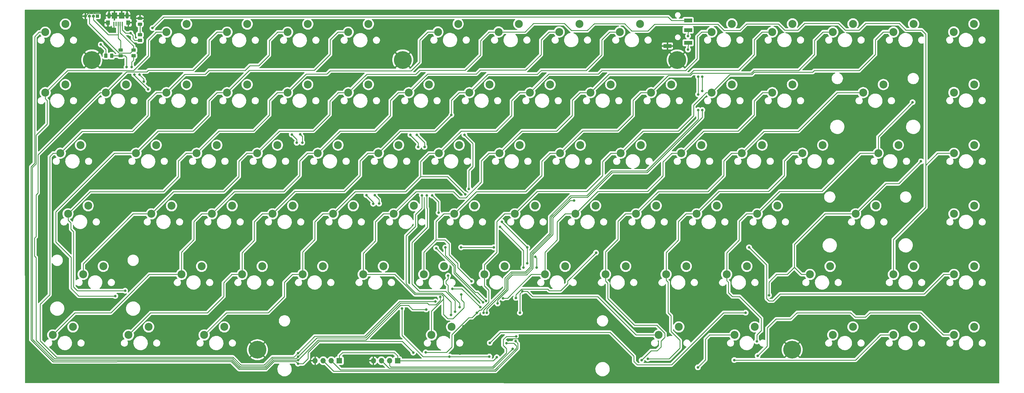
<source format=gbr>
%TF.GenerationSoftware,KiCad,Pcbnew,7.0.8-7.0.8~ubuntu22.04.1*%
%TF.CreationDate,2023-11-08T21:52:34+01:00*%
%TF.ProjectId,keyboard,6b657962-6f61-4726-942e-6b696361645f,rev?*%
%TF.SameCoordinates,Original*%
%TF.FileFunction,Copper,L1,Top*%
%TF.FilePolarity,Positive*%
%FSLAX46Y46*%
G04 Gerber Fmt 4.6, Leading zero omitted, Abs format (unit mm)*
G04 Created by KiCad (PCBNEW 7.0.8-7.0.8~ubuntu22.04.1) date 2023-11-08 21:52:34*
%MOMM*%
%LPD*%
G01*
G04 APERTURE LIST*
G04 Aperture macros list*
%AMRoundRect*
0 Rectangle with rounded corners*
0 $1 Rounding radius*
0 $2 $3 $4 $5 $6 $7 $8 $9 X,Y pos of 4 corners*
0 Add a 4 corners polygon primitive as box body*
4,1,4,$2,$3,$4,$5,$6,$7,$8,$9,$2,$3,0*
0 Add four circle primitives for the rounded corners*
1,1,$1+$1,$2,$3*
1,1,$1+$1,$4,$5*
1,1,$1+$1,$6,$7*
1,1,$1+$1,$8,$9*
0 Add four rect primitives between the rounded corners*
20,1,$1+$1,$2,$3,$4,$5,0*
20,1,$1+$1,$4,$5,$6,$7,0*
20,1,$1+$1,$6,$7,$8,$9,0*
20,1,$1+$1,$8,$9,$2,$3,0*%
G04 Aperture macros list end*
%TA.AperFunction,ComponentPad*%
%ADD10C,2.500000*%
%TD*%
%TA.AperFunction,SMDPad,CuDef*%
%ADD11RoundRect,0.250000X-0.450000X0.262500X-0.450000X-0.262500X0.450000X-0.262500X0.450000X0.262500X0*%
%TD*%
%TA.AperFunction,ComponentPad*%
%ADD12C,5.600000*%
%TD*%
%TA.AperFunction,SMDPad,CuDef*%
%ADD13R,0.400000X1.400000*%
%TD*%
%TA.AperFunction,SMDPad,CuDef*%
%ADD14R,1.150000X1.450000*%
%TD*%
%TA.AperFunction,ComponentPad*%
%ADD15O,1.050000X1.900000*%
%TD*%
%TA.AperFunction,SMDPad,CuDef*%
%ADD16R,1.750000X1.900000*%
%TD*%
%TA.AperFunction,SMDPad,CuDef*%
%ADD17RoundRect,0.243750X-0.456250X0.243750X-0.456250X-0.243750X0.456250X-0.243750X0.456250X0.243750X0*%
%TD*%
%TA.AperFunction,SMDPad,CuDef*%
%ADD18RoundRect,0.250000X0.262500X0.450000X-0.262500X0.450000X-0.262500X-0.450000X0.262500X-0.450000X0*%
%TD*%
%TA.AperFunction,SMDPad,CuDef*%
%ADD19R,2.500000X1.200000*%
%TD*%
%TA.AperFunction,ComponentPad*%
%ADD20R,1.000000X1.000000*%
%TD*%
%TA.AperFunction,ComponentPad*%
%ADD21O,1.000000X1.000000*%
%TD*%
%TA.AperFunction,ComponentPad*%
%ADD22R,1.700000X1.700000*%
%TD*%
%TA.AperFunction,ComponentPad*%
%ADD23O,1.700000X1.700000*%
%TD*%
%TA.AperFunction,ViaPad*%
%ADD24C,0.800000*%
%TD*%
%TA.AperFunction,Conductor*%
%ADD25C,0.250000*%
%TD*%
G04 APERTURE END LIST*
D10*
%TO.P,S4,1*%
%TO.N,O0*%
X246650000Y-114140000D03*
%TO.P,S4,2*%
%TO.N,Net-(D4-Pad2)*%
X253000000Y-111600000D03*
%TD*%
%TO.P,S10,1*%
%TO.N,O1*%
X294300000Y-95090000D03*
%TO.P,S10,2*%
%TO.N,Net-(D10-Pad2)*%
X300650000Y-92550000D03*
%TD*%
%TO.P,S33,1*%
%TO.N,O4*%
X289550000Y-133210000D03*
%TO.P,S33,2*%
%TO.N,Net-(D33-Pad2)*%
X295900000Y-130670000D03*
%TD*%
%TO.P,S24,1*%
%TO.N,O3*%
X70430000Y-114140000D03*
%TO.P,S24,2*%
%TO.N,Net-(D24-Pad2)*%
X76780000Y-111600000D03*
%TD*%
D11*
%TO.P,R5,1*%
%TO.N,Net-(D71-A)*%
X95450000Y-76850000D03*
%TO.P,R5,2*%
%TO.N,VBUS*%
X95450000Y-78675000D03*
%TD*%
D10*
%TO.P,S56,1*%
%TO.N,O8*%
X137150000Y-133210000D03*
%TO.P,S56,2*%
%TO.N,Net-(D56-Pad2)*%
X143500000Y-130670000D03*
%TD*%
%TO.P,S51,1*%
%TO.N,O7*%
X108500000Y-152260000D03*
%TO.P,S51,2*%
%TO.N,Net-(D51-Pad2)*%
X114850000Y-149720000D03*
%TD*%
D12*
%TO.P,H1,1,1*%
%TO.N,GND*%
X80350000Y-84800000D03*
%TD*%
D10*
%TO.P,S65,1*%
%TO.N,O10*%
X294290000Y-76010000D03*
%TO.P,S65,2*%
%TO.N,Net-(D65-Pad2)*%
X300640000Y-73470000D03*
%TD*%
%TO.P,S16,1*%
%TO.N,O2*%
X84730000Y-95090000D03*
%TO.P,S16,2*%
%TO.N,Net-(D16-Pad2)*%
X91080000Y-92550000D03*
%TD*%
%TO.P,S66,1*%
%TO.N,O10*%
X237150000Y-95090000D03*
%TO.P,S66,2*%
%TO.N,Net-(D66-Pad2)*%
X243500000Y-92550000D03*
%TD*%
%TO.P,S58,1*%
%TO.N,O8*%
X91850000Y-171310000D03*
%TO.P,S58,2*%
%TO.N,Net-(D58-Pad2)*%
X98200000Y-168770000D03*
%TD*%
%TO.P,S21,1*%
%TO.N,O2*%
X332360000Y-171310000D03*
%TO.P,S21,2*%
%TO.N,Net-(D21-Pad2)*%
X338710000Y-168770000D03*
%TD*%
%TO.P,S75,1*%
%TO.N,O11*%
X184700000Y-152260000D03*
%TO.P,S75,2*%
%TO.N,Net-(D76-Pad2)*%
X191050000Y-149720000D03*
%TD*%
%TO.P,S76,1*%
%TO.N,O11*%
X258560000Y-171310000D03*
%TO.P,S76,2*%
%TO.N,Net-(D77-Pad2)*%
X264910000Y-168770000D03*
%TD*%
D12*
%TO.P,H3,1,1*%
%TO.N,GND*%
X300550000Y-175950000D03*
%TD*%
D10*
%TO.P,S59,1*%
%TO.N,O9*%
X275240000Y-76010000D03*
%TO.P,S59,2*%
%TO.N,Net-(D59-Pad2)*%
X281590000Y-73470000D03*
%TD*%
%TO.P,S23,1*%
%TO.N,O3*%
X103780000Y-95090000D03*
%TO.P,S23,2*%
%TO.N,Net-(D23-Pad2)*%
X110130000Y-92550000D03*
%TD*%
%TO.P,S55,1*%
%TO.N,O8*%
X170450000Y-114140000D03*
%TO.P,S55,2*%
%TO.N,Net-(D55-Pad2)*%
X176800000Y-111600000D03*
%TD*%
%TO.P,S49,1*%
%TO.N,O7*%
X151400000Y-114140000D03*
%TO.P,S49,2*%
%TO.N,Net-(D49-Pad2)*%
X157750000Y-111600000D03*
%TD*%
%TO.P,S2,1*%
%TO.N,O0*%
X332390000Y-76010000D03*
%TO.P,S2,2*%
%TO.N,Net-(D2-Pad2)*%
X338740000Y-73470000D03*
%TD*%
D11*
%TO.P,R2,1*%
%TO.N,D-*%
X93430000Y-81675000D03*
%TO.P,R2,2*%
%TO.N,K-DM*%
X93430000Y-83500000D03*
%TD*%
D10*
%TO.P,S35,1*%
%TO.N,O5*%
X189170000Y-76010000D03*
%TO.P,S35,2*%
%TO.N,Net-(D35-Pad2)*%
X195520000Y-73470000D03*
%TD*%
%TO.P,S70,1*%
%TO.N,O10*%
X187120000Y-171310000D03*
%TO.P,S70,2*%
%TO.N,Net-(D70-Pad2)*%
X193470000Y-168770000D03*
%TD*%
%TO.P,S15,1*%
%TO.N,O2*%
X122850000Y-76060000D03*
%TO.P,S15,2*%
%TO.N,Net-(D15-Pad2)*%
X129200000Y-73520000D03*
%TD*%
%TO.P,S28,1*%
%TO.N,O3*%
X351420000Y-171310000D03*
%TO.P,S28,2*%
%TO.N,Net-(D28-Pad2)*%
X357770000Y-168770000D03*
%TD*%
%TO.P,S48,1*%
%TO.N,O7*%
X180000000Y-95090000D03*
%TO.P,S48,2*%
%TO.N,Net-(D48-Pad2)*%
X186350000Y-92550000D03*
%TD*%
%TO.P,S78,1*%
%TO.N,O5*%
X351400000Y-95050000D03*
%TO.P,S78,2*%
%TO.N,Net-(D79-Pad2)*%
X357750000Y-92510000D03*
%TD*%
%TO.P,S79,1*%
%TO.N,O6*%
X351435000Y-114160000D03*
%TO.P,S79,2*%
%TO.N,Net-(D80-Pad2)*%
X357785000Y-111620000D03*
%TD*%
%TO.P,S6,1*%
%TO.N,O0*%
X203750000Y-152260000D03*
%TO.P,S6,2*%
%TO.N,Net-(D6-Pad2)*%
X210100000Y-149720000D03*
%TD*%
%TO.P,S17,1*%
%TO.N,O2*%
X322870000Y-95090000D03*
%TO.P,S17,2*%
%TO.N,Net-(D17-Pad2)*%
X329220000Y-92550000D03*
%TD*%
%TO.P,S60,1*%
%TO.N,O9*%
X218100000Y-95090000D03*
%TO.P,S60,2*%
%TO.N,Net-(D60-Pad2)*%
X224450000Y-92550000D03*
%TD*%
%TO.P,S5,1*%
%TO.N,O0*%
X213350000Y-133210000D03*
%TO.P,S5,2*%
%TO.N,Net-(D5-Pad2)*%
X219700000Y-130670000D03*
%TD*%
%TO.P,S53,1*%
%TO.N,O8*%
X246340000Y-76010000D03*
%TO.P,S53,2*%
%TO.N,Net-(D53-Pad2)*%
X252690000Y-73470000D03*
%TD*%
%TO.P,S50,1*%
%TO.N,O7*%
X118100000Y-133210000D03*
%TO.P,S50,2*%
%TO.N,Net-(D50-Pad2)*%
X124450000Y-130670000D03*
%TD*%
%TO.P,S62,1*%
%TO.N,O9*%
X156200000Y-133210000D03*
%TO.P,S62,2*%
%TO.N,Net-(D62-Pad2)*%
X162550000Y-130670000D03*
%TD*%
%TO.P,S31,1*%
%TO.N,O4*%
X94230000Y-114140000D03*
%TO.P,S31,2*%
%TO.N,Net-(D31-Pad2)*%
X100580000Y-111600000D03*
%TD*%
D11*
%TO.P,R1,1*%
%TO.N,D+*%
X89430000Y-81675000D03*
%TO.P,R1,2*%
%TO.N,K-DP*%
X89430000Y-83500000D03*
%TD*%
D10*
%TO.P,S63,1*%
%TO.N,O9*%
X146600000Y-152260000D03*
%TO.P,S63,2*%
%TO.N,Net-(D63-Pad2)*%
X152950000Y-149720000D03*
%TD*%
%TO.P,S26,1*%
%TO.N,O3*%
X270500000Y-133210000D03*
%TO.P,S26,2*%
%TO.N,Net-(D26-Pad2)*%
X276850000Y-130670000D03*
%TD*%
%TO.P,S25,1*%
%TO.N,O3*%
X303800000Y-114140000D03*
%TO.P,S25,2*%
%TO.N,Net-(D25-Pad2)*%
X310150000Y-111600000D03*
%TD*%
%TO.P,S11,1*%
%TO.N,O1*%
X265700000Y-114140000D03*
%TO.P,S11,2*%
%TO.N,Net-(D11-Pad2)*%
X272050000Y-111600000D03*
%TD*%
%TO.P,S54,1*%
%TO.N,O8*%
X199050000Y-95090000D03*
%TO.P,S54,2*%
%TO.N,Net-(D54-Pad2)*%
X205400000Y-92550000D03*
%TD*%
%TO.P,S1,1*%
%TO.N,O0*%
X65680000Y-76060000D03*
%TO.P,S1,2*%
%TO.N,Net-(D1-Pad2)*%
X72030000Y-73520000D03*
%TD*%
%TO.P,S9,1*%
%TO.N,O1*%
X65680000Y-95090000D03*
%TO.P,S9,2*%
%TO.N,Net-(D9-Pad2)*%
X72030000Y-92550000D03*
%TD*%
%TO.P,S67,1*%
%TO.N,O10*%
X208550000Y-114140000D03*
%TO.P,S67,2*%
%TO.N,Net-(D67-Pad2)*%
X214900000Y-111600000D03*
%TD*%
%TO.P,S40,1*%
%TO.N,O5*%
X306140000Y-152260000D03*
%TO.P,S40,2*%
%TO.N,Net-(D40-Pad2)*%
X312490000Y-149720000D03*
%TD*%
D12*
%TO.P,H2,1,1*%
%TO.N,GND*%
X178100000Y-84800000D03*
%TD*%
D10*
%TO.P,S68,1*%
%TO.N,O10*%
X175250000Y-133210000D03*
%TO.P,S68,2*%
%TO.N,Net-(D68-Pad2)*%
X181600000Y-130670000D03*
%TD*%
%TO.P,S36,1*%
%TO.N,O5*%
X141870000Y-95090000D03*
%TO.P,S36,2*%
%TO.N,Net-(D36-Pad2)*%
X148220000Y-92550000D03*
%TD*%
%TO.P,S7,1*%
%TO.N,O0*%
X282440000Y-171310000D03*
%TO.P,S7,2*%
%TO.N,Net-(D7-Pad2)*%
X288790000Y-168770000D03*
%TD*%
D12*
%TO.P,H4,1,1*%
%TO.N,GND*%
X132400000Y-175950000D03*
%TD*%
D13*
%TO.P,J1,1,VBUS*%
%TO.N,VBUS*%
X89900000Y-73500000D03*
%TO.P,J1,2,D-*%
%TO.N,D-*%
X89250000Y-73500000D03*
%TO.P,J1,3,D+*%
%TO.N,D+*%
X88600000Y-73500000D03*
%TO.P,J1,4,ID*%
%TO.N,unconnected-(J1-ID-Pad4)*%
X87950000Y-73500000D03*
%TO.P,J1,5,GND*%
%TO.N,GND*%
X87300000Y-73500000D03*
D14*
%TO.P,J1,6,Shield*%
X91800000Y-73080000D03*
D15*
X91425000Y-70850000D03*
D16*
X89725000Y-70850000D03*
X87475000Y-70850000D03*
D15*
X85775000Y-70850000D03*
D14*
X85400000Y-73080000D03*
%TD*%
D10*
%TO.P,S38,1*%
%TO.N,O5*%
X72840000Y-133210000D03*
%TO.P,S38,2*%
%TO.N,Net-(D38-Pad2)*%
X79190000Y-130670000D03*
%TD*%
%TO.P,S80,1*%
%TO.N,O7*%
X351420000Y-133210000D03*
%TO.P,S80,2*%
%TO.N,Net-(D81-Pad2)*%
X357770000Y-130670000D03*
%TD*%
%TO.P,S13,1*%
%TO.N,O1*%
X222800000Y-152260000D03*
%TO.P,S13,2*%
%TO.N,Net-(D13-Pad2)*%
X229150000Y-149720000D03*
%TD*%
%TO.P,S14,1*%
%TO.N,O1*%
X313310000Y-171310000D03*
%TO.P,S14,2*%
%TO.N,Net-(D14-Pad2)*%
X319660000Y-168770000D03*
%TD*%
%TO.P,S61,1*%
%TO.N,O9*%
X189500000Y-114140000D03*
%TO.P,S61,2*%
%TO.N,Net-(D61-Pad2)*%
X195850000Y-111600000D03*
%TD*%
%TO.P,S44,1*%
%TO.N,O6*%
X99050000Y-133210000D03*
%TO.P,S44,2*%
%TO.N,Net-(D44-Pad2)*%
X105400000Y-130670000D03*
%TD*%
%TO.P,S30,1*%
%TO.N,O4*%
X122830000Y-95090000D03*
%TO.P,S30,2*%
%TO.N,Net-(D30-Pad2)*%
X129180000Y-92550000D03*
%TD*%
%TO.P,S47,1*%
%TO.N,O7*%
X227290000Y-76010000D03*
%TO.P,S47,2*%
%TO.N,Net-(D47-Pad2)*%
X233640000Y-73470000D03*
%TD*%
%TO.P,S81,1*%
%TO.N,O8*%
X351420000Y-152260000D03*
%TO.P,S81,2*%
%TO.N,Net-(D82-Pad2)*%
X357770000Y-149720000D03*
%TD*%
%TO.P,S12,1*%
%TO.N,O1*%
X232400000Y-133210000D03*
%TO.P,S12,2*%
%TO.N,Net-(D12-Pad2)*%
X238750000Y-130670000D03*
%TD*%
D17*
%TO.P,D71,1,K*%
%TO.N,GND*%
X95450000Y-71675000D03*
%TO.P,D71,2,A*%
%TO.N,Net-(D71-A)*%
X95450000Y-73550000D03*
%TD*%
D10*
%TO.P,S46,1*%
%TO.N,O6*%
X332390000Y-152260000D03*
%TO.P,S46,2*%
%TO.N,Net-(D46-Pad2)*%
X338740000Y-149720000D03*
%TD*%
%TO.P,S34,1*%
%TO.N,O4*%
X279950000Y-152260000D03*
%TO.P,S34,2*%
%TO.N,Net-(D34-Pad2)*%
X286300000Y-149720000D03*
%TD*%
%TO.P,S74,1*%
%TO.N,O11*%
X194300000Y-133210000D03*
%TO.P,S74,2*%
%TO.N,Net-(D75-Pad2)*%
X200650000Y-130670000D03*
%TD*%
%TO.P,S37,1*%
%TO.N,O5*%
X113300000Y-114140000D03*
%TO.P,S37,2*%
%TO.N,Net-(D37-Pad2)*%
X119650000Y-111600000D03*
%TD*%
%TO.P,S41,1*%
%TO.N,O6*%
X208240000Y-76010000D03*
%TO.P,S41,2*%
%TO.N,Net-(D41-Pad2)*%
X214590000Y-73470000D03*
%TD*%
%TO.P,S8,1*%
%TO.N,O1*%
X103774700Y-76060000D03*
%TO.P,S8,2*%
%TO.N,Net-(D8-Pad2)*%
X110124700Y-73520000D03*
%TD*%
D18*
%TO.P,R3,1*%
%TO.N,K-DP*%
X86562500Y-83500000D03*
%TO.P,R3,2*%
%TO.N,VBUS*%
X84737500Y-83500000D03*
%TD*%
D10*
%TO.P,S77,1*%
%TO.N,O4*%
X351370000Y-76010000D03*
%TO.P,S77,2*%
%TO.N,Net-(D78-Pad2)*%
X357720000Y-73470000D03*
%TD*%
%TO.P,S64,1*%
%TO.N,O9*%
X115650000Y-171310000D03*
%TO.P,S64,2*%
%TO.N,Net-(D64-Pad2)*%
X122000000Y-168770000D03*
%TD*%
%TO.P,S71,1*%
%TO.N,O11*%
X313340000Y-76010000D03*
%TO.P,S71,2*%
%TO.N,Net-(D72-Pad2)*%
X319690000Y-73470000D03*
%TD*%
%TO.P,S45,1*%
%TO.N,O6*%
X77580000Y-152260000D03*
%TO.P,S45,2*%
%TO.N,Net-(D45-Pad2)*%
X83930000Y-149720000D03*
%TD*%
%TO.P,S19,1*%
%TO.N,O2*%
X251450000Y-133210000D03*
%TO.P,S19,2*%
%TO.N,Net-(D19-Pad2)*%
X257800000Y-130670000D03*
%TD*%
%TO.P,S52,1*%
%TO.N,O7*%
X68050000Y-171310000D03*
%TO.P,S52,2*%
%TO.N,Net-(D52-Pad2)*%
X74400000Y-168770000D03*
%TD*%
%TO.P,S42,1*%
%TO.N,O6*%
X160950000Y-95090000D03*
%TO.P,S42,2*%
%TO.N,Net-(D42-Pad2)*%
X167300000Y-92550000D03*
%TD*%
%TO.P,S57,1*%
%TO.N,O8*%
X127550000Y-152260000D03*
%TO.P,S57,2*%
%TO.N,Net-(D57-Pad2)*%
X133900000Y-149720000D03*
%TD*%
%TO.P,S3,1*%
%TO.N,O0*%
X275250000Y-95090000D03*
%TO.P,S3,2*%
%TO.N,Net-(D3-Pad2)*%
X281600000Y-92550000D03*
%TD*%
D12*
%TO.P,H5,1,1*%
%TO.N,GND*%
X264400000Y-84800000D03*
%TD*%
D10*
%TO.P,S73,1*%
%TO.N,O11*%
X227600000Y-114140000D03*
%TO.P,S73,2*%
%TO.N,Net-(D74-Pad2)*%
X233950000Y-111600000D03*
%TD*%
%TO.P,S32,1*%
%TO.N,O4*%
X327600000Y-114140000D03*
%TO.P,S32,2*%
%TO.N,Net-(D32-Pad2)*%
X333950000Y-111600000D03*
%TD*%
%TO.P,S27,1*%
%TO.N,O3*%
X260900000Y-152260000D03*
%TO.P,S27,2*%
%TO.N,Net-(D27-Pad2)*%
X267250000Y-149720000D03*
%TD*%
%TO.P,S39,1*%
%TO.N,O5*%
X320500000Y-133210000D03*
%TO.P,S39,2*%
%TO.N,Net-(D39-Pad2)*%
X326850000Y-130670000D03*
%TD*%
%TO.P,S22,1*%
%TO.N,O3*%
X141900000Y-76060000D03*
%TO.P,S22,2*%
%TO.N,Net-(D22-Pad2)*%
X148250000Y-73520000D03*
%TD*%
%TO.P,S72,1*%
%TO.N,O11*%
X256200000Y-95090000D03*
%TO.P,S72,2*%
%TO.N,Net-(D73-Pad2)*%
X262550000Y-92550000D03*
%TD*%
%TO.P,S20,1*%
%TO.N,O2*%
X241850000Y-152260000D03*
%TO.P,S20,2*%
%TO.N,Net-(D20-Pad2)*%
X248200000Y-149720000D03*
%TD*%
%TO.P,S18,1*%
%TO.N,O2*%
X284750000Y-114140000D03*
%TO.P,S18,2*%
%TO.N,Net-(D18-Pad2)*%
X291100000Y-111600000D03*
%TD*%
%TO.P,S29,1*%
%TO.N,O4*%
X160950000Y-76060000D03*
%TO.P,S29,2*%
%TO.N,Net-(D29-Pad2)*%
X167300000Y-73520000D03*
%TD*%
D19*
%TO.P,J2,R1*%
%TO.N,TX*%
X267830000Y-79400000D03*
%TO.P,J2,R2*%
%TO.N,RX*%
X267830000Y-75400000D03*
%TO.P,J2,S*%
%TO.N,+3.3V*%
X267830000Y-72400000D03*
%TO.P,J2,T*%
%TO.N,GND*%
X261330000Y-80400000D03*
%TD*%
D20*
%TO.P,J5,1,Pin_1*%
%TO.N,VBUS*%
X82100000Y-71000000D03*
D21*
%TO.P,J5,2,Pin_2*%
%TO.N,D+*%
X80830000Y-71000000D03*
%TO.P,J5,3,Pin_3*%
%TO.N,D-*%
X79560000Y-71000000D03*
%TO.P,J5,4,Pin_4*%
%TO.N,GND*%
X78290000Y-71000000D03*
%TD*%
D10*
%TO.P,S43,1*%
%TO.N,O6*%
X132350000Y-114140000D03*
%TO.P,S43,2*%
%TO.N,Net-(D43-Pad2)*%
X138700000Y-111600000D03*
%TD*%
%TO.P,S69,1*%
%TO.N,O10*%
X165650000Y-152260000D03*
%TO.P,S69,2*%
%TO.N,Net-(D69-Pad2)*%
X172000000Y-149720000D03*
%TD*%
D22*
%TO.P,J4,1,Pin_1*%
%TO.N,+3.3V*%
X158180000Y-179400000D03*
D23*
%TO.P,J4,2,Pin_2*%
%TO.N,SWIO*%
X155640000Y-179400000D03*
%TO.P,J4,3,Pin_3*%
%TO.N,SWCLK*%
X153100000Y-179400000D03*
%TO.P,J4,4,Pin_4*%
%TO.N,GND*%
X150560000Y-179400000D03*
%TD*%
D22*
%TO.P,J3,1,Pin_1*%
%TO.N,+3.3V*%
X176470000Y-179400000D03*
D23*
%TO.P,J3,2,Pin_2*%
%TO.N,BOOT0*%
X173930000Y-179400000D03*
%TO.P,J3,3,Pin_3*%
%TO.N,BOOT1*%
X171390000Y-179400000D03*
%TO.P,J3,4,Pin_4*%
%TO.N,GND*%
X168850000Y-179400000D03*
%TD*%
D24*
%TO.N,+3.3V*%
X99400000Y-74800000D03*
X207682500Y-178300000D03*
%TO.N,GND*%
X188650000Y-165250000D03*
X264750000Y-159450000D03*
X182700000Y-165300000D03*
X216032500Y-174300000D03*
X88450000Y-102300000D03*
X266950000Y-177800000D03*
X163500000Y-179400000D03*
X307600000Y-94400000D03*
X98550000Y-86000000D03*
X274350000Y-140450000D03*
X215432500Y-175950000D03*
X211900000Y-83000000D03*
X199400000Y-146650000D03*
X211750000Y-146350000D03*
X231400000Y-121200000D03*
X250100000Y-83100000D03*
X266000000Y-182150000D03*
X193200000Y-120600000D03*
X183650000Y-102100000D03*
X64550000Y-152400000D03*
X259950000Y-102400000D03*
X196732500Y-170750000D03*
X221850000Y-102050000D03*
X214982500Y-171800000D03*
X117100000Y-93100000D03*
X245650000Y-159350000D03*
X208800000Y-129650000D03*
X242250000Y-118100000D03*
X213000000Y-149250000D03*
X126700000Y-101650000D03*
X164750000Y-102300000D03*
X244250000Y-124950000D03*
X210350000Y-161300000D03*
X237650000Y-174500000D03*
X326650000Y-155100000D03*
X183150000Y-144200000D03*
X212350000Y-121550000D03*
X213450000Y-161300000D03*
X69200000Y-102400000D03*
X173700000Y-146350000D03*
X78700000Y-86050000D03*
X240950000Y-102300000D03*
X178600000Y-102050000D03*
X174200000Y-121300000D03*
X173050000Y-106100000D03*
X182700000Y-138500000D03*
X177700000Y-159000000D03*
X196732500Y-175200000D03*
X192600000Y-127500000D03*
X211182500Y-173000000D03*
X231000000Y-83150000D03*
X196082500Y-177200000D03*
X217050000Y-140100000D03*
X197200000Y-168550000D03*
X64900000Y-135650000D03*
X269550000Y-121300000D03*
X172600000Y-171700000D03*
X278950000Y-82950000D03*
X145700000Y-102400000D03*
X198100000Y-140200000D03*
%TO.N,VBUS*%
X83150000Y-79950000D03*
X92550000Y-76400000D03*
%TO.N,I0*%
X213650000Y-159650000D03*
X238875000Y-145438000D03*
%TO.N,I1*%
X180500000Y-108400000D03*
X182950000Y-112200000D03*
X185650000Y-127400000D03*
X194550000Y-164000000D03*
%TO.N,I2*%
X193300000Y-165050000D03*
X184100000Y-127400000D03*
%TO.N,I3*%
X207900000Y-161400000D03*
X232000000Y-129000000D03*
%TO.N,I4*%
X196000000Y-162550000D03*
X192350000Y-152650000D03*
%TO.N,TX*%
X271000000Y-90050000D03*
X203500000Y-164350000D03*
X271000000Y-95650000D03*
X267800000Y-81550000D03*
X271000000Y-100550000D03*
%TO.N,RX*%
X267800000Y-77300000D03*
X272300000Y-90050000D03*
X272300000Y-94600000D03*
X204500000Y-164350000D03*
X272300000Y-100550000D03*
%TO.N,BOOT0*%
X213732500Y-171750000D03*
%TO.N,BOOT1*%
X212632500Y-175650000D03*
%TO.N,SWIO*%
X210732500Y-173900000D03*
%TO.N,SWCLK*%
X213582500Y-173250000D03*
%TO.N,K-DP*%
X204275000Y-160575000D03*
X98050000Y-94050000D03*
X145850000Y-108200000D03*
X170650000Y-130000000D03*
X191500000Y-143800000D03*
X146500000Y-110800000D03*
X93700000Y-89450000D03*
X91250000Y-87050000D03*
X169300000Y-127350000D03*
%TO.N,K-DM*%
X188600000Y-144000000D03*
X166650000Y-127350000D03*
X92900000Y-87050000D03*
X203350000Y-161000000D03*
X168800000Y-130050000D03*
X96650000Y-91600000D03*
X144750000Y-110850000D03*
X95350000Y-89450000D03*
X143200000Y-108250000D03*
%TO.N,O0*%
X181400000Y-176850000D03*
X270900000Y-181500000D03*
X145150000Y-180350000D03*
X201400000Y-164350000D03*
X185300000Y-176800000D03*
%TO.N,O1*%
X145150000Y-179250000D03*
X185450000Y-163300000D03*
X209600000Y-159750000D03*
%TO.N,O2*%
X253200000Y-179250000D03*
X145150000Y-178150000D03*
X189850000Y-159350000D03*
X282350000Y-179200000D03*
%TO.N,O3*%
X255150000Y-178800000D03*
X289700000Y-177850000D03*
X145150000Y-177000000D03*
X188350000Y-160800000D03*
%TO.N,O4*%
X177850000Y-162950000D03*
X338400000Y-98100000D03*
X289450000Y-173350000D03*
X192800000Y-178100000D03*
X205332500Y-178100000D03*
X87700000Y-159050000D03*
%TO.N,O5*%
X202500000Y-162600000D03*
X285900000Y-164300000D03*
X293250000Y-158800000D03*
X90800000Y-157400000D03*
X341050000Y-116700000D03*
X205482500Y-173800000D03*
X193700000Y-156800000D03*
%TO.N,O7*%
X220200000Y-150150000D03*
X182550000Y-108400000D03*
X196450000Y-143750000D03*
X184950000Y-112150000D03*
X187350000Y-127450000D03*
X206700000Y-143750000D03*
X189350000Y-132850000D03*
X219800000Y-146700000D03*
%TO.N,O8*%
X209250000Y-135750000D03*
X217250000Y-148800000D03*
X198900000Y-125350000D03*
X217250000Y-143800000D03*
X197500000Y-108400000D03*
X287000000Y-143750000D03*
X193400000Y-102100000D03*
%TO.N,O9*%
X208650000Y-137350000D03*
X197800000Y-127100000D03*
X216050000Y-150100000D03*
%TO.N,O10*%
X196500000Y-158600000D03*
%TO.N,O11*%
X214950000Y-164350000D03*
X215750000Y-157600000D03*
X199700000Y-154450000D03*
%TD*%
D25*
%TO.N,+3.3V*%
X176470000Y-177920000D02*
X175400000Y-176850000D01*
X176470000Y-179400000D02*
X206582500Y-179400000D01*
X99400000Y-74800000D02*
X102900000Y-71300000D01*
X158180000Y-177820000D02*
X158180000Y-179400000D01*
X159150000Y-176850000D02*
X158180000Y-177820000D01*
X261550000Y-71300000D02*
X262650000Y-72400000D01*
X206582500Y-179400000D02*
X207682500Y-178300000D01*
X176470000Y-179400000D02*
X176470000Y-177920000D01*
X262650000Y-72400000D02*
X267830000Y-72400000D01*
X102900000Y-71300000D02*
X261550000Y-71300000D01*
X175400000Y-176850000D02*
X159150000Y-176850000D01*
%TO.N,GND*%
X211707500Y-172475000D02*
X214307500Y-172475000D01*
X214307500Y-172475000D02*
X214982500Y-171800000D01*
X84350000Y-70850000D02*
X83675000Y-70175000D01*
X87300000Y-73500000D02*
X87300000Y-75400000D01*
X85775000Y-70850000D02*
X84350000Y-70850000D01*
X215432500Y-174900000D02*
X216032500Y-174300000D01*
X211182500Y-173000000D02*
X211707500Y-172475000D01*
X215432500Y-175950000D02*
X215432500Y-174900000D01*
X79115000Y-70175000D02*
X78290000Y-71000000D01*
X83675000Y-70175000D02*
X79115000Y-70175000D01*
%TO.N,VBUS*%
X93250000Y-77100000D02*
X93250000Y-78100000D01*
X93250000Y-78100000D02*
X93825000Y-78675000D01*
X90950000Y-76400000D02*
X92550000Y-76400000D01*
X89900000Y-73500000D02*
X89900000Y-75350000D01*
X84737500Y-81537500D02*
X83150000Y-79950000D01*
X93825000Y-78675000D02*
X95450000Y-78675000D01*
X84737500Y-83500000D02*
X84737500Y-81537500D01*
X89900000Y-75350000D02*
X90950000Y-76400000D01*
X92550000Y-76400000D02*
X93250000Y-77100000D01*
%TO.N,I0*%
X229946000Y-154367000D02*
X238875000Y-145438000D01*
X224200000Y-157399000D02*
X227710000Y-157399000D01*
X229946000Y-155164000D02*
X229946000Y-154367000D01*
X213650000Y-158633000D02*
X215420000Y-156863000D01*
X227710000Y-157399000D02*
X229946000Y-155164000D01*
X213650000Y-159650000D02*
X213650000Y-158633000D01*
X215420000Y-156863000D02*
X223664000Y-156863000D01*
X223664000Y-156863000D02*
X224200000Y-157399000D01*
%TO.N,I1*%
X182950000Y-112200000D02*
X182950000Y-110900000D01*
X185800000Y-137450000D02*
X185800000Y-131550000D01*
X181000000Y-155300000D02*
X181000000Y-142250000D01*
X180500000Y-108450000D02*
X180500000Y-108400000D01*
X191614000Y-157550000D02*
X183250000Y-157550000D01*
X194550000Y-164000000D02*
X194550000Y-160486000D01*
X183250000Y-157550000D02*
X181000000Y-155300000D01*
X180500000Y-108400000D02*
X180450000Y-108400000D01*
X185800000Y-131550000D02*
X185650000Y-131400000D01*
X194550000Y-160486000D02*
X191614000Y-157550000D01*
X182950000Y-110900000D02*
X180500000Y-108450000D01*
X185650000Y-131400000D02*
X185650000Y-127400000D01*
X181000000Y-142250000D02*
X185800000Y-137450000D01*
X180450000Y-108400000D02*
X180500000Y-108450000D01*
%TO.N,I2*%
X182100000Y-137150000D02*
X182100000Y-133400000D01*
X179150000Y-155164000D02*
X179150000Y-140100000D01*
X182100000Y-133400000D02*
X184100000Y-131400000D01*
X193300000Y-160964000D02*
X190486000Y-158150000D01*
X193300000Y-165050000D02*
X193300000Y-160964000D01*
X184100000Y-131400000D02*
X184100000Y-127400000D01*
X190486000Y-158150000D02*
X182136000Y-158150000D01*
X182136000Y-158150000D02*
X179150000Y-155164000D01*
X179150000Y-140100000D02*
X182100000Y-137150000D01*
%TO.N,I3*%
X207900000Y-160373000D02*
X211150000Y-157123000D01*
X217032000Y-152368000D02*
X219043000Y-150357000D01*
X207900000Y-161400000D02*
X207900000Y-160373000D01*
X225250000Y-134473000D02*
X230723000Y-129000000D01*
X211150000Y-157123000D02*
X211150000Y-153836000D01*
X219043000Y-145943000D02*
X225250000Y-139736000D01*
X211150000Y-153836000D02*
X212618000Y-152368000D01*
X225250000Y-139736000D02*
X225250000Y-134473000D01*
X219043000Y-150357000D02*
X219043000Y-145943000D01*
X230723000Y-129000000D02*
X232000000Y-129000000D01*
X212618000Y-152368000D02*
X217032000Y-152368000D01*
%TO.N,I4*%
X196000000Y-161300000D02*
X192340000Y-157640000D01*
X192348000Y-153700000D02*
X192350000Y-152650000D01*
X192340000Y-157640000D02*
X192344000Y-155850000D01*
X191700000Y-154348000D02*
X192348000Y-153700000D01*
X196000000Y-162550000D02*
X196000000Y-161300000D01*
X192344000Y-155744000D02*
X191700000Y-155100000D01*
X192344000Y-155850000D02*
X192344000Y-155744000D01*
X191700000Y-155100000D02*
X191700000Y-154348000D01*
%TO.N,Net-(D71-A)*%
X95450000Y-76850000D02*
X95450000Y-73550000D01*
%TO.N,D-*%
X88891826Y-82662500D02*
X92442500Y-82662500D01*
X79560000Y-73330674D02*
X79560000Y-71000000D01*
X89250000Y-73500000D02*
X89250000Y-76250000D01*
X88891826Y-82662500D02*
X79560000Y-73330674D01*
X93430000Y-80430000D02*
X93430000Y-81675000D01*
X92442500Y-82662500D02*
X93430000Y-81675000D01*
X89250000Y-76250000D02*
X93430000Y-80430000D01*
%TO.N,D+*%
X88605000Y-76900000D02*
X85536396Y-76900000D01*
X88600000Y-73500000D02*
X88600000Y-75995000D01*
X85536396Y-76900000D02*
X80830000Y-72193604D01*
X88605000Y-77955000D02*
X89430000Y-78780000D01*
X89430000Y-78780000D02*
X89430000Y-81675000D01*
X80830000Y-72193604D02*
X80830000Y-71000000D01*
X88600000Y-75995000D02*
X88605000Y-76000000D01*
X88605000Y-76000000D02*
X88605000Y-76900000D01*
X88605000Y-76900000D02*
X88605000Y-77955000D01*
%TO.N,TX*%
X230900000Y-127550000D02*
X235950000Y-127550000D01*
X216659000Y-151468000D02*
X218143000Y-149984000D01*
X218143000Y-149984000D02*
X218143000Y-145557000D01*
X210250000Y-156750000D02*
X210250000Y-153450000D01*
X235950000Y-127550000D02*
X243750000Y-119750000D01*
X243750000Y-119750000D02*
X254750000Y-119750000D01*
X212232000Y-151468000D02*
X216659000Y-151468000D01*
X254750000Y-119750000D02*
X271000000Y-103500000D01*
X267830000Y-79400000D02*
X267800000Y-81550000D01*
X210250000Y-153450000D02*
X212232000Y-151468000D01*
X271000000Y-95650000D02*
X271000000Y-90050000D01*
X203500000Y-164350000D02*
X203500000Y-163500000D01*
X224350000Y-139350000D02*
X224350000Y-134100000D01*
X218143000Y-145557000D02*
X224350000Y-139350000D01*
X203500000Y-163500000D02*
X210250000Y-156750000D01*
X271000000Y-103500000D02*
X271000000Y-100550000D01*
X224350000Y-134100000D02*
X230900000Y-127550000D01*
%TO.N,RX*%
X204500000Y-163136000D02*
X204500000Y-164350000D01*
X272300000Y-100550000D02*
X272300000Y-102836000D01*
X272300000Y-90050000D02*
X272300000Y-94600000D01*
X216845000Y-151918000D02*
X212432000Y-151918000D01*
X236400000Y-127736000D02*
X236400000Y-127750000D01*
X236400000Y-127750000D02*
X236150000Y-128000000D01*
X212432000Y-151918000D02*
X210700000Y-153650000D01*
X218593000Y-145757000D02*
X218593000Y-150170000D01*
X267830000Y-75400000D02*
X267800000Y-77300000D01*
X254936000Y-120200000D02*
X243936000Y-120200000D01*
X224800000Y-134286000D02*
X224800000Y-139550000D01*
X224800000Y-139550000D02*
X218593000Y-145757000D01*
X210700000Y-156936000D02*
X204500000Y-163136000D01*
X272300000Y-102836000D02*
X254936000Y-120200000D01*
X243936000Y-120200000D02*
X236400000Y-127736000D01*
X231086000Y-128000000D02*
X224800000Y-134286000D01*
X210700000Y-153650000D02*
X210700000Y-156936000D01*
X218593000Y-150170000D02*
X216845000Y-151918000D01*
X236150000Y-128000000D02*
X231086000Y-128000000D01*
%TO.N,BOOT0*%
X210682500Y-171750000D02*
X213732500Y-171750000D01*
X209682500Y-172750000D02*
X210682500Y-171750000D01*
X173930000Y-179400000D02*
X173930000Y-180930000D01*
X210682500Y-175600000D02*
X209682500Y-174600000D01*
X206296500Y-181350000D02*
X210682500Y-176964000D01*
X210682500Y-176964000D02*
X210682500Y-175600000D01*
X173930000Y-180930000D02*
X174350000Y-181350000D01*
X174350000Y-181350000D02*
X206296500Y-181350000D01*
X209682500Y-174600000D02*
X209682500Y-172750000D01*
%TO.N,BOOT1*%
X206482500Y-181800000D02*
X212632500Y-175650000D01*
X171390000Y-179400000D02*
X173790000Y-181800000D01*
X173790000Y-181800000D02*
X206482500Y-181800000D01*
%TO.N,SWIO*%
X213857500Y-175450000D02*
X213857500Y-174775000D01*
X213857500Y-174775000D02*
X212982500Y-173900000D01*
X212982500Y-173900000D02*
X210732500Y-173900000D01*
X207057500Y-182250000D02*
X213857500Y-175450000D01*
X155640000Y-179400000D02*
X158490000Y-182250000D01*
X158490000Y-182250000D02*
X207057500Y-182250000D01*
%TO.N,SWCLK*%
X214307500Y-173975000D02*
X213582500Y-173250000D01*
X214307500Y-175637000D02*
X214307500Y-173975000D01*
X207244500Y-182700000D02*
X214307500Y-175637000D01*
X156400000Y-182700000D02*
X207244500Y-182700000D01*
X153100000Y-179400000D02*
X156400000Y-182700000D01*
%TO.N,K-DP*%
X90750000Y-83500000D02*
X89430000Y-83500000D01*
X191500000Y-146314000D02*
X191500000Y-143800000D01*
X169300000Y-127350000D02*
X170650000Y-128700000D01*
X194650000Y-149464000D02*
X191500000Y-146314000D01*
X170650000Y-128700000D02*
X170650000Y-130000000D01*
X93700000Y-89675300D02*
X98024700Y-94000000D01*
X204275000Y-160575000D02*
X201607000Y-157907000D01*
X98050000Y-94050000D02*
X98050000Y-94000000D01*
X194650000Y-151664000D02*
X194650000Y-149464000D01*
X146500000Y-108850000D02*
X146500000Y-110800000D01*
X91250000Y-87050000D02*
X91250000Y-84000000D01*
X98024700Y-94000000D02*
X98050000Y-94050000D01*
X201607000Y-157907000D02*
X200893000Y-157907000D01*
X200893000Y-157907000D02*
X194650000Y-151664000D01*
X145850000Y-108200000D02*
X146500000Y-108850000D01*
X91250000Y-84000000D02*
X90750000Y-83500000D01*
X93700000Y-89450000D02*
X93700000Y-89675300D01*
X89430000Y-83500000D02*
X86562500Y-83500000D01*
%TO.N,K-DM*%
X188600000Y-144050000D02*
X194200000Y-149650000D01*
X95350000Y-89450000D02*
X95300000Y-89450000D01*
X168800000Y-129550000D02*
X166650000Y-127400000D01*
X95300000Y-89450000D02*
X95350000Y-89500000D01*
X166650000Y-127400000D02*
X166650000Y-127350000D01*
X143200000Y-108250000D02*
X143150000Y-108250000D01*
X92900000Y-85450000D02*
X92900000Y-87050000D01*
X194200000Y-149650000D02*
X194200000Y-151850000D01*
X194200000Y-151850000D02*
X203350000Y-161000000D01*
X93430000Y-83500000D02*
X93430000Y-84920000D01*
X143200000Y-108300000D02*
X143200000Y-108250000D01*
X95350000Y-89500000D02*
X95350000Y-89450000D01*
X96650000Y-91600000D02*
X96650000Y-90800000D01*
X166650000Y-127350000D02*
X166600000Y-127350000D01*
X166600000Y-127350000D02*
X166650000Y-127400000D01*
X188600000Y-144000000D02*
X188600000Y-144050000D01*
X93430000Y-84920000D02*
X92900000Y-85450000D01*
X168800000Y-130050000D02*
X168800000Y-129550000D01*
X96650000Y-90800000D02*
X95350000Y-89500000D01*
X143150000Y-108250000D02*
X143200000Y-108300000D01*
X144750000Y-110850000D02*
X144750000Y-109850000D01*
X144750000Y-109850000D02*
X143200000Y-108300000D01*
%TO.N,O0*%
X203750000Y-155850000D02*
X203750000Y-152260000D01*
X207650000Y-135650000D02*
X210090000Y-133210000D01*
X274590000Y-171310000D02*
X282440000Y-171310000D01*
X193550000Y-175100000D02*
X193550000Y-171174695D01*
X181400000Y-176800000D02*
X181400000Y-176850000D01*
X210090000Y-133210000D02*
X213350000Y-133210000D01*
X220410000Y-126150000D02*
X235950000Y-126150000D01*
X191850000Y-176800000D02*
X193550000Y-175100000D01*
X185300000Y-176800000D02*
X191850000Y-176800000D01*
X203750000Y-152260000D02*
X203750000Y-149200000D01*
X240950000Y-121150000D02*
X240950000Y-116750000D01*
X146750000Y-180350000D02*
X148350000Y-178750000D01*
X213350000Y-133210000D02*
X220410000Y-126150000D01*
X253640000Y-107150000D02*
X246650000Y-114140000D01*
X207650000Y-145300000D02*
X207650000Y-135650000D01*
X205150000Y-161000000D02*
X205150000Y-157250000D01*
X68106098Y-179706002D02*
X68291467Y-179706002D01*
X65680000Y-76060000D02*
X63740000Y-76060000D01*
X264750000Y-107150000D02*
X253640000Y-107150000D01*
X288618000Y-88668200D02*
X306982000Y-88668200D01*
X137550000Y-179702913D02*
X144502913Y-179702913D01*
X202250000Y-163500000D02*
X202650000Y-163500000D01*
X272150000Y-96422200D02*
X272150000Y-96450000D01*
X272150000Y-96450000D02*
X269550000Y-99050000D01*
X68291467Y-179706002D02*
X107842157Y-179702913D01*
X124200000Y-179702913D02*
X126647087Y-182150000D01*
X135102913Y-182150000D02*
X137550000Y-179702913D01*
X181400000Y-176850000D02*
X181450000Y-176850000D01*
X66275037Y-177874963D02*
X68106098Y-179706002D01*
X201400000Y-164350000D02*
X202250000Y-163500000D01*
X329190000Y-76010000D02*
X332390000Y-76010000D01*
X243560000Y-114140000D02*
X246650000Y-114140000D01*
X148350000Y-176750000D02*
X151750000Y-173350000D01*
X307500000Y-88150000D02*
X321650000Y-88150000D01*
X280890000Y-89450000D02*
X287836000Y-89450000D01*
X126647087Y-182150000D02*
X135102913Y-182150000D01*
X203750000Y-149200000D02*
X207650000Y-145300000D01*
X205150000Y-157250000D02*
X203750000Y-155850000D01*
X148350000Y-178750000D02*
X148350000Y-176750000D01*
X202650000Y-163500000D02*
X205150000Y-161000000D01*
X151750000Y-173350000D02*
X177950000Y-173350000D01*
X198874695Y-165850000D02*
X199900000Y-165850000D01*
X199900000Y-165850000D02*
X201400000Y-164350000D01*
X275250000Y-95090000D02*
X273482000Y-95090000D01*
X63740000Y-76060000D02*
X62343100Y-77456900D01*
X273300000Y-179100000D02*
X273300000Y-172600000D01*
X181450000Y-176850000D02*
X181400000Y-176800000D01*
X177950000Y-173350000D02*
X181400000Y-176800000D01*
X62343100Y-117300000D02*
X61200000Y-118443000D01*
X273300000Y-172600000D02*
X274590000Y-171310000D01*
X240950000Y-116750000D02*
X243560000Y-114140000D01*
X306982000Y-88668200D02*
X307500000Y-88150000D01*
X61200000Y-172800000D02*
X66275037Y-177874963D01*
X270900000Y-181500000D02*
X273300000Y-179100000D01*
X145150000Y-180350000D02*
X146750000Y-180350000D01*
X193550000Y-171174695D02*
X198874695Y-165850000D01*
X62343100Y-77456900D02*
X62343100Y-117300000D01*
X287836000Y-89450000D02*
X288618000Y-88668200D01*
X269550000Y-102350000D02*
X264750000Y-107150000D01*
X326700000Y-83100000D02*
X326700000Y-78500000D01*
X144502913Y-179702913D02*
X145150000Y-180350000D01*
X107842157Y-179702913D02*
X124200000Y-179702913D01*
X66275037Y-177874963D02*
X68106100Y-179706000D01*
X269550000Y-99050000D02*
X269550000Y-102350000D01*
X273482000Y-95090000D02*
X272150000Y-96422200D01*
X61200000Y-118443000D02*
X61200000Y-172800000D01*
X275250000Y-95090000D02*
X280890000Y-89450000D01*
X326700000Y-78500000D02*
X329190000Y-76010000D01*
X321650000Y-88150000D02*
X326700000Y-83100000D01*
X235950000Y-126150000D02*
X240950000Y-121150000D01*
%TO.N,O1*%
X93450000Y-88100000D02*
X98100000Y-83450000D01*
X62793100Y-117486000D02*
X61650000Y-118629000D01*
X126833483Y-181700000D02*
X134916517Y-181700000D01*
X134916517Y-181700000D02*
X137365935Y-179250582D01*
X283550000Y-107150000D02*
X288600000Y-102100000D01*
X222800000Y-152260000D02*
X222800000Y-145250000D01*
X124385127Y-179251644D02*
X126833483Y-181700000D01*
X226650000Y-141400000D02*
X226650000Y-135700000D01*
X265700000Y-114140000D02*
X272690000Y-107150000D01*
X181200000Y-163300000D02*
X185450000Y-163300000D01*
X211050000Y-159750000D02*
X218540000Y-152260000D01*
X68306100Y-179256000D02*
X124100000Y-179251644D01*
X137365935Y-179250582D02*
X137700000Y-179250582D01*
X67950000Y-178900000D02*
X68306100Y-179256000D01*
X145150000Y-179250000D02*
X145156000Y-179256000D01*
X218540000Y-152260000D02*
X222800000Y-152260000D01*
X222800000Y-145250000D02*
X226650000Y-141400000D01*
X98100000Y-78550000D02*
X100590000Y-76060000D01*
X61650000Y-172600000D02*
X67950000Y-178900000D01*
X66300000Y-97600000D02*
X66300000Y-104950000D01*
X72670000Y-88100000D02*
X93450000Y-88100000D01*
X65680000Y-96980000D02*
X66300000Y-97600000D01*
X272690000Y-107150000D02*
X283550000Y-107150000D01*
X179900000Y-162000000D02*
X181200000Y-163300000D01*
X151512000Y-172900000D02*
X166500000Y-172900000D01*
X124100000Y-179251644D02*
X124385127Y-179251644D01*
X137700000Y-179250582D02*
X145150000Y-179250000D01*
X145156000Y-179256000D02*
X151512000Y-172900000D01*
X259950000Y-121250000D02*
X259950000Y-116850000D01*
X61650000Y-118629000D02*
X61650000Y-172600000D01*
X226650000Y-135700000D02*
X229140000Y-133210000D01*
X98100000Y-83450000D02*
X98100000Y-78550000D01*
X232400000Y-133210000D02*
X239460000Y-126150000D01*
X65680000Y-95090000D02*
X72670000Y-88100000D01*
X66300000Y-104950000D02*
X62793100Y-108457000D01*
X229140000Y-133210000D02*
X232400000Y-133210000D01*
X62793100Y-108457000D02*
X62793100Y-117486000D01*
X255050000Y-126150000D02*
X259950000Y-121250000D01*
X100590000Y-76060000D02*
X103774700Y-76060000D01*
X262660000Y-114140000D02*
X265700000Y-114140000D01*
X239460000Y-126150000D02*
X255050000Y-126150000D01*
X177400000Y-162000000D02*
X179900000Y-162000000D01*
X288600000Y-97700000D02*
X291210000Y-95090000D01*
X259950000Y-116850000D02*
X262660000Y-114140000D01*
X166500000Y-172900000D02*
X177400000Y-162000000D01*
X65680000Y-95090000D02*
X65680000Y-96980000D01*
X209600000Y-159750000D02*
X211050000Y-159750000D01*
X291210000Y-95090000D02*
X294300000Y-95090000D01*
X288600000Y-102100000D02*
X288600000Y-97700000D01*
%TO.N,O2*%
X124519879Y-178750000D02*
X127019879Y-181250000D01*
X258460000Y-126200000D02*
X274050000Y-126200000D01*
X144550000Y-178750000D02*
X145150000Y-178150000D01*
X117150000Y-78600000D02*
X119690000Y-76060000D01*
X137230121Y-178750000D02*
X144550000Y-178750000D01*
X282350000Y-179200000D02*
X320450000Y-179200000D01*
X245750000Y-141250000D02*
X245750000Y-135550000D01*
X62793100Y-127250000D02*
X62793100Y-140357000D01*
X279050000Y-116550000D02*
X281460000Y-114140000D01*
X242550000Y-159850000D02*
X242550000Y-155050000D01*
X245750000Y-135550000D02*
X248100000Y-133200000D01*
X241850000Y-145150000D02*
X245750000Y-141250000D01*
X251450000Y-133210000D02*
X258460000Y-126200000D01*
X302500000Y-107250000D02*
X314660000Y-95090000D01*
X62793100Y-146943000D02*
X62793100Y-172993000D01*
X258050000Y-176300000D02*
X259300000Y-175050000D01*
X241850000Y-152260000D02*
X241850000Y-145150000D01*
X166450000Y-172175000D02*
X177375000Y-161250000D01*
X259300000Y-173250000D02*
X260500000Y-172050000D01*
X62793100Y-140357000D02*
X62325000Y-140825000D01*
X314660000Y-95090000D02*
X322870000Y-95090000D01*
X320450000Y-179200000D02*
X328340000Y-171310000D01*
X177375000Y-161250000D02*
X185800000Y-161250000D01*
X98100000Y-88050000D02*
X112150000Y-88050000D01*
X63376100Y-126667000D02*
X62793100Y-127250000D01*
X260500000Y-172050000D02*
X260500000Y-170800000D01*
X250975000Y-168275000D02*
X242550000Y-159850000D01*
X145150000Y-178150000D02*
X151125000Y-172175000D01*
X91270000Y-88550000D02*
X97600000Y-88550000D01*
X189850000Y-160464000D02*
X189850000Y-159350000D01*
X82962200Y-95090000D02*
X63376100Y-114676000D01*
X151125000Y-172175000D02*
X166450000Y-172175000D01*
X97600000Y-88550000D02*
X98100000Y-88050000D01*
X62325000Y-140825000D02*
X62325000Y-146475000D01*
X279050000Y-121200000D02*
X279050000Y-116550000D01*
X257975000Y-168275000D02*
X250975000Y-168275000D01*
X259300000Y-175050000D02*
X259300000Y-173250000D01*
X291640000Y-107250000D02*
X302500000Y-107250000D01*
X84730000Y-95090000D02*
X91270000Y-88550000D01*
X63376100Y-114676000D02*
X63376100Y-126667000D01*
X62325000Y-146475000D02*
X62793100Y-146943000D01*
X119690000Y-76060000D02*
X122850000Y-76060000D01*
X127019879Y-181250000D02*
X134730121Y-181250000D01*
X256150000Y-176300000D02*
X258050000Y-176300000D01*
X241850000Y-154350000D02*
X241850000Y-152260000D01*
X117150000Y-83050000D02*
X117150000Y-78600000D01*
X253200000Y-179250000D02*
X256150000Y-176300000D01*
X284750000Y-114140000D02*
X291640000Y-107250000D01*
X281460000Y-114140000D02*
X284750000Y-114140000D01*
X274050000Y-126200000D02*
X279050000Y-121200000D01*
X62793100Y-172993000D02*
X68550000Y-178750000D01*
X84730000Y-95090000D02*
X82962200Y-95090000D01*
X188514000Y-161800000D02*
X189850000Y-160464000D01*
X248100000Y-133200000D02*
X248110000Y-133210000D01*
X260500000Y-170800000D02*
X257975000Y-168275000D01*
X242550000Y-155050000D02*
X241850000Y-154350000D01*
X112150000Y-88050000D02*
X117150000Y-83050000D01*
X186350000Y-161800000D02*
X188514000Y-161800000D01*
X248110000Y-133210000D02*
X251450000Y-133210000D01*
X134730121Y-181250000D02*
X137230121Y-178750000D01*
X185800000Y-161250000D02*
X186350000Y-161800000D01*
X328340000Y-171310000D02*
X332360000Y-171310000D01*
X68550000Y-178750000D02*
X124519879Y-178750000D01*
%TO.N,O3*%
X77320000Y-107250000D02*
X93100000Y-107250000D01*
X262450000Y-165250000D02*
X261500000Y-164300000D01*
X67083100Y-158667000D02*
X64100000Y-161650000D01*
X270500000Y-133210000D02*
X277560000Y-126150000D01*
X325000000Y-164300000D02*
X341000000Y-164300000D01*
X143850000Y-178300000D02*
X145150000Y-177000000D01*
X277560000Y-126150000D02*
X293100000Y-126150000D01*
X145150000Y-177000000D02*
X150425000Y-171725000D01*
X260900000Y-152260000D02*
X260900000Y-145350000D01*
X265250000Y-172950000D02*
X262450000Y-170150000D01*
X260900000Y-145350000D02*
X264750000Y-141500000D01*
X64100000Y-173164000D02*
X69236400Y-178300000D01*
X127206275Y-180800000D02*
X134543725Y-180800000D01*
X98050000Y-102300000D02*
X98050000Y-97650000D01*
X298100000Y-121150000D02*
X298100000Y-116550000D01*
X166150000Y-171725000D02*
X177075000Y-160800000D01*
X295475000Y-166325000D02*
X300075000Y-166325000D01*
X262450000Y-170150000D02*
X262450000Y-165250000D01*
X261850000Y-178800000D02*
X265250000Y-175400000D01*
X109570000Y-89300000D02*
X115950000Y-89300000D01*
X64100000Y-161650000D02*
X64100000Y-173164000D01*
X260900000Y-154100000D02*
X260900000Y-152260000D01*
X150425000Y-171725000D02*
X166150000Y-171725000D01*
X267150000Y-133200000D02*
X267160000Y-133210000D01*
X267160000Y-133210000D02*
X270500000Y-133210000D01*
X98050000Y-97650000D02*
X100610000Y-95090000D01*
X70430000Y-114140000D02*
X77320000Y-107250000D01*
X100610000Y-95090000D02*
X103780000Y-95090000D01*
X69236400Y-178300000D02*
X124706275Y-178300000D01*
X136100000Y-78750000D02*
X138790000Y-76060000D01*
X261500000Y-164300000D02*
X261500000Y-154700000D01*
X255150000Y-178800000D02*
X261850000Y-178800000D01*
X298100000Y-116550000D02*
X300510000Y-114140000D01*
X320350000Y-165700000D02*
X323600000Y-165700000D01*
X292700000Y-169100000D02*
X295475000Y-166325000D01*
X289700000Y-177850000D02*
X292700000Y-174850000D01*
X115950000Y-89300000D02*
X117150000Y-88100000D01*
X137043725Y-178300000D02*
X143850000Y-178300000D01*
X264750000Y-141500000D02*
X264750000Y-135600000D01*
X130000000Y-86600000D02*
X132800000Y-86600000D01*
X124706275Y-178300000D02*
X127206275Y-180800000D01*
X68160000Y-114140000D02*
X67083100Y-115217000D01*
X93100000Y-107250000D02*
X98050000Y-102300000D01*
X132800000Y-86600000D02*
X136100000Y-83300000D01*
X117150000Y-88100000D02*
X128500000Y-88100000D01*
X177075000Y-160800000D02*
X188350000Y-160800000D01*
X292700000Y-174850000D02*
X292700000Y-169100000D01*
X341000000Y-164300000D02*
X348010000Y-171310000D01*
X264750000Y-135600000D02*
X267150000Y-133200000D01*
X67083100Y-115217000D02*
X67083100Y-158667000D01*
X70430000Y-114140000D02*
X68160000Y-114140000D01*
X323600000Y-165700000D02*
X325000000Y-164300000D01*
X138790000Y-76060000D02*
X141900000Y-76060000D01*
X103780000Y-95090000D02*
X109570000Y-89300000D01*
X265250000Y-175400000D02*
X265250000Y-172950000D01*
X261500000Y-154700000D02*
X260900000Y-154100000D01*
X302100000Y-164300000D02*
X318950000Y-164300000D01*
X348010000Y-171310000D02*
X351420000Y-171310000D01*
X300075000Y-166325000D02*
X302100000Y-164300000D01*
X300510000Y-114140000D02*
X303800000Y-114140000D01*
X293100000Y-126150000D02*
X298100000Y-121150000D01*
X128500000Y-88100000D02*
X130000000Y-86600000D01*
X136100000Y-83300000D02*
X136100000Y-78750000D01*
X134543725Y-180800000D02*
X137043725Y-178300000D01*
X318950000Y-164300000D02*
X320350000Y-165700000D01*
%TO.N,O4*%
X327600000Y-114140000D02*
X327600000Y-108950000D01*
X338400000Y-98150000D02*
X338400000Y-98100000D01*
X87410000Y-114140000D02*
X68950000Y-132600000D01*
X283900000Y-141500000D02*
X283900000Y-135550000D01*
X73800000Y-156650000D02*
X76200000Y-159050000D01*
X192800000Y-178100000D02*
X205332500Y-178100000D01*
X155300000Y-83050000D02*
X155300000Y-78450000D01*
X321960000Y-114140000D02*
X327600000Y-114140000D01*
X279950000Y-145450000D02*
X283900000Y-141500000D01*
X286250000Y-133200000D02*
X286260000Y-133210000D01*
X290850000Y-170000000D02*
X290850000Y-166050000D01*
X68950000Y-142050000D02*
X73800000Y-146900000D01*
X296610000Y-126150000D02*
X309950000Y-126150000D01*
X122830000Y-95090000D02*
X129870000Y-88050000D01*
X73800000Y-146900000D02*
X73800000Y-156650000D01*
X280500000Y-158000000D02*
X280500000Y-154750000D01*
X119660000Y-95090000D02*
X122830000Y-95090000D01*
X289550000Y-133210000D02*
X296610000Y-126150000D01*
X284050000Y-159250000D02*
X281750000Y-159250000D01*
X327600000Y-108950000D02*
X338400000Y-98150000D01*
X289450000Y-173350000D02*
X289450000Y-171300000D01*
X309950000Y-126150000D02*
X321960000Y-114140000D01*
X177850000Y-162950000D02*
X177850000Y-171450000D01*
X283900000Y-135550000D02*
X286250000Y-133200000D01*
X286260000Y-133210000D02*
X289550000Y-133210000D01*
X150300000Y-88050000D02*
X155300000Y-83050000D01*
X279950000Y-154200000D02*
X279950000Y-152260000D01*
X289450000Y-171300000D02*
X290750000Y-170000000D01*
X68950000Y-132600000D02*
X68950000Y-142050000D01*
X290750000Y-170000000D02*
X290850000Y-170000000D01*
X117150000Y-102200000D02*
X117150000Y-97600000D01*
X280500000Y-154750000D02*
X279950000Y-154200000D01*
X184500000Y-178100000D02*
X192800000Y-178100000D01*
X101170000Y-107200000D02*
X112150000Y-107200000D01*
X76200000Y-159050000D02*
X87700000Y-159050000D01*
X279950000Y-152260000D02*
X279950000Y-145450000D01*
X338400000Y-98100000D02*
X338450000Y-98100000D01*
X338450000Y-98100000D02*
X338400000Y-98150000D01*
X112150000Y-107200000D02*
X117150000Y-102200000D01*
X177850000Y-171450000D02*
X184500000Y-178100000D01*
X129870000Y-88050000D02*
X150300000Y-88050000D01*
X94230000Y-114140000D02*
X101170000Y-107200000D01*
X290850000Y-166050000D02*
X284050000Y-159250000D01*
X94230000Y-114140000D02*
X87410000Y-114140000D01*
X157690000Y-76060000D02*
X160950000Y-76060000D01*
X117150000Y-97600000D02*
X119660000Y-95090000D01*
X281750000Y-159250000D02*
X280500000Y-158000000D01*
X155300000Y-78450000D02*
X157690000Y-76060000D01*
%TO.N,O5*%
X113300000Y-114140000D02*
X120290000Y-107150000D01*
X330010000Y-123700000D02*
X334050000Y-123700000D01*
X155300000Y-88200000D02*
X180750000Y-88200000D01*
X293250000Y-154650000D02*
X295640000Y-152260000D01*
X75800000Y-157400000D02*
X90800000Y-157400000D01*
X180750000Y-88200000D02*
X183450000Y-85500000D01*
X301225000Y-150035000D02*
X301225000Y-142875000D01*
X136200000Y-102150000D02*
X136200000Y-97550000D01*
X136200000Y-97550000D02*
X138660000Y-95090000D01*
X138660000Y-95090000D02*
X141870000Y-95090000D01*
X102850000Y-126200000D02*
X107550000Y-121500000D01*
X205482500Y-173800000D02*
X208767500Y-170515000D01*
X306140000Y-152260000D02*
X303450000Y-152260000D01*
X279000000Y-164300000D02*
X285900000Y-164300000D01*
X208767500Y-170515000D02*
X243315000Y-170515000D01*
X320500000Y-133210000D02*
X330010000Y-123700000D01*
X72840000Y-133210000D02*
X79850000Y-126200000D01*
X72840000Y-133210000D02*
X72840000Y-135190000D01*
X107550000Y-116600000D02*
X110010000Y-114140000D01*
X293250000Y-158700000D02*
X293250000Y-158800000D01*
X202500000Y-162600000D02*
X196700000Y-156800000D01*
X131200000Y-107150000D02*
X136200000Y-102150000D01*
X293250000Y-158800000D02*
X293250000Y-154650000D01*
X154250000Y-89250000D02*
X155300000Y-88200000D01*
X196700000Y-156800000D02*
X193700000Y-156800000D01*
X183450000Y-78550000D02*
X185990000Y-76010000D01*
X73750000Y-138000000D02*
X74600000Y-138850000D01*
X141870000Y-95090000D02*
X147710000Y-89250000D01*
X301225000Y-142875000D02*
X310890000Y-133210000D01*
X74600000Y-138850000D02*
X74600000Y-156200000D01*
X250800000Y-178000000D02*
X250800000Y-179650000D01*
X262600000Y-180700000D02*
X279000000Y-164300000D01*
X73750000Y-136100000D02*
X73750000Y-138000000D01*
X74600000Y-156200000D02*
X75800000Y-157400000D01*
X310890000Y-133210000D02*
X320500000Y-133210000D01*
X185990000Y-76010000D02*
X189170000Y-76010000D01*
X303450000Y-152260000D02*
X301225000Y-150035000D01*
X243315000Y-170515000D02*
X250800000Y-178000000D01*
X295640000Y-152260000D02*
X299000000Y-152260000D01*
X341050000Y-116700000D02*
X341100000Y-116650000D01*
X251850000Y-180700000D02*
X262600000Y-180700000D01*
X183450000Y-85500000D02*
X183450000Y-78550000D01*
X147710000Y-89250000D02*
X154250000Y-89250000D01*
X250800000Y-179650000D02*
X251850000Y-180700000D01*
X120290000Y-107150000D02*
X131200000Y-107150000D01*
X72840000Y-135190000D02*
X73750000Y-136100000D01*
X107550000Y-121500000D02*
X107550000Y-116600000D01*
X79850000Y-126200000D02*
X102850000Y-126200000D01*
X299000000Y-152260000D02*
X301225000Y-150035000D01*
X110010000Y-114140000D02*
X113300000Y-114140000D01*
X334050000Y-123700000D02*
X341050000Y-116700000D01*
%TO.N,O6*%
X93290000Y-133210000D02*
X99050000Y-133210000D01*
X205240000Y-76010000D02*
X208240000Y-76010000D01*
X250100000Y-75650000D02*
X255200000Y-75650000D01*
X77580000Y-152260000D02*
X77580000Y-148920000D01*
X286200000Y-73450000D02*
X296200000Y-73450000D01*
X279100000Y-75500000D02*
X284150000Y-75500000D01*
X304450000Y-73350000D02*
X315150000Y-73350000D01*
X219200000Y-73350000D02*
X228950000Y-73350000D01*
X182200000Y-89300000D02*
X183450000Y-88050000D01*
X183450000Y-88050000D02*
X197700000Y-88050000D01*
X302350000Y-75450000D02*
X304450000Y-73350000D01*
X323650000Y-73350000D02*
X334250000Y-73350000D01*
X150050000Y-107150000D02*
X155150000Y-102050000D01*
X332390000Y-152260000D02*
X332390000Y-141310000D01*
X332390000Y-141310000D02*
X342530000Y-131170000D01*
X160950000Y-95090000D02*
X166740000Y-89300000D01*
X346270000Y-114160000D02*
X342530000Y-117900000D01*
X236150000Y-75550000D02*
X238300000Y-73400000D01*
X126600000Y-121500000D02*
X126600000Y-116650000D01*
X231150000Y-75550000D02*
X236150000Y-75550000D01*
X277150000Y-73550000D02*
X279100000Y-75500000D01*
X106010000Y-126250000D02*
X121850000Y-126250000D01*
X208240000Y-76010000D02*
X216540000Y-76010000D01*
X166740000Y-89300000D02*
X182200000Y-89300000D01*
X351435000Y-114160000D02*
X346270000Y-114160000D01*
X202550000Y-78700000D02*
X205240000Y-76010000D01*
X315150000Y-73350000D02*
X317250000Y-75450000D01*
X298200000Y-75450000D02*
X302350000Y-75450000D01*
X296200000Y-73450000D02*
X298200000Y-75450000D01*
X334250000Y-73350000D02*
X336300000Y-75400000D01*
X157810000Y-95090000D02*
X160950000Y-95090000D01*
X139340000Y-107150000D02*
X150050000Y-107150000D01*
X77580000Y-148920000D02*
X93290000Y-133210000D01*
X341250000Y-75400000D02*
X342530000Y-76680000D01*
X257300000Y-73550000D02*
X277150000Y-73550000D01*
X342530000Y-117900000D02*
X342530000Y-131170000D01*
X284150000Y-75500000D02*
X286200000Y-73450000D01*
X126600000Y-116650000D02*
X129110000Y-114140000D01*
X228950000Y-73350000D02*
X231150000Y-75550000D01*
X155150000Y-102050000D02*
X155150000Y-97750000D01*
X129110000Y-114140000D02*
X132350000Y-114140000D01*
X255200000Y-75650000D02*
X257300000Y-73550000D01*
X99050000Y-133210000D02*
X106010000Y-126250000D01*
X336300000Y-75400000D02*
X341250000Y-75400000D01*
X155150000Y-97750000D02*
X157810000Y-95090000D01*
X121850000Y-126250000D02*
X126600000Y-121500000D01*
X247850000Y-73400000D02*
X250100000Y-75650000D01*
X202550000Y-83200000D02*
X202550000Y-78700000D01*
X216540000Y-76010000D02*
X219200000Y-73350000D01*
X317250000Y-75450000D02*
X321550000Y-75450000D01*
X197700000Y-88050000D02*
X202550000Y-83200000D01*
X238300000Y-73400000D02*
X247850000Y-73400000D01*
X321550000Y-75450000D02*
X323650000Y-73350000D01*
X342530000Y-76680000D02*
X342530000Y-117900000D01*
X132350000Y-114140000D02*
X139340000Y-107150000D01*
%TO.N,O7*%
X224090000Y-76010000D02*
X227290000Y-76010000D01*
X114840000Y-133210000D02*
X118100000Y-133210000D01*
X145700000Y-121200000D02*
X145700000Y-116600000D01*
X112400000Y-141350000D02*
X112400000Y-135650000D01*
X98390000Y-152260000D02*
X108500000Y-152260000D01*
X219800000Y-146700000D02*
X220200000Y-147100000D01*
X196450000Y-143750000D02*
X206700000Y-143750000D01*
X221600000Y-78500000D02*
X224090000Y-76010000D01*
X202450000Y-88000000D02*
X216750000Y-88000000D01*
X216750000Y-88000000D02*
X221600000Y-83150000D01*
X86300000Y-164350000D02*
X93125000Y-157525000D01*
X187350000Y-127450000D02*
X189350000Y-129450000D01*
X169400000Y-107150000D02*
X174250000Y-102300000D01*
X112400000Y-135650000D02*
X114840000Y-133210000D01*
X140700000Y-126200000D02*
X145700000Y-121200000D01*
X201250000Y-89200000D02*
X202450000Y-88000000D01*
X108500000Y-152260000D02*
X108500000Y-145250000D01*
X185890000Y-89200000D02*
X201250000Y-89200000D01*
X182550000Y-108400000D02*
X184950000Y-110800000D01*
X174250000Y-102300000D02*
X174250000Y-97550000D01*
X221600000Y-83150000D02*
X221600000Y-78500000D01*
X125110000Y-126200000D02*
X140700000Y-126200000D01*
X145700000Y-116600000D02*
X148160000Y-114140000D01*
X174250000Y-97550000D02*
X176710000Y-95090000D01*
X189350000Y-129450000D02*
X189350000Y-132850000D01*
X220200000Y-147100000D02*
X220200000Y-150150000D01*
X158390000Y-107150000D02*
X169400000Y-107150000D01*
X180000000Y-95090000D02*
X185890000Y-89200000D01*
X68050000Y-171310000D02*
X75010000Y-164350000D01*
X118100000Y-133210000D02*
X125110000Y-126200000D01*
X108500000Y-145250000D02*
X112400000Y-141350000D01*
X184950000Y-110800000D02*
X184950000Y-112150000D01*
X148160000Y-114140000D02*
X151400000Y-114140000D01*
X75010000Y-164350000D02*
X86300000Y-164350000D01*
X151400000Y-114140000D02*
X158390000Y-107150000D01*
X176710000Y-95090000D02*
X180000000Y-95090000D01*
X93125000Y-157525000D02*
X98390000Y-152260000D01*
%TO.N,O8*%
X144210000Y-126150000D02*
X159700000Y-126150000D01*
X204840000Y-89300000D02*
X220400000Y-89300000D01*
X294550000Y-160600000D02*
X296700000Y-158450000D01*
X220400000Y-89300000D02*
X221600000Y-88100000D01*
X287000000Y-143750000D02*
X292500000Y-149250000D01*
X348240000Y-152260000D02*
X351420000Y-152260000D01*
X292500000Y-159850000D02*
X293250000Y-160600000D01*
X243140000Y-76010000D02*
X246340000Y-76010000D01*
X197500000Y-108400000D02*
X197450000Y-108400000D01*
X193400000Y-102100000D02*
X193400000Y-97500000D01*
X177390000Y-107200000D02*
X188300000Y-107200000D01*
X209250000Y-135750000D02*
X209200000Y-135750000D01*
X198900000Y-125350000D02*
X198900000Y-119550000D01*
X292500000Y-149250000D02*
X292500000Y-159850000D01*
X98810000Y-164350000D02*
X116650000Y-164350000D01*
X240650000Y-83250000D02*
X240650000Y-78500000D01*
X121800000Y-154850000D02*
X124390000Y-152260000D01*
X235800000Y-88100000D02*
X240650000Y-83250000D01*
X342050000Y-158450000D02*
X348240000Y-152260000D01*
X197450000Y-108400000D02*
X197550000Y-108500000D01*
X195810000Y-95090000D02*
X199050000Y-95090000D01*
X198900000Y-119550000D02*
X200150000Y-118300000D01*
X199050000Y-95090000D02*
X204840000Y-89300000D01*
X217250000Y-148800000D02*
X217250000Y-143800000D01*
X170450000Y-114140000D02*
X177390000Y-107200000D01*
X164700000Y-121150000D02*
X164700000Y-116550000D01*
X221600000Y-88100000D02*
X235800000Y-88100000D01*
X293250000Y-160600000D02*
X294550000Y-160600000D01*
X127550000Y-145450000D02*
X131400000Y-141600000D01*
X164700000Y-116550000D02*
X167110000Y-114140000D01*
X193400000Y-97500000D02*
X195810000Y-95090000D01*
X296700000Y-158450000D02*
X342050000Y-158450000D01*
X167110000Y-114140000D02*
X170450000Y-114140000D01*
X240650000Y-78500000D02*
X243140000Y-76010000D01*
X137150000Y-133210000D02*
X144210000Y-126150000D01*
X188300000Y-107200000D02*
X193400000Y-102100000D01*
X209250000Y-135800000D02*
X209250000Y-135750000D01*
X217250000Y-143800000D02*
X209250000Y-135800000D01*
X116650000Y-164350000D02*
X121800000Y-159200000D01*
X124390000Y-152260000D02*
X127550000Y-152260000D01*
X131400000Y-141600000D02*
X131400000Y-135700000D01*
X200150000Y-118300000D02*
X200150000Y-111100000D01*
X209200000Y-135750000D02*
X209300000Y-135850000D01*
X131400000Y-135700000D02*
X133890000Y-133210000D01*
X133890000Y-133210000D02*
X137150000Y-133210000D01*
X127550000Y-152260000D02*
X127550000Y-145450000D01*
X159700000Y-126150000D02*
X164700000Y-121150000D01*
X200150000Y-111100000D02*
X197500000Y-108450000D01*
X121800000Y-159200000D02*
X121800000Y-154850000D01*
X197500000Y-108450000D02*
X197500000Y-108400000D01*
X91850000Y-171310000D02*
X98810000Y-164350000D01*
%TO.N,O9*%
X186360000Y-114140000D02*
X189500000Y-114140000D01*
X192200000Y-121500000D02*
X183750000Y-121500000D01*
X216050000Y-150100000D02*
X216050000Y-144750000D01*
X272090000Y-76010000D02*
X275240000Y-76010000D01*
X223990000Y-89200000D02*
X239550000Y-89200000D01*
X270700000Y-77400000D02*
X272090000Y-76010000D01*
X150450000Y-141350000D02*
X150450000Y-135700000D01*
X212350000Y-97600000D02*
X214860000Y-95090000D01*
X214860000Y-95090000D02*
X218100000Y-95090000D01*
X189500000Y-114140000D02*
X196490000Y-107150000D01*
X140850000Y-154800000D02*
X143390000Y-152260000D01*
X115650000Y-171310000D02*
X122660000Y-164300000D01*
X196490000Y-107150000D02*
X207500000Y-107150000D01*
X218100000Y-95090000D02*
X223990000Y-89200000D01*
X143390000Y-152260000D02*
X146600000Y-152260000D01*
X122660000Y-164300000D02*
X135800000Y-164300000D01*
X146600000Y-152260000D02*
X146600000Y-145200000D01*
X270700000Y-84450000D02*
X270700000Y-77400000D01*
X152940000Y-133210000D02*
X156200000Y-133210000D01*
X240650000Y-88100000D02*
X267050000Y-88100000D01*
X135800000Y-164300000D02*
X140850000Y-159250000D01*
X212350000Y-102300000D02*
X212350000Y-97600000D01*
X150450000Y-135700000D02*
X152940000Y-133210000D01*
X207500000Y-107150000D02*
X212350000Y-102300000D01*
X183750000Y-116750000D02*
X186360000Y-114140000D01*
X183750000Y-121500000D02*
X183750000Y-116750000D01*
X239550000Y-89200000D02*
X240650000Y-88100000D01*
X179000000Y-126250000D02*
X183750000Y-121500000D01*
X146600000Y-145200000D02*
X150450000Y-141350000D01*
X197800000Y-127100000D02*
X192200000Y-121500000D01*
X216050000Y-144750000D02*
X208650000Y-137350000D01*
X140850000Y-159250000D02*
X140850000Y-154800000D01*
X156200000Y-133210000D02*
X163160000Y-126250000D01*
X267050000Y-88100000D02*
X270700000Y-84450000D01*
X163160000Y-126250000D02*
X179000000Y-126250000D01*
%TO.N,O10*%
X233860000Y-95090000D02*
X237150000Y-95090000D01*
X202800000Y-116550000D02*
X205210000Y-114140000D01*
X175610000Y-152260000D02*
X165650000Y-152260000D01*
X169500000Y-141750000D02*
X169500000Y-135750000D01*
X288650000Y-83150000D02*
X288650000Y-78450000D01*
X268350000Y-89250000D02*
X269550000Y-88050000D01*
X182260000Y-126200000D02*
X194050000Y-126200000D01*
X165650000Y-145600000D02*
X169500000Y-141750000D01*
X197900000Y-128150000D02*
X202800000Y-123250000D01*
X181950000Y-158600000D02*
X175610000Y-152260000D01*
X283750000Y-88050000D02*
X288650000Y-83150000D01*
X194050000Y-126200000D02*
X196000000Y-128150000D01*
X231400000Y-97550000D02*
X233860000Y-95090000D01*
X197350000Y-161050000D02*
X197350000Y-162700000D01*
X172040000Y-133210000D02*
X175250000Y-133210000D01*
X187120000Y-163830000D02*
X190900000Y-160050000D01*
X291090000Y-76010000D02*
X294290000Y-76010000D01*
X196500000Y-160200000D02*
X197350000Y-161050000D01*
X175250000Y-133210000D02*
X182260000Y-126200000D01*
X190900000Y-164850000D02*
X190900000Y-160050000D01*
X192250000Y-166200000D02*
X190900000Y-164850000D01*
X205210000Y-114140000D02*
X208550000Y-114140000D01*
X196500000Y-158600000D02*
X196500000Y-160200000D01*
X231400000Y-102250000D02*
X231400000Y-97550000D01*
X215540000Y-107150000D02*
X226500000Y-107150000D01*
X190300000Y-158600000D02*
X181950000Y-158600000D01*
X242990000Y-89250000D02*
X268350000Y-89250000D01*
X202800000Y-123250000D02*
X202800000Y-116550000D01*
X193850000Y-166200000D02*
X192250000Y-166200000D01*
X187120000Y-171310000D02*
X187120000Y-163830000D01*
X190900000Y-160050000D02*
X190900000Y-159200000D01*
X197350000Y-162700000D02*
X193850000Y-166200000D01*
X269550000Y-88050000D02*
X283750000Y-88050000D01*
X208550000Y-114140000D02*
X215540000Y-107150000D01*
X196000000Y-128150000D02*
X197900000Y-128150000D01*
X237150000Y-95090000D02*
X242990000Y-89250000D01*
X169500000Y-135750000D02*
X172040000Y-133210000D01*
X190900000Y-159200000D02*
X190300000Y-158600000D01*
X165650000Y-152260000D02*
X165650000Y-145600000D01*
X226500000Y-107150000D02*
X231400000Y-102250000D01*
X288650000Y-78450000D02*
X291090000Y-76010000D01*
%TO.N,O11*%
X214950000Y-164350000D02*
X214950000Y-158400000D01*
X307600000Y-78650000D02*
X310240000Y-76010000D01*
X195400000Y-148850000D02*
X192650000Y-146100000D01*
X227600000Y-114140000D02*
X234640000Y-107100000D01*
X188550000Y-141400000D02*
X188550000Y-135600000D01*
X214950000Y-158400000D02*
X215750000Y-157600000D01*
X252960000Y-95090000D02*
X256200000Y-95090000D01*
X234640000Y-107100000D02*
X245650000Y-107100000D01*
X250500000Y-102250000D02*
X250500000Y-97550000D01*
X190960000Y-133210000D02*
X194300000Y-133210000D01*
X190950000Y-133200000D02*
X190960000Y-133210000D01*
X215750000Y-157600000D02*
X217250000Y-157600000D01*
X256200000Y-95090000D02*
X261590000Y-89700000D01*
X302600000Y-88100000D02*
X307600000Y-83100000D01*
X184700000Y-152260000D02*
X184700000Y-145250000D01*
X221850000Y-121150000D02*
X221850000Y-116700000D01*
X201260000Y-126250000D02*
X216750000Y-126250000D01*
X250500000Y-97550000D02*
X252960000Y-95090000D01*
X199700000Y-154450000D02*
X195400000Y-150150000D01*
X192650000Y-142700000D02*
X191350000Y-141400000D01*
X224410000Y-114140000D02*
X227600000Y-114140000D01*
X261590000Y-89700000D02*
X268536000Y-89700000D01*
X245650000Y-107100000D02*
X250500000Y-102250000D01*
X239400000Y-159250000D02*
X251460000Y-171310000D01*
X194300000Y-133210000D02*
X201260000Y-126250000D01*
X195400000Y-150150000D02*
X195400000Y-148850000D01*
X269236000Y-89000000D02*
X287650000Y-89000000D01*
X191350000Y-141400000D02*
X188550000Y-141400000D01*
X307600000Y-83100000D02*
X307600000Y-78650000D01*
X184700000Y-145250000D02*
X188550000Y-141400000D01*
X287650000Y-89000000D02*
X288550000Y-88100000D01*
X288550000Y-88100000D02*
X302600000Y-88100000D01*
X221850000Y-116700000D02*
X224410000Y-114140000D01*
X216750000Y-126250000D02*
X221850000Y-121150000D01*
X192650000Y-146100000D02*
X192650000Y-142700000D01*
X188550000Y-135600000D02*
X190950000Y-133200000D01*
X217250000Y-157600000D02*
X218900000Y-159250000D01*
X268536000Y-89700000D02*
X269236000Y-89000000D01*
X310240000Y-76010000D02*
X313340000Y-76010000D01*
X218900000Y-159250000D02*
X239400000Y-159250000D01*
X251460000Y-171310000D02*
X258560000Y-171310000D01*
%TD*%
%TA.AperFunction,Conductor*%
%TO.N,GND*%
G36*
X175153273Y-177503185D02*
G01*
X175173915Y-177519819D01*
X175513702Y-177859606D01*
X175547187Y-177920929D01*
X175542203Y-177990621D01*
X175500331Y-178046554D01*
X175469356Y-178063468D01*
X175373795Y-178099111D01*
X175256739Y-178186739D01*
X175169111Y-178303795D01*
X175123861Y-178425111D01*
X175081989Y-178481044D01*
X175016524Y-178505460D01*
X174948252Y-178490607D01*
X174916454Y-178465762D01*
X174853240Y-178397094D01*
X174675576Y-178258811D01*
X174675575Y-178258810D01*
X174675572Y-178258808D01*
X174477580Y-178151661D01*
X174477577Y-178151659D01*
X174477574Y-178151658D01*
X174477571Y-178151657D01*
X174477569Y-178151656D01*
X174264637Y-178078556D01*
X174042569Y-178041500D01*
X173817431Y-178041500D01*
X173595362Y-178078556D01*
X173382430Y-178151656D01*
X173382419Y-178151661D01*
X173184427Y-178258808D01*
X173184422Y-178258812D01*
X173006761Y-178397092D01*
X173006756Y-178397097D01*
X172854284Y-178562723D01*
X172854276Y-178562734D01*
X172763808Y-178701206D01*
X172710662Y-178746562D01*
X172641431Y-178755986D01*
X172578095Y-178726484D01*
X172556192Y-178701206D01*
X172471211Y-178571134D01*
X172465722Y-178562732D01*
X172465719Y-178562729D01*
X172465715Y-178562723D01*
X172313243Y-178397097D01*
X172313238Y-178397092D01*
X172177574Y-178291500D01*
X172135576Y-178258811D01*
X172135575Y-178258810D01*
X172135572Y-178258808D01*
X171937580Y-178151661D01*
X171937577Y-178151659D01*
X171937574Y-178151658D01*
X171937571Y-178151657D01*
X171937569Y-178151656D01*
X171724637Y-178078556D01*
X171502569Y-178041500D01*
X171277431Y-178041500D01*
X171055362Y-178078556D01*
X170842430Y-178151656D01*
X170842419Y-178151661D01*
X170644427Y-178258808D01*
X170644422Y-178258812D01*
X170466761Y-178397092D01*
X170466756Y-178397097D01*
X170314284Y-178562723D01*
X170314276Y-178562734D01*
X170220251Y-178706650D01*
X170167105Y-178752007D01*
X170097873Y-178761430D01*
X170034538Y-178731928D01*
X170014868Y-178709951D01*
X169888113Y-178528926D01*
X169888108Y-178528920D01*
X169721082Y-178361894D01*
X169527578Y-178226399D01*
X169313492Y-178126570D01*
X169313486Y-178126567D01*
X169100000Y-178069364D01*
X169100000Y-178964498D01*
X168992315Y-178915320D01*
X168885763Y-178900000D01*
X168814237Y-178900000D01*
X168707685Y-178915320D01*
X168600000Y-178964498D01*
X168600000Y-178069364D01*
X168599999Y-178069364D01*
X168386513Y-178126567D01*
X168386507Y-178126570D01*
X168172422Y-178226399D01*
X168172420Y-178226400D01*
X167978926Y-178361886D01*
X167978920Y-178361891D01*
X167811891Y-178528920D01*
X167811886Y-178528926D01*
X167676400Y-178722420D01*
X167676399Y-178722422D01*
X167576570Y-178936507D01*
X167576567Y-178936513D01*
X167519364Y-179149999D01*
X167519364Y-179150000D01*
X168416314Y-179150000D01*
X168390507Y-179190156D01*
X168350000Y-179328111D01*
X168350000Y-179471889D01*
X168390507Y-179609844D01*
X168416314Y-179650000D01*
X167519364Y-179650000D01*
X167576567Y-179863486D01*
X167576570Y-179863492D01*
X167676399Y-180077578D01*
X167811894Y-180271082D01*
X167978917Y-180438105D01*
X168172421Y-180573600D01*
X168386507Y-180673429D01*
X168386516Y-180673433D01*
X168600000Y-180730634D01*
X168600000Y-179835501D01*
X168707685Y-179884680D01*
X168814237Y-179900000D01*
X168885763Y-179900000D01*
X168992315Y-179884680D01*
X169100000Y-179835501D01*
X169100000Y-180730633D01*
X169313483Y-180673433D01*
X169313492Y-180673429D01*
X169527578Y-180573600D01*
X169721082Y-180438105D01*
X169888105Y-180271082D01*
X170014868Y-180090048D01*
X170069445Y-180046423D01*
X170138944Y-180039231D01*
X170201298Y-180070753D01*
X170220251Y-180093350D01*
X170314276Y-180237265D01*
X170314284Y-180237276D01*
X170466756Y-180402902D01*
X170466761Y-180402907D01*
X170482483Y-180415144D01*
X170644424Y-180541189D01*
X170644425Y-180541189D01*
X170644427Y-180541191D01*
X170722891Y-180583653D01*
X170842426Y-180648342D01*
X171055365Y-180721444D01*
X171277431Y-180758500D01*
X171502569Y-180758500D01*
X171724630Y-180721445D01*
X171724631Y-180721444D01*
X171724635Y-180721444D01*
X171724637Y-180721442D01*
X171728849Y-180720376D01*
X171798669Y-180722988D01*
X171846991Y-180752895D01*
X172498915Y-181404819D01*
X172532400Y-181466142D01*
X172527416Y-181535834D01*
X172485544Y-181591767D01*
X172420080Y-181616184D01*
X172411234Y-181616500D01*
X158803766Y-181616500D01*
X158736727Y-181596815D01*
X158716085Y-181580181D01*
X158106085Y-180970181D01*
X158072600Y-180908858D01*
X158077584Y-180839166D01*
X158119456Y-180783233D01*
X158184920Y-180758816D01*
X158193766Y-180758500D01*
X159078638Y-180758500D01*
X159078654Y-180758499D01*
X159105692Y-180755591D01*
X159139201Y-180751989D01*
X159276204Y-180700889D01*
X159393261Y-180613261D01*
X159480889Y-180496204D01*
X159531989Y-180359201D01*
X159537316Y-180309654D01*
X159538499Y-180298654D01*
X159538500Y-180298637D01*
X159538500Y-178501362D01*
X159538499Y-178501345D01*
X159533655Y-178456295D01*
X159531989Y-178440799D01*
X159526041Y-178424853D01*
X159502559Y-178361894D01*
X159480889Y-178303796D01*
X159393261Y-178186739D01*
X159276204Y-178099111D01*
X159139204Y-178048011D01*
X159139205Y-178048011D01*
X159133854Y-178047436D01*
X159069305Y-178020693D01*
X159029461Y-177963297D01*
X159026972Y-177893472D01*
X159059435Y-177836468D01*
X159376085Y-177519819D01*
X159437408Y-177486334D01*
X159463766Y-177483500D01*
X175086234Y-177483500D01*
X175153273Y-177503185D01*
G37*
%TD.AperFunction*%
%TA.AperFunction,Conductor*%
G36*
X204372724Y-88653185D02*
G01*
X204418479Y-88705989D01*
X204428423Y-88775147D01*
X204401225Y-88836543D01*
X204393211Y-88846231D01*
X204372780Y-88870926D01*
X204368848Y-88875246D01*
X199824462Y-93419631D01*
X199763139Y-93453116D01*
X199699088Y-93448535D01*
X199698688Y-93449835D01*
X199442405Y-93370783D01*
X199442395Y-93370780D01*
X199181788Y-93331500D01*
X199181781Y-93331500D01*
X198918219Y-93331500D01*
X198918211Y-93331500D01*
X198657604Y-93370780D01*
X198657598Y-93370782D01*
X198405745Y-93448468D01*
X198168288Y-93562822D01*
X198168284Y-93562824D01*
X197950521Y-93711292D01*
X197757317Y-93890557D01*
X197592985Y-94096624D01*
X197461204Y-94324875D01*
X197440432Y-94377802D01*
X197397616Y-94433016D01*
X197331746Y-94456317D01*
X197325004Y-94456500D01*
X195893632Y-94456500D01*
X195877880Y-94454760D01*
X195877855Y-94455032D01*
X195870093Y-94454298D01*
X195870092Y-94454298D01*
X195800029Y-94456500D01*
X195770144Y-94456500D01*
X195770141Y-94456500D01*
X195770129Y-94456501D01*
X195763137Y-94457384D01*
X195757320Y-94457841D01*
X195710111Y-94459325D01*
X195710109Y-94459326D01*
X195690496Y-94465023D01*
X195671459Y-94468965D01*
X195651208Y-94471524D01*
X195651202Y-94471526D01*
X195607299Y-94488907D01*
X195601775Y-94490798D01*
X195556406Y-94503981D01*
X195556401Y-94503983D01*
X195538827Y-94514376D01*
X195521362Y-94522932D01*
X195502387Y-94530445D01*
X195502385Y-94530446D01*
X195464176Y-94558206D01*
X195459294Y-94561412D01*
X195418635Y-94585458D01*
X195404200Y-94599894D01*
X195389412Y-94612525D01*
X195372894Y-94624526D01*
X195372888Y-94624532D01*
X195342780Y-94660925D01*
X195338849Y-94665246D01*
X193011179Y-96992914D01*
X192998820Y-97002818D01*
X192998993Y-97003027D01*
X192992983Y-97007999D01*
X192945016Y-97059078D01*
X192923872Y-97080222D01*
X192923861Y-97080234D01*
X192921254Y-97083595D01*
X192919533Y-97085812D01*
X192915751Y-97090241D01*
X192883416Y-97124676D01*
X192883412Y-97124681D01*
X192873579Y-97142567D01*
X192862903Y-97158820D01*
X192850386Y-97174957D01*
X192850385Y-97174959D01*
X192831625Y-97218310D01*
X192829055Y-97223556D01*
X192806303Y-97264941D01*
X192806303Y-97264942D01*
X192801225Y-97284720D01*
X192794925Y-97303122D01*
X192786818Y-97321857D01*
X192779431Y-97368495D01*
X192778246Y-97374216D01*
X192766500Y-97419965D01*
X192766500Y-97440384D01*
X192764973Y-97459783D01*
X192761780Y-97479941D01*
X192761780Y-97479942D01*
X192766225Y-97526966D01*
X192766500Y-97532804D01*
X192766500Y-101398241D01*
X192746815Y-101465280D01*
X192734650Y-101481213D01*
X192660963Y-101563050D01*
X192660958Y-101563057D01*
X192565473Y-101728443D01*
X192565470Y-101728450D01*
X192513761Y-101887595D01*
X192506458Y-101910072D01*
X192494493Y-102023914D01*
X192489019Y-102075995D01*
X192462434Y-102140609D01*
X192453379Y-102150714D01*
X188073914Y-106530181D01*
X188012591Y-106563666D01*
X187986233Y-106566500D01*
X177473634Y-106566500D01*
X177457886Y-106564761D01*
X177457861Y-106565032D01*
X177450094Y-106564298D01*
X177450091Y-106564298D01*
X177380042Y-106566500D01*
X177350137Y-106566500D01*
X177343143Y-106567384D01*
X177337320Y-106567842D01*
X177290111Y-106569326D01*
X177290108Y-106569327D01*
X177270505Y-106575022D01*
X177251459Y-106578966D01*
X177231203Y-106581526D01*
X177231201Y-106581526D01*
X177231199Y-106581527D01*
X177187282Y-106598914D01*
X177181756Y-106600806D01*
X177136406Y-106613982D01*
X177118831Y-106624375D01*
X177101373Y-106632928D01*
X177082383Y-106640448D01*
X177044172Y-106668208D01*
X177039290Y-106671415D01*
X176998637Y-106695457D01*
X176984201Y-106709894D01*
X176969415Y-106722523D01*
X176952893Y-106734528D01*
X176952891Y-106734529D01*
X176952891Y-106734530D01*
X176952888Y-106734532D01*
X176922780Y-106770925D01*
X176918849Y-106775246D01*
X171224462Y-112469631D01*
X171163139Y-112503116D01*
X171099088Y-112498535D01*
X171098688Y-112499835D01*
X170842405Y-112420783D01*
X170842395Y-112420780D01*
X170581788Y-112381500D01*
X170581781Y-112381500D01*
X170318219Y-112381500D01*
X170318211Y-112381500D01*
X170057604Y-112420780D01*
X170057598Y-112420782D01*
X169805745Y-112498468D01*
X169568288Y-112612822D01*
X169568284Y-112612824D01*
X169350521Y-112761292D01*
X169157317Y-112940557D01*
X168992985Y-113146624D01*
X168861204Y-113374875D01*
X168840432Y-113427802D01*
X168797616Y-113483016D01*
X168731746Y-113506317D01*
X168725004Y-113506500D01*
X167193632Y-113506500D01*
X167177880Y-113504760D01*
X167177855Y-113505032D01*
X167170093Y-113504298D01*
X167170092Y-113504298D01*
X167100029Y-113506500D01*
X167070144Y-113506500D01*
X167070141Y-113506500D01*
X167070129Y-113506501D01*
X167063137Y-113507384D01*
X167057320Y-113507841D01*
X167010111Y-113509325D01*
X167010109Y-113509326D01*
X166990496Y-113515023D01*
X166971459Y-113518965D01*
X166951208Y-113521524D01*
X166951202Y-113521526D01*
X166907299Y-113538907D01*
X166901775Y-113540798D01*
X166856406Y-113553981D01*
X166856401Y-113553983D01*
X166838827Y-113564376D01*
X166821362Y-113572932D01*
X166802387Y-113580445D01*
X166802385Y-113580446D01*
X166764176Y-113608206D01*
X166759294Y-113611412D01*
X166718635Y-113635458D01*
X166704200Y-113649894D01*
X166689412Y-113662525D01*
X166672894Y-113674526D01*
X166672888Y-113674532D01*
X166642780Y-113710925D01*
X166638849Y-113715246D01*
X164311179Y-116042914D01*
X164298820Y-116052818D01*
X164298993Y-116053027D01*
X164292983Y-116057999D01*
X164245016Y-116109078D01*
X164223872Y-116130222D01*
X164223861Y-116130234D01*
X164221254Y-116133595D01*
X164219533Y-116135812D01*
X164215751Y-116140241D01*
X164183416Y-116174676D01*
X164183412Y-116174681D01*
X164173579Y-116192567D01*
X164162903Y-116208820D01*
X164150386Y-116224957D01*
X164150385Y-116224959D01*
X164131625Y-116268310D01*
X164129055Y-116273556D01*
X164106303Y-116314941D01*
X164106303Y-116314942D01*
X164101225Y-116334720D01*
X164094925Y-116353122D01*
X164086818Y-116371857D01*
X164079431Y-116418495D01*
X164078246Y-116424216D01*
X164066500Y-116469965D01*
X164066500Y-116490384D01*
X164064973Y-116509783D01*
X164061780Y-116529941D01*
X164061780Y-116529942D01*
X164066225Y-116576966D01*
X164066500Y-116582804D01*
X164066500Y-120836233D01*
X164046815Y-120903272D01*
X164030181Y-120923914D01*
X159473914Y-125480181D01*
X159412591Y-125513666D01*
X159386233Y-125516500D01*
X144293632Y-125516500D01*
X144277880Y-125514760D01*
X144277855Y-125515032D01*
X144270093Y-125514298D01*
X144270092Y-125514298D01*
X144200029Y-125516500D01*
X144170144Y-125516500D01*
X144170141Y-125516500D01*
X144170129Y-125516501D01*
X144163137Y-125517384D01*
X144157320Y-125517841D01*
X144110114Y-125519325D01*
X144110107Y-125519326D01*
X144090500Y-125525022D01*
X144071461Y-125528965D01*
X144051211Y-125531524D01*
X144051201Y-125531526D01*
X144007291Y-125548911D01*
X144001765Y-125550803D01*
X143956412Y-125563979D01*
X143956407Y-125563981D01*
X143938833Y-125574374D01*
X143921372Y-125582928D01*
X143902386Y-125590446D01*
X143902384Y-125590447D01*
X143864172Y-125618208D01*
X143859290Y-125621415D01*
X143818637Y-125645457D01*
X143804201Y-125659894D01*
X143789415Y-125672523D01*
X143772893Y-125684528D01*
X143772891Y-125684529D01*
X143772891Y-125684530D01*
X143772888Y-125684532D01*
X143742780Y-125720925D01*
X143738849Y-125725246D01*
X137924462Y-131539631D01*
X137863139Y-131573116D01*
X137799088Y-131568535D01*
X137798688Y-131569835D01*
X137542405Y-131490783D01*
X137542395Y-131490780D01*
X137281788Y-131451500D01*
X137281781Y-131451500D01*
X137018219Y-131451500D01*
X137018211Y-131451500D01*
X136757604Y-131490780D01*
X136757598Y-131490782D01*
X136505745Y-131568468D01*
X136268288Y-131682822D01*
X136268284Y-131682824D01*
X136050521Y-131831292D01*
X135857317Y-132010557D01*
X135692985Y-132216624D01*
X135561204Y-132444875D01*
X135540432Y-132497802D01*
X135497616Y-132553016D01*
X135431746Y-132576317D01*
X135425004Y-132576500D01*
X133973632Y-132576500D01*
X133957880Y-132574760D01*
X133957855Y-132575032D01*
X133950093Y-132574298D01*
X133950092Y-132574298D01*
X133880029Y-132576500D01*
X133850144Y-132576500D01*
X133850141Y-132576500D01*
X133850129Y-132576501D01*
X133843137Y-132577384D01*
X133837320Y-132577841D01*
X133790114Y-132579325D01*
X133790107Y-132579326D01*
X133770500Y-132585022D01*
X133751461Y-132588965D01*
X133731211Y-132591524D01*
X133731201Y-132591526D01*
X133687291Y-132608911D01*
X133681765Y-132610803D01*
X133636412Y-132623979D01*
X133636407Y-132623981D01*
X133618833Y-132634374D01*
X133601372Y-132642928D01*
X133582386Y-132650446D01*
X133582384Y-132650447D01*
X133544172Y-132678208D01*
X133539290Y-132681415D01*
X133498637Y-132705457D01*
X133484201Y-132719894D01*
X133469415Y-132732523D01*
X133452893Y-132744528D01*
X133452891Y-132744529D01*
X133452891Y-132744530D01*
X133452888Y-132744532D01*
X133422780Y-132780925D01*
X133418849Y-132785246D01*
X131011179Y-135192914D01*
X130998820Y-135202818D01*
X130998993Y-135203027D01*
X130992983Y-135207999D01*
X130945016Y-135259078D01*
X130923872Y-135280222D01*
X130923857Y-135280239D01*
X130919531Y-135285814D01*
X130915747Y-135290244D01*
X130883419Y-135324671D01*
X130883412Y-135324681D01*
X130873579Y-135342567D01*
X130862903Y-135358820D01*
X130850386Y-135374957D01*
X130850385Y-135374959D01*
X130831625Y-135418310D01*
X130829055Y-135423556D01*
X130806303Y-135464941D01*
X130806303Y-135464942D01*
X130801225Y-135484720D01*
X130794925Y-135503122D01*
X130786818Y-135521857D01*
X130779431Y-135568495D01*
X130778246Y-135574216D01*
X130766500Y-135619965D01*
X130766500Y-135640384D01*
X130764973Y-135659783D01*
X130761791Y-135679875D01*
X130761780Y-135679943D01*
X130762475Y-135687298D01*
X130766225Y-135726966D01*
X130766500Y-135732804D01*
X130766500Y-141286232D01*
X130746815Y-141353271D01*
X130730181Y-141373913D01*
X127161179Y-144942914D01*
X127148820Y-144952818D01*
X127148993Y-144953027D01*
X127142983Y-144957999D01*
X127095016Y-145009078D01*
X127073872Y-145030222D01*
X127073857Y-145030239D01*
X127069531Y-145035814D01*
X127065747Y-145040244D01*
X127033419Y-145074671D01*
X127033412Y-145074681D01*
X127023579Y-145092567D01*
X127012903Y-145108820D01*
X127000386Y-145124957D01*
X127000385Y-145124959D01*
X126981625Y-145168310D01*
X126979055Y-145173556D01*
X126956303Y-145214941D01*
X126956303Y-145214942D01*
X126951225Y-145234720D01*
X126944925Y-145253122D01*
X126936818Y-145271857D01*
X126929431Y-145318495D01*
X126928246Y-145324216D01*
X126916500Y-145369965D01*
X126916500Y-145390384D01*
X126914973Y-145409783D01*
X126912441Y-145425772D01*
X126911780Y-145429943D01*
X126914977Y-145463766D01*
X126916225Y-145476966D01*
X126916500Y-145482804D01*
X126916500Y-150535374D01*
X126896815Y-150602413D01*
X126846302Y-150647094D01*
X126668288Y-150732822D01*
X126668284Y-150732824D01*
X126450521Y-150881292D01*
X126257317Y-151060557D01*
X126092985Y-151266624D01*
X125961204Y-151494875D01*
X125940432Y-151547802D01*
X125897616Y-151603016D01*
X125831746Y-151626317D01*
X125825004Y-151626500D01*
X124473634Y-151626500D01*
X124457886Y-151624761D01*
X124457861Y-151625032D01*
X124450094Y-151624298D01*
X124450091Y-151624298D01*
X124380042Y-151626500D01*
X124350137Y-151626500D01*
X124343143Y-151627384D01*
X124337320Y-151627842D01*
X124290111Y-151629326D01*
X124290108Y-151629327D01*
X124270505Y-151635022D01*
X124251459Y-151638966D01*
X124231203Y-151641526D01*
X124231201Y-151641526D01*
X124231199Y-151641527D01*
X124187282Y-151658914D01*
X124181756Y-151660806D01*
X124136406Y-151673982D01*
X124118831Y-151684375D01*
X124101373Y-151692928D01*
X124082383Y-151700448D01*
X124044172Y-151728208D01*
X124039290Y-151731415D01*
X123998637Y-151755457D01*
X123984201Y-151769894D01*
X123969415Y-151782523D01*
X123952893Y-151794528D01*
X123952891Y-151794529D01*
X123952891Y-151794530D01*
X123952888Y-151794532D01*
X123922780Y-151830925D01*
X123918849Y-151835246D01*
X121411179Y-154342914D01*
X121398820Y-154352818D01*
X121398993Y-154353027D01*
X121392983Y-154357999D01*
X121392982Y-154357999D01*
X121392982Y-154358000D01*
X121392385Y-154358636D01*
X121345016Y-154409078D01*
X121323872Y-154430222D01*
X121323857Y-154430239D01*
X121319531Y-154435814D01*
X121315747Y-154440244D01*
X121283419Y-154474671D01*
X121283412Y-154474681D01*
X121273579Y-154492567D01*
X121262903Y-154508820D01*
X121250386Y-154524957D01*
X121250385Y-154524959D01*
X121231625Y-154568310D01*
X121229055Y-154573556D01*
X121206303Y-154614941D01*
X121206303Y-154614942D01*
X121201225Y-154634720D01*
X121194925Y-154653122D01*
X121186818Y-154671857D01*
X121179431Y-154718495D01*
X121178246Y-154724216D01*
X121166500Y-154769965D01*
X121166500Y-154790384D01*
X121164973Y-154809783D01*
X121161791Y-154829875D01*
X121161780Y-154829943D01*
X121162128Y-154833626D01*
X121166225Y-154876966D01*
X121166500Y-154882804D01*
X121166500Y-158886233D01*
X121146815Y-158953272D01*
X121130181Y-158973914D01*
X116423914Y-163680181D01*
X116362591Y-163713666D01*
X116336233Y-163716500D01*
X98893629Y-163716500D01*
X98877886Y-163714761D01*
X98877861Y-163715033D01*
X98870093Y-163714298D01*
X98800060Y-163716500D01*
X98770142Y-163716500D01*
X98763136Y-163717384D01*
X98757318Y-163717842D01*
X98710111Y-163719326D01*
X98710108Y-163719327D01*
X98690505Y-163725022D01*
X98671459Y-163728966D01*
X98651203Y-163731526D01*
X98651201Y-163731526D01*
X98607292Y-163748910D01*
X98601768Y-163750801D01*
X98556404Y-163763982D01*
X98556403Y-163763983D01*
X98538824Y-163774378D01*
X98521364Y-163782932D01*
X98502384Y-163790447D01*
X98502381Y-163790449D01*
X98464182Y-163818201D01*
X98459300Y-163821409D01*
X98418638Y-163845456D01*
X98404196Y-163859898D01*
X98389408Y-163872527D01*
X98372897Y-163884523D01*
X98372892Y-163884528D01*
X98342790Y-163920914D01*
X98338858Y-163925236D01*
X92624462Y-169639631D01*
X92563139Y-169673116D01*
X92499088Y-169668535D01*
X92498688Y-169669835D01*
X92242405Y-169590783D01*
X92242395Y-169590780D01*
X91981788Y-169551500D01*
X91981781Y-169551500D01*
X91718219Y-169551500D01*
X91718211Y-169551500D01*
X91457604Y-169590780D01*
X91457598Y-169590782D01*
X91205745Y-169668468D01*
X90968288Y-169782822D01*
X90968284Y-169782824D01*
X90750521Y-169931292D01*
X90557317Y-170110557D01*
X90392985Y-170316624D01*
X90261204Y-170544875D01*
X90164983Y-170790041D01*
X90164914Y-170790219D01*
X90164910Y-170790231D01*
X90106264Y-171047176D01*
X90086569Y-171309995D01*
X90086569Y-171310004D01*
X90106264Y-171572823D01*
X90164910Y-171829768D01*
X90164913Y-171829780D01*
X90261204Y-172075124D01*
X90392985Y-172303376D01*
X90489943Y-172424957D01*
X90557316Y-172509441D01*
X90561903Y-172513696D01*
X90597659Y-172573723D01*
X90595286Y-172643553D01*
X90555537Y-172701014D01*
X90491032Y-172727863D01*
X90489352Y-172728035D01*
X90366039Y-172739810D01*
X90366030Y-172739811D01*
X90366029Y-172739812D01*
X90366027Y-172739812D01*
X90366025Y-172739813D01*
X90159793Y-172800368D01*
X89968736Y-172898864D01*
X89799785Y-173031729D01*
X89799782Y-173031733D01*
X89659021Y-173194178D01*
X89551553Y-173380319D01*
X89481251Y-173583442D01*
X89481250Y-173583444D01*
X89450661Y-173796200D01*
X89450660Y-173796202D01*
X89460887Y-174010901D01*
X89511563Y-174219791D01*
X89511565Y-174219795D01*
X89565064Y-174336942D01*
X89600854Y-174415310D01*
X89725534Y-174590399D01*
X89725535Y-174590400D01*
X89725540Y-174590406D01*
X89881094Y-174738725D01*
X89881096Y-174738726D01*
X89881097Y-174738727D01*
X90061920Y-174854935D01*
X90261468Y-174934822D01*
X90315253Y-174945188D01*
X90472527Y-174975500D01*
X90472528Y-174975500D01*
X90633612Y-174975500D01*
X90633618Y-174975500D01*
X90793971Y-174960188D01*
X91000209Y-174899631D01*
X91191259Y-174801138D01*
X91205115Y-174790242D01*
X91270621Y-174738727D01*
X91360217Y-174668268D01*
X91500976Y-174505824D01*
X91516542Y-174478864D01*
X91554712Y-174412750D01*
X91608448Y-174319677D01*
X91678750Y-174116554D01*
X91706237Y-173925373D01*
X93405723Y-173925373D01*
X93435881Y-174225160D01*
X93435882Y-174225162D01*
X93505728Y-174518252D01*
X93505730Y-174518259D01*
X93505731Y-174518261D01*
X93510275Y-174530058D01*
X93614020Y-174799427D01*
X93614024Y-174799436D01*
X93758825Y-175063665D01*
X93758829Y-175063671D01*
X93930649Y-175296867D01*
X93937554Y-175306238D01*
X94147020Y-175522824D01*
X94171303Y-175542000D01*
X94383478Y-175709553D01*
X94383480Y-175709554D01*
X94383485Y-175709558D01*
X94642730Y-175863109D01*
X94920128Y-175980736D01*
X95210729Y-176060340D01*
X95509347Y-176100500D01*
X95509351Y-176100500D01*
X95735252Y-176100500D01*
X95899164Y-176089526D01*
X95960634Y-176085412D01*
X96255903Y-176025396D01*
X96540537Y-175926560D01*
X96809459Y-175790668D01*
X97057869Y-175620144D01*
X97281333Y-175418032D01*
X97475865Y-175187939D01*
X97637993Y-174933970D01*
X97764823Y-174660658D01*
X97854093Y-174372879D01*
X97904209Y-174075770D01*
X97913556Y-173796202D01*
X99610660Y-173796202D01*
X99620887Y-174010901D01*
X99671563Y-174219791D01*
X99671565Y-174219795D01*
X99725064Y-174336942D01*
X99760854Y-174415310D01*
X99885534Y-174590399D01*
X99885535Y-174590400D01*
X99885540Y-174590406D01*
X100041094Y-174738725D01*
X100041096Y-174738726D01*
X100041097Y-174738727D01*
X100221920Y-174854935D01*
X100421468Y-174934822D01*
X100475253Y-174945188D01*
X100632527Y-174975500D01*
X100632528Y-174975500D01*
X100793612Y-174975500D01*
X100793618Y-174975500D01*
X100953971Y-174960188D01*
X101160209Y-174899631D01*
X101351259Y-174801138D01*
X101365115Y-174790242D01*
X101430621Y-174738727D01*
X101520217Y-174668268D01*
X101660976Y-174505824D01*
X101676542Y-174478864D01*
X101714712Y-174412750D01*
X101768448Y-174319677D01*
X101838750Y-174116554D01*
X101869339Y-173903797D01*
X101859112Y-173689096D01*
X101808437Y-173480210D01*
X101719146Y-173284690D01*
X101594466Y-173109601D01*
X101594464Y-173109599D01*
X101594459Y-173109593D01*
X101438905Y-172961274D01*
X101258080Y-172845065D01*
X101058530Y-172765177D01*
X100847473Y-172724500D01*
X100847472Y-172724500D01*
X100686382Y-172724500D01*
X100526050Y-172739810D01*
X100526029Y-172739812D01*
X100526025Y-172739813D01*
X100319793Y-172800368D01*
X100128736Y-172898864D01*
X99959785Y-173031729D01*
X99959782Y-173031733D01*
X99819021Y-173194178D01*
X99711553Y-173380319D01*
X99641251Y-173583442D01*
X99641250Y-173583444D01*
X99610661Y-173796200D01*
X99610660Y-173796202D01*
X97913556Y-173796202D01*
X97914277Y-173774631D01*
X97884118Y-173474838D01*
X97814269Y-173181739D01*
X97705977Y-172900566D01*
X97561175Y-172636335D01*
X97548030Y-172618495D01*
X97470220Y-172512890D01*
X97382446Y-172393762D01*
X97172980Y-172177176D01*
X97150062Y-172159078D01*
X96936521Y-171990446D01*
X96936517Y-171990443D01*
X96936515Y-171990442D01*
X96677270Y-171836891D01*
X96399872Y-171719264D01*
X96399863Y-171719261D01*
X96109272Y-171639660D01*
X96034616Y-171629620D01*
X95810653Y-171599500D01*
X95584756Y-171599500D01*
X95584748Y-171599500D01*
X95359368Y-171614587D01*
X95359359Y-171614589D01*
X95064094Y-171674604D01*
X94779464Y-171773439D01*
X94779459Y-171773441D01*
X94510546Y-171909328D01*
X94262125Y-172079860D01*
X94038665Y-172281969D01*
X93844132Y-172512064D01*
X93682006Y-172766030D01*
X93682005Y-172766032D01*
X93559455Y-173030123D01*
X93555177Y-173039342D01*
X93546132Y-173068500D01*
X93465907Y-173327118D01*
X93430355Y-173537890D01*
X93415791Y-173624230D01*
X93407953Y-173858684D01*
X93405723Y-173925373D01*
X91706237Y-173925373D01*
X91709339Y-173903797D01*
X91699112Y-173689096D01*
X91648437Y-173480210D01*
X91559146Y-173284690D01*
X91537117Y-173253754D01*
X91514265Y-173187727D01*
X91530738Y-173119827D01*
X91581306Y-173071612D01*
X91649913Y-173058390D01*
X91656585Y-173059210D01*
X91718219Y-173068500D01*
X91718220Y-173068500D01*
X91981780Y-173068500D01*
X91981781Y-173068500D01*
X91981788Y-173068499D01*
X92242395Y-173029219D01*
X92242396Y-173029218D01*
X92242400Y-173029218D01*
X92494254Y-172951532D01*
X92731716Y-172837176D01*
X92949481Y-172688706D01*
X93112656Y-172537302D01*
X93142682Y-172509442D01*
X93142682Y-172509440D01*
X93142686Y-172509438D01*
X93307015Y-172303376D01*
X93438796Y-172075124D01*
X93535087Y-171829780D01*
X93593735Y-171572826D01*
X93608181Y-171380058D01*
X93613431Y-171310004D01*
X93613431Y-171309995D01*
X93597294Y-171094660D01*
X93593735Y-171047174D01*
X93535087Y-170790220D01*
X93488814Y-170672322D01*
X93482646Y-170602727D01*
X93515083Y-170540844D01*
X93516502Y-170539400D01*
X95285899Y-168770004D01*
X96436569Y-168770004D01*
X96456264Y-169032823D01*
X96479084Y-169132804D01*
X96514913Y-169289780D01*
X96611204Y-169535124D01*
X96742985Y-169763376D01*
X96863889Y-169914985D01*
X96907317Y-169969442D01*
X97017424Y-170071605D01*
X97100519Y-170148706D01*
X97318285Y-170297176D01*
X97555746Y-170411532D01*
X97807600Y-170489218D01*
X97807601Y-170489218D01*
X97807604Y-170489219D01*
X98068211Y-170528499D01*
X98068216Y-170528499D01*
X98068219Y-170528500D01*
X98068220Y-170528500D01*
X98331780Y-170528500D01*
X98331781Y-170528500D01*
X98332942Y-170528325D01*
X98592395Y-170489219D01*
X98592396Y-170489218D01*
X98592400Y-170489218D01*
X98844254Y-170411532D01*
X99081716Y-170297176D01*
X99299481Y-170148706D01*
X99461457Y-169998414D01*
X99492682Y-169969442D01*
X99492682Y-169969440D01*
X99492686Y-169969438D01*
X99657015Y-169763376D01*
X99788796Y-169535124D01*
X99885087Y-169289780D01*
X99943735Y-169032826D01*
X99957933Y-168843367D01*
X99963431Y-168770004D01*
X99963431Y-168769995D01*
X99943735Y-168507176D01*
X99943735Y-168507174D01*
X99885087Y-168250220D01*
X99788796Y-168004876D01*
X99657015Y-167776624D01*
X99492686Y-167570562D01*
X99492685Y-167570561D01*
X99492682Y-167570557D01*
X99299481Y-167391294D01*
X99108334Y-167260972D01*
X99081716Y-167242824D01*
X99081712Y-167242822D01*
X99081711Y-167242821D01*
X98950758Y-167179757D01*
X98844254Y-167128468D01*
X98844248Y-167128466D01*
X98844240Y-167128463D01*
X98592405Y-167050783D01*
X98592395Y-167050780D01*
X98331788Y-167011500D01*
X98331781Y-167011500D01*
X98068219Y-167011500D01*
X98068211Y-167011500D01*
X97807604Y-167050780D01*
X97807598Y-167050782D01*
X97555745Y-167128468D01*
X97318288Y-167242822D01*
X97318284Y-167242824D01*
X97100521Y-167391292D01*
X96907317Y-167570557D01*
X96742985Y-167776624D01*
X96611204Y-168004875D01*
X96514915Y-168250214D01*
X96514910Y-168250231D01*
X96456264Y-168507176D01*
X96436569Y-168769995D01*
X96436569Y-168770004D01*
X95285899Y-168770004D01*
X99036085Y-165019819D01*
X99097408Y-164986334D01*
X99123766Y-164983500D01*
X116566366Y-164983500D01*
X116582113Y-164985238D01*
X116582139Y-164984968D01*
X116589905Y-164985701D01*
X116589909Y-164985702D01*
X116659958Y-164983500D01*
X116689856Y-164983500D01*
X116689857Y-164983500D01*
X116691222Y-164983327D01*
X116696862Y-164982614D01*
X116702685Y-164982156D01*
X116728708Y-164981338D01*
X116749890Y-164980673D01*
X116759681Y-164977827D01*
X116769481Y-164974980D01*
X116788538Y-164971032D01*
X116808797Y-164968474D01*
X116852721Y-164951082D01*
X116858221Y-164949199D01*
X116903593Y-164936018D01*
X116921165Y-164925625D01*
X116938632Y-164917068D01*
X116957617Y-164909552D01*
X116995826Y-164881790D01*
X117000704Y-164878585D01*
X117041362Y-164854542D01*
X117055802Y-164840100D01*
X117070592Y-164827470D01*
X117087107Y-164815472D01*
X117117222Y-164779067D01*
X117121126Y-164774776D01*
X122188817Y-159707086D01*
X122201178Y-159697185D01*
X122201004Y-159696975D01*
X122207013Y-159692002D01*
X122207018Y-159692000D01*
X122254983Y-159640921D01*
X122276135Y-159619770D01*
X122280461Y-159614192D01*
X122284250Y-159609755D01*
X122316586Y-159575321D01*
X122326419Y-159557432D01*
X122337102Y-159541169D01*
X122349614Y-159525041D01*
X122368371Y-159481691D01*
X122370941Y-159476447D01*
X122393693Y-159435064D01*
X122393693Y-159435063D01*
X122393695Y-159435060D01*
X122398774Y-159415273D01*
X122405070Y-159396885D01*
X122413181Y-159378145D01*
X122420569Y-159331497D01*
X122421751Y-159325786D01*
X122433500Y-159280030D01*
X122433500Y-159259615D01*
X122435027Y-159240214D01*
X122435072Y-159239931D01*
X122438220Y-159220057D01*
X122433775Y-159173033D01*
X122433500Y-159167195D01*
X122433500Y-155163766D01*
X122453185Y-155096727D01*
X122469819Y-155076085D01*
X124616086Y-152929819D01*
X124677409Y-152896334D01*
X124703767Y-152893500D01*
X125825004Y-152893500D01*
X125892043Y-152913185D01*
X125937798Y-152965989D01*
X125940430Y-152972195D01*
X125961204Y-153025124D01*
X126092985Y-153253376D01*
X126170448Y-153350511D01*
X126257316Y-153459441D01*
X126261903Y-153463696D01*
X126297659Y-153523723D01*
X126295286Y-153593553D01*
X126255537Y-153651014D01*
X126191032Y-153677863D01*
X126189352Y-153678035D01*
X126066039Y-153689810D01*
X126066030Y-153689811D01*
X126066029Y-153689812D01*
X126066027Y-153689812D01*
X126066025Y-153689813D01*
X125859793Y-153750368D01*
X125668736Y-153848864D01*
X125499785Y-153981729D01*
X125499782Y-153981733D01*
X125359021Y-154144178D01*
X125251553Y-154330319D01*
X125181251Y-154533442D01*
X125181250Y-154533444D01*
X125150661Y-154746200D01*
X125150660Y-154746202D01*
X125160887Y-154960901D01*
X125211563Y-155169791D01*
X125211565Y-155169795D01*
X125300148Y-155363766D01*
X125300854Y-155365310D01*
X125424767Y-155539322D01*
X125425535Y-155540400D01*
X125425540Y-155540406D01*
X125581094Y-155688725D01*
X125581096Y-155688726D01*
X125581097Y-155688727D01*
X125761920Y-155804935D01*
X125961468Y-155884822D01*
X126042259Y-155900393D01*
X126172527Y-155925500D01*
X126172528Y-155925500D01*
X126333612Y-155925500D01*
X126333618Y-155925500D01*
X126493971Y-155910188D01*
X126700209Y-155849631D01*
X126891259Y-155751138D01*
X126895892Y-155747495D01*
X126954074Y-155701740D01*
X127060217Y-155618268D01*
X127200976Y-155455824D01*
X127203928Y-155450712D01*
X127270584Y-155335259D01*
X127308448Y-155269677D01*
X127378750Y-155066554D01*
X127406237Y-154875373D01*
X129105723Y-154875373D01*
X129135881Y-155175160D01*
X129135882Y-155175162D01*
X129205728Y-155468252D01*
X129205733Y-155468266D01*
X129314020Y-155749427D01*
X129314024Y-155749436D01*
X129458825Y-156013665D01*
X129458829Y-156013671D01*
X129616231Y-156227298D01*
X129637554Y-156256238D01*
X129787405Y-156411183D01*
X129847019Y-156472823D01*
X130083478Y-156659553D01*
X130083480Y-156659554D01*
X130083485Y-156659558D01*
X130342730Y-156813109D01*
X130620128Y-156930736D01*
X130910729Y-157010340D01*
X131209347Y-157050500D01*
X131209351Y-157050500D01*
X131435252Y-157050500D01*
X131599164Y-157039526D01*
X131660634Y-157035412D01*
X131955903Y-156975396D01*
X132240537Y-156876560D01*
X132509459Y-156740668D01*
X132757869Y-156570144D01*
X132981333Y-156368032D01*
X133175865Y-156137939D01*
X133337993Y-155883970D01*
X133464823Y-155610658D01*
X133554093Y-155322879D01*
X133604209Y-155025770D01*
X133613556Y-154746202D01*
X135310660Y-154746202D01*
X135320887Y-154960901D01*
X135371563Y-155169791D01*
X135371565Y-155169795D01*
X135460148Y-155363766D01*
X135460854Y-155365310D01*
X135584767Y-155539322D01*
X135585535Y-155540400D01*
X135585540Y-155540406D01*
X135741094Y-155688725D01*
X135741096Y-155688726D01*
X135741097Y-155688727D01*
X135921920Y-155804935D01*
X136121468Y-155884822D01*
X136202259Y-155900393D01*
X136332527Y-155925500D01*
X136332528Y-155925500D01*
X136493612Y-155925500D01*
X136493618Y-155925500D01*
X136653971Y-155910188D01*
X136860209Y-155849631D01*
X137051259Y-155751138D01*
X137055892Y-155747495D01*
X137114074Y-155701740D01*
X137220217Y-155618268D01*
X137360976Y-155455824D01*
X137363928Y-155450712D01*
X137430584Y-155335259D01*
X137468448Y-155269677D01*
X137538750Y-155066554D01*
X137569339Y-154853797D01*
X137559112Y-154639096D01*
X137508437Y-154430210D01*
X137419146Y-154234690D01*
X137294466Y-154059601D01*
X137294464Y-154059599D01*
X137294459Y-154059593D01*
X137138905Y-153911274D01*
X136958080Y-153795065D01*
X136758530Y-153715177D01*
X136547473Y-153674500D01*
X136547472Y-153674500D01*
X136386382Y-153674500D01*
X136226050Y-153689810D01*
X136226029Y-153689812D01*
X136226025Y-153689813D01*
X136019793Y-153750368D01*
X135828736Y-153848864D01*
X135659785Y-153981729D01*
X135659782Y-153981733D01*
X135519021Y-154144178D01*
X135411553Y-154330319D01*
X135341251Y-154533442D01*
X135341250Y-154533444D01*
X135310661Y-154746200D01*
X135310660Y-154746202D01*
X133613556Y-154746202D01*
X133614277Y-154724631D01*
X133584118Y-154424838D01*
X133514269Y-154131739D01*
X133405977Y-153850566D01*
X133261175Y-153586335D01*
X133259222Y-153583685D01*
X133170814Y-153463696D01*
X133082446Y-153343762D01*
X132872980Y-153127176D01*
X132850552Y-153109465D01*
X132636521Y-152940446D01*
X132636517Y-152940443D01*
X132636515Y-152940442D01*
X132377270Y-152786891D01*
X132099872Y-152669264D01*
X132099863Y-152669261D01*
X131809272Y-152589660D01*
X131734616Y-152579620D01*
X131510653Y-152549500D01*
X131284756Y-152549500D01*
X131284748Y-152549500D01*
X131059368Y-152564587D01*
X131059359Y-152564589D01*
X130764094Y-152624604D01*
X130479464Y-152723439D01*
X130479459Y-152723441D01*
X130210546Y-152859328D01*
X129962125Y-153029860D01*
X129738665Y-153231969D01*
X129544132Y-153462064D01*
X129382006Y-153716030D01*
X129382005Y-153716032D01*
X129258710Y-153981729D01*
X129255177Y-153989342D01*
X129246132Y-154018500D01*
X129165907Y-154277118D01*
X129117947Y-154561451D01*
X129115791Y-154574230D01*
X129107906Y-154810091D01*
X129105723Y-154875373D01*
X127406237Y-154875373D01*
X127409339Y-154853797D01*
X127399112Y-154639096D01*
X127348437Y-154430210D01*
X127259146Y-154234690D01*
X127248250Y-154219389D01*
X127237117Y-154203754D01*
X127214265Y-154137727D01*
X127230738Y-154069827D01*
X127281306Y-154021612D01*
X127349913Y-154008390D01*
X127356585Y-154009210D01*
X127418219Y-154018500D01*
X127418220Y-154018500D01*
X127681780Y-154018500D01*
X127681781Y-154018500D01*
X127741048Y-154009567D01*
X127942395Y-153979219D01*
X127942396Y-153979218D01*
X127942400Y-153979218D01*
X128194254Y-153901532D01*
X128431716Y-153787176D01*
X128649481Y-153638706D01*
X128804948Y-153494454D01*
X128842682Y-153459442D01*
X128842682Y-153459440D01*
X128842686Y-153459438D01*
X129007015Y-153253376D01*
X129138796Y-153025124D01*
X129235087Y-152779780D01*
X129293735Y-152522826D01*
X129309144Y-152317212D01*
X129313431Y-152260004D01*
X129313431Y-152259995D01*
X129293735Y-151997176D01*
X129293735Y-151997174D01*
X129235087Y-151740220D01*
X129138796Y-151494876D01*
X129007015Y-151266624D01*
X128842686Y-151060562D01*
X128842685Y-151060561D01*
X128842682Y-151060557D01*
X128649481Y-150881294D01*
X128649478Y-150881292D01*
X128431716Y-150732824D01*
X128431712Y-150732822D01*
X128431711Y-150732821D01*
X128253698Y-150647095D01*
X128201839Y-150600273D01*
X128183500Y-150535375D01*
X128183500Y-149720004D01*
X132136569Y-149720004D01*
X132156264Y-149982823D01*
X132156265Y-149982826D01*
X132214913Y-150239780D01*
X132311204Y-150485124D01*
X132442985Y-150713376D01*
X132566285Y-150867989D01*
X132607317Y-150919442D01*
X132714168Y-151018584D01*
X132800519Y-151098706D01*
X133018285Y-151247176D01*
X133255746Y-151361532D01*
X133507600Y-151439218D01*
X133507601Y-151439218D01*
X133507604Y-151439219D01*
X133768211Y-151478499D01*
X133768216Y-151478499D01*
X133768219Y-151478500D01*
X133768220Y-151478500D01*
X134031780Y-151478500D01*
X134031781Y-151478500D01*
X134031788Y-151478499D01*
X134292395Y-151439219D01*
X134292396Y-151439218D01*
X134292400Y-151439218D01*
X134544254Y-151361532D01*
X134781716Y-151247176D01*
X134999481Y-151098706D01*
X135192686Y-150919438D01*
X135357015Y-150713376D01*
X135488796Y-150485124D01*
X135585087Y-150239780D01*
X135643735Y-149982826D01*
X135659051Y-149778444D01*
X135663431Y-149720004D01*
X135663431Y-149719995D01*
X135643735Y-149457176D01*
X135643448Y-149455917D01*
X135585087Y-149200220D01*
X135488796Y-148954876D01*
X135357015Y-148726624D01*
X135192686Y-148520562D01*
X135192685Y-148520561D01*
X135192682Y-148520557D01*
X134999481Y-148341294D01*
X134808334Y-148210972D01*
X134781716Y-148192824D01*
X134781712Y-148192822D01*
X134781711Y-148192821D01*
X134618149Y-148114054D01*
X134544254Y-148078468D01*
X134544248Y-148078466D01*
X134544240Y-148078463D01*
X134292405Y-148000783D01*
X134292395Y-148000780D01*
X134031788Y-147961500D01*
X134031781Y-147961500D01*
X133768219Y-147961500D01*
X133768211Y-147961500D01*
X133507604Y-148000780D01*
X133507598Y-148000782D01*
X133255745Y-148078468D01*
X133018288Y-148192822D01*
X133018284Y-148192824D01*
X132800521Y-148341292D01*
X132607317Y-148520557D01*
X132442985Y-148726624D01*
X132311204Y-148954875D01*
X132214915Y-149200214D01*
X132214910Y-149200231D01*
X132156264Y-149457176D01*
X132136569Y-149719995D01*
X132136569Y-149720004D01*
X128183500Y-149720004D01*
X128183500Y-145763765D01*
X128203185Y-145696726D01*
X128219814Y-145676089D01*
X131788815Y-142107087D01*
X131801180Y-142097183D01*
X131801006Y-142096973D01*
X131807012Y-142092003D01*
X131807018Y-142092000D01*
X131854999Y-142040904D01*
X131876134Y-142019770D01*
X131880463Y-142014187D01*
X131884242Y-142009763D01*
X131916586Y-141975321D01*
X131926423Y-141957424D01*
X131937097Y-141941174D01*
X131949613Y-141925041D01*
X131968372Y-141881689D01*
X131970933Y-141876462D01*
X131993695Y-141835060D01*
X131998774Y-141815274D01*
X132005072Y-141796882D01*
X132013181Y-141778145D01*
X132019819Y-141736233D01*
X132020569Y-141731497D01*
X132021751Y-141725786D01*
X132033500Y-141680030D01*
X132033500Y-141659615D01*
X132035027Y-141640214D01*
X132035843Y-141635063D01*
X132038220Y-141620057D01*
X132033775Y-141573033D01*
X132033500Y-141567195D01*
X132033500Y-136013766D01*
X132053185Y-135946727D01*
X132069819Y-135926085D01*
X134116086Y-133879819D01*
X134177409Y-133846334D01*
X134203767Y-133843500D01*
X135425004Y-133843500D01*
X135492043Y-133863185D01*
X135537798Y-133915989D01*
X135540430Y-133922195D01*
X135561204Y-133975124D01*
X135692985Y-134203376D01*
X135765068Y-134293765D01*
X135857316Y-134409441D01*
X135861903Y-134413696D01*
X135897659Y-134473723D01*
X135895286Y-134543553D01*
X135855537Y-134601014D01*
X135791032Y-134627863D01*
X135789352Y-134628035D01*
X135666039Y-134639810D01*
X135666030Y-134639811D01*
X135666029Y-134639812D01*
X135666027Y-134639812D01*
X135666025Y-134639813D01*
X135459793Y-134700368D01*
X135268736Y-134798864D01*
X135099785Y-134931729D01*
X135099782Y-134931733D01*
X134959021Y-135094178D01*
X134851553Y-135280319D01*
X134781251Y-135483442D01*
X134781250Y-135483444D01*
X134750661Y-135696200D01*
X134750660Y-135696202D01*
X134760887Y-135910901D01*
X134811563Y-136119791D01*
X134811565Y-136119795D01*
X134891309Y-136294411D01*
X134900854Y-136315310D01*
X135018988Y-136481206D01*
X135025535Y-136490400D01*
X135025540Y-136490406D01*
X135181094Y-136638725D01*
X135181096Y-136638726D01*
X135181097Y-136638727D01*
X135361920Y-136754935D01*
X135561468Y-136834822D01*
X135666998Y-136855161D01*
X135772527Y-136875500D01*
X135772528Y-136875500D01*
X135933612Y-136875500D01*
X135933618Y-136875500D01*
X136093971Y-136860188D01*
X136300209Y-136799631D01*
X136491259Y-136701138D01*
X136660217Y-136568268D01*
X136800976Y-136405824D01*
X136811609Y-136387408D01*
X136908446Y-136219680D01*
X136908448Y-136219677D01*
X136978750Y-136016554D01*
X137006237Y-135825373D01*
X138705723Y-135825373D01*
X138735881Y-136125160D01*
X138735882Y-136125162D01*
X138805728Y-136418252D01*
X138805730Y-136418259D01*
X138805731Y-136418261D01*
X138814681Y-136441500D01*
X138914020Y-136699427D01*
X138914024Y-136699436D01*
X139058825Y-136963665D01*
X139058829Y-136963671D01*
X139174105Y-137120124D01*
X139237554Y-137206238D01*
X139447020Y-137422824D01*
X139458259Y-137431699D01*
X139683478Y-137609553D01*
X139683480Y-137609554D01*
X139683485Y-137609558D01*
X139942730Y-137763109D01*
X140220128Y-137880736D01*
X140510729Y-137960340D01*
X140809347Y-138000500D01*
X140809351Y-138000500D01*
X141035252Y-138000500D01*
X141199164Y-137989526D01*
X141260634Y-137985412D01*
X141555903Y-137925396D01*
X141840537Y-137826560D01*
X142109459Y-137690668D01*
X142357869Y-137520144D01*
X142581333Y-137318032D01*
X142775865Y-137087939D01*
X142937993Y-136833970D01*
X143064823Y-136560658D01*
X143154093Y-136272879D01*
X143204209Y-135975770D01*
X143213556Y-135696202D01*
X144910660Y-135696202D01*
X144920887Y-135910901D01*
X144971563Y-136119791D01*
X144971565Y-136119795D01*
X145051309Y-136294411D01*
X145060854Y-136315310D01*
X145178988Y-136481206D01*
X145185535Y-136490400D01*
X145185540Y-136490406D01*
X145341094Y-136638725D01*
X145341096Y-136638726D01*
X145341097Y-136638727D01*
X145521920Y-136754935D01*
X145721468Y-136834822D01*
X145826998Y-136855161D01*
X145932527Y-136875500D01*
X145932528Y-136875500D01*
X146093612Y-136875500D01*
X146093618Y-136875500D01*
X146253971Y-136860188D01*
X146460209Y-136799631D01*
X146651259Y-136701138D01*
X146820217Y-136568268D01*
X146960976Y-136405824D01*
X146971609Y-136387408D01*
X147068446Y-136219680D01*
X147068448Y-136219677D01*
X147138750Y-136016554D01*
X147169339Y-135803797D01*
X147159112Y-135589096D01*
X147108437Y-135380210D01*
X147019146Y-135184690D01*
X146894466Y-135009601D01*
X146894464Y-135009599D01*
X146894459Y-135009593D01*
X146738905Y-134861274D01*
X146558080Y-134745065D01*
X146358530Y-134665177D01*
X146147473Y-134624500D01*
X146147472Y-134624500D01*
X145986382Y-134624500D01*
X145826050Y-134639810D01*
X145826029Y-134639812D01*
X145826025Y-134639813D01*
X145619793Y-134700368D01*
X145428736Y-134798864D01*
X145259785Y-134931729D01*
X145259782Y-134931733D01*
X145119021Y-135094178D01*
X145011553Y-135280319D01*
X144941251Y-135483442D01*
X144941250Y-135483444D01*
X144910661Y-135696200D01*
X144910660Y-135696202D01*
X143213556Y-135696202D01*
X143214277Y-135674631D01*
X143184118Y-135374838D01*
X143114269Y-135081739D01*
X143005977Y-134800566D01*
X142861175Y-134536335D01*
X142682446Y-134293762D01*
X142472980Y-134077176D01*
X142339020Y-133971389D01*
X142236521Y-133890446D01*
X142236517Y-133890443D01*
X142236515Y-133890442D01*
X141977270Y-133736891D01*
X141699872Y-133619264D01*
X141699863Y-133619261D01*
X141409272Y-133539660D01*
X141328995Y-133528864D01*
X141110653Y-133499500D01*
X140884756Y-133499500D01*
X140884748Y-133499500D01*
X140659368Y-133514587D01*
X140659359Y-133514589D01*
X140364094Y-133574604D01*
X140079464Y-133673439D01*
X140079459Y-133673441D01*
X139810546Y-133809328D01*
X139562125Y-133979860D01*
X139338665Y-134181969D01*
X139144132Y-134412064D01*
X138982006Y-134666030D01*
X138982005Y-134666032D01*
X138858710Y-134931729D01*
X138855177Y-134939342D01*
X138846132Y-134968500D01*
X138765907Y-135227118D01*
X138721500Y-135490384D01*
X138715791Y-135524230D01*
X138706157Y-135812404D01*
X138705723Y-135825373D01*
X137006237Y-135825373D01*
X137009339Y-135803797D01*
X136999112Y-135589096D01*
X136948437Y-135380210D01*
X136859146Y-135184690D01*
X136840140Y-135158000D01*
X136837117Y-135153754D01*
X136814265Y-135087727D01*
X136830738Y-135019827D01*
X136881306Y-134971612D01*
X136949913Y-134958390D01*
X136956585Y-134959210D01*
X137018219Y-134968500D01*
X137018220Y-134968500D01*
X137281780Y-134968500D01*
X137281781Y-134968500D01*
X137281788Y-134968499D01*
X137542395Y-134929219D01*
X137542396Y-134929218D01*
X137542400Y-134929218D01*
X137794254Y-134851532D01*
X138031716Y-134737176D01*
X138249481Y-134588706D01*
X138442686Y-134409438D01*
X138607015Y-134203376D01*
X138738796Y-133975124D01*
X138835087Y-133729780D01*
X138893735Y-133472826D01*
X138908831Y-133271389D01*
X138913431Y-133210004D01*
X138913431Y-133209995D01*
X138893735Y-132947176D01*
X138886109Y-132913766D01*
X138835087Y-132690220D01*
X138788814Y-132572322D01*
X138782646Y-132502727D01*
X138815083Y-132440844D01*
X138816501Y-132439401D01*
X140585899Y-130670004D01*
X141736569Y-130670004D01*
X141756264Y-130932823D01*
X141762125Y-130958500D01*
X141814913Y-131189780D01*
X141911204Y-131435124D01*
X142042985Y-131663376D01*
X142167705Y-131819770D01*
X142207317Y-131869442D01*
X142320733Y-131974676D01*
X142400519Y-132048706D01*
X142618285Y-132197176D01*
X142855746Y-132311532D01*
X143107600Y-132389218D01*
X143107601Y-132389218D01*
X143107604Y-132389219D01*
X143368211Y-132428499D01*
X143368216Y-132428499D01*
X143368219Y-132428500D01*
X143368220Y-132428500D01*
X143631780Y-132428500D01*
X143631781Y-132428500D01*
X143631788Y-132428499D01*
X143892395Y-132389219D01*
X143892396Y-132389218D01*
X143892400Y-132389218D01*
X144144254Y-132311532D01*
X144381716Y-132197176D01*
X144599481Y-132048706D01*
X144792686Y-131869438D01*
X144957015Y-131663376D01*
X145088796Y-131435124D01*
X145185087Y-131189780D01*
X145243735Y-130932826D01*
X145263431Y-130670000D01*
X145243735Y-130407174D01*
X145185087Y-130150220D01*
X145088796Y-129904876D01*
X144957015Y-129676624D01*
X144792686Y-129470562D01*
X144792685Y-129470561D01*
X144792682Y-129470557D01*
X144599481Y-129291294D01*
X144581203Y-129278832D01*
X144381716Y-129142824D01*
X144381712Y-129142822D01*
X144381711Y-129142821D01*
X144206898Y-129058636D01*
X144144254Y-129028468D01*
X144144248Y-129028466D01*
X144144240Y-129028463D01*
X143892405Y-128950783D01*
X143892395Y-128950780D01*
X143631788Y-128911500D01*
X143631781Y-128911500D01*
X143368219Y-128911500D01*
X143368211Y-128911500D01*
X143107604Y-128950780D01*
X143107598Y-128950782D01*
X142855745Y-129028468D01*
X142618288Y-129142822D01*
X142618284Y-129142824D01*
X142400521Y-129291292D01*
X142207317Y-129470557D01*
X142042985Y-129676624D01*
X141911204Y-129904875D01*
X141814915Y-130150214D01*
X141814910Y-130150231D01*
X141756264Y-130407176D01*
X141736569Y-130669995D01*
X141736569Y-130670004D01*
X140585899Y-130670004D01*
X144436086Y-126819819D01*
X144497409Y-126786334D01*
X144523767Y-126783500D01*
X159616366Y-126783500D01*
X159632113Y-126785238D01*
X159632139Y-126784968D01*
X159639905Y-126785701D01*
X159639909Y-126785702D01*
X159709958Y-126783500D01*
X159739856Y-126783500D01*
X159739857Y-126783500D01*
X159741222Y-126783327D01*
X159746862Y-126782614D01*
X159752685Y-126782156D01*
X159778708Y-126781338D01*
X159799890Y-126780673D01*
X159817245Y-126775630D01*
X159819481Y-126774980D01*
X159838538Y-126771032D01*
X159858797Y-126768474D01*
X159902721Y-126751082D01*
X159908221Y-126749199D01*
X159953593Y-126736018D01*
X159971165Y-126725625D01*
X159988632Y-126717068D01*
X160007617Y-126709552D01*
X160045826Y-126681790D01*
X160050704Y-126678585D01*
X160091362Y-126654542D01*
X160105802Y-126640100D01*
X160120592Y-126627470D01*
X160137107Y-126615472D01*
X160167222Y-126579067D01*
X160171126Y-126574776D01*
X165088817Y-121657086D01*
X165101178Y-121647185D01*
X165101004Y-121646975D01*
X165107013Y-121642002D01*
X165107018Y-121642000D01*
X165154983Y-121590921D01*
X165176135Y-121569770D01*
X165180461Y-121564192D01*
X165184253Y-121559752D01*
X165216586Y-121525321D01*
X165226419Y-121507432D01*
X165237102Y-121491169D01*
X165249614Y-121475041D01*
X165268371Y-121431691D01*
X165270941Y-121426447D01*
X165293693Y-121385064D01*
X165293693Y-121385063D01*
X165293695Y-121385060D01*
X165298774Y-121365273D01*
X165305070Y-121346885D01*
X165313181Y-121328145D01*
X165320569Y-121281497D01*
X165321751Y-121275786D01*
X165333500Y-121230030D01*
X165333500Y-121209615D01*
X165335027Y-121190214D01*
X165338220Y-121170057D01*
X165333775Y-121123033D01*
X165333500Y-121117195D01*
X165333500Y-116863766D01*
X165353185Y-116796727D01*
X165369819Y-116776085D01*
X167336085Y-114809819D01*
X167397408Y-114776334D01*
X167423766Y-114773500D01*
X168725004Y-114773500D01*
X168792043Y-114793185D01*
X168837798Y-114845989D01*
X168840430Y-114852195D01*
X168861204Y-114905124D01*
X168992985Y-115133376D01*
X169083508Y-115246888D01*
X169157316Y-115339441D01*
X169161903Y-115343696D01*
X169197659Y-115403723D01*
X169195286Y-115473553D01*
X169155537Y-115531014D01*
X169091032Y-115557863D01*
X169089352Y-115558035D01*
X168966039Y-115569810D01*
X168966030Y-115569811D01*
X168966029Y-115569812D01*
X168966027Y-115569812D01*
X168966025Y-115569813D01*
X168759793Y-115630368D01*
X168568736Y-115728864D01*
X168399785Y-115861729D01*
X168399782Y-115861733D01*
X168259021Y-116024178D01*
X168151553Y-116210319D01*
X168081251Y-116413442D01*
X168081250Y-116413444D01*
X168050661Y-116626200D01*
X168050660Y-116626202D01*
X168060887Y-116840901D01*
X168111563Y-117049791D01*
X168111565Y-117049795D01*
X168166313Y-117169677D01*
X168200854Y-117245310D01*
X168295957Y-117378864D01*
X168325535Y-117420400D01*
X168325540Y-117420406D01*
X168481094Y-117568725D01*
X168481096Y-117568726D01*
X168481097Y-117568727D01*
X168661920Y-117684935D01*
X168861468Y-117764822D01*
X168960803Y-117783967D01*
X169072527Y-117805500D01*
X169072528Y-117805500D01*
X169233612Y-117805500D01*
X169233618Y-117805500D01*
X169393971Y-117790188D01*
X169600209Y-117729631D01*
X169791259Y-117631138D01*
X169960217Y-117498268D01*
X170100976Y-117335824D01*
X170208448Y-117149677D01*
X170278750Y-116946554D01*
X170306237Y-116755373D01*
X172005723Y-116755373D01*
X172035881Y-117055160D01*
X172035882Y-117055162D01*
X172105728Y-117348252D01*
X172105733Y-117348266D01*
X172214020Y-117629427D01*
X172214024Y-117629436D01*
X172358825Y-117893665D01*
X172358829Y-117893671D01*
X172500213Y-118085558D01*
X172537554Y-118136238D01*
X172747020Y-118352824D01*
X172781469Y-118380028D01*
X172983478Y-118539553D01*
X172983480Y-118539554D01*
X172983485Y-118539558D01*
X173242730Y-118693109D01*
X173520128Y-118810736D01*
X173810729Y-118890340D01*
X174109347Y-118930500D01*
X174109351Y-118930500D01*
X174335252Y-118930500D01*
X174499164Y-118919526D01*
X174560634Y-118915412D01*
X174855903Y-118855396D01*
X175140537Y-118756560D01*
X175409459Y-118620668D01*
X175657869Y-118450144D01*
X175881333Y-118248032D01*
X176075865Y-118017939D01*
X176237993Y-117763970D01*
X176364823Y-117490658D01*
X176454093Y-117202879D01*
X176504209Y-116905770D01*
X176513556Y-116626202D01*
X178210660Y-116626202D01*
X178220887Y-116840901D01*
X178271563Y-117049791D01*
X178271565Y-117049795D01*
X178326313Y-117169677D01*
X178360854Y-117245310D01*
X178455957Y-117378864D01*
X178485535Y-117420400D01*
X178485540Y-117420406D01*
X178641094Y-117568725D01*
X178641096Y-117568726D01*
X178641097Y-117568727D01*
X178821920Y-117684935D01*
X179021468Y-117764822D01*
X179120803Y-117783967D01*
X179232527Y-117805500D01*
X179232528Y-117805500D01*
X179393612Y-117805500D01*
X179393618Y-117805500D01*
X179553971Y-117790188D01*
X179760209Y-117729631D01*
X179951259Y-117631138D01*
X180120217Y-117498268D01*
X180260976Y-117335824D01*
X180368448Y-117149677D01*
X180438750Y-116946554D01*
X180469339Y-116733797D01*
X180459112Y-116519096D01*
X180408437Y-116310210D01*
X180319146Y-116114690D01*
X180194466Y-115939601D01*
X180194464Y-115939599D01*
X180194459Y-115939593D01*
X180038905Y-115791274D01*
X179858080Y-115675065D01*
X179658530Y-115595177D01*
X179447473Y-115554500D01*
X179447472Y-115554500D01*
X179286382Y-115554500D01*
X179126050Y-115569810D01*
X179126029Y-115569812D01*
X179126025Y-115569813D01*
X178919793Y-115630368D01*
X178728736Y-115728864D01*
X178559785Y-115861729D01*
X178559782Y-115861733D01*
X178419021Y-116024178D01*
X178311553Y-116210319D01*
X178241251Y-116413442D01*
X178241250Y-116413444D01*
X178210661Y-116626200D01*
X178210660Y-116626202D01*
X176513556Y-116626202D01*
X176514277Y-116604631D01*
X176484118Y-116304838D01*
X176414269Y-116011739D01*
X176305977Y-115730566D01*
X176161175Y-115466335D01*
X175982446Y-115223762D01*
X175772980Y-115007176D01*
X175685379Y-114937998D01*
X175536521Y-114820446D01*
X175536517Y-114820443D01*
X175536515Y-114820442D01*
X175277270Y-114666891D01*
X174999872Y-114549264D01*
X174999863Y-114549261D01*
X174709272Y-114469660D01*
X174634616Y-114459620D01*
X174410653Y-114429500D01*
X174184756Y-114429500D01*
X174184748Y-114429500D01*
X173959368Y-114444587D01*
X173959359Y-114444589D01*
X173664094Y-114504604D01*
X173379464Y-114603439D01*
X173379459Y-114603441D01*
X173110546Y-114739328D01*
X172862125Y-114909860D01*
X172638665Y-115111969D01*
X172444132Y-115342064D01*
X172282006Y-115596030D01*
X172282005Y-115596032D01*
X172158710Y-115861729D01*
X172155177Y-115869342D01*
X172146132Y-115898500D01*
X172065907Y-116157118D01*
X172029209Y-116374681D01*
X172015791Y-116454230D01*
X172006217Y-116740610D01*
X172005723Y-116755373D01*
X170306237Y-116755373D01*
X170309339Y-116733797D01*
X170299112Y-116519096D01*
X170248437Y-116310210D01*
X170159146Y-116114690D01*
X170150532Y-116102593D01*
X170137117Y-116083754D01*
X170114265Y-116017727D01*
X170130738Y-115949827D01*
X170181306Y-115901612D01*
X170249913Y-115888390D01*
X170256585Y-115889210D01*
X170318219Y-115898500D01*
X170318220Y-115898500D01*
X170581780Y-115898500D01*
X170581781Y-115898500D01*
X170642514Y-115889346D01*
X170842395Y-115859219D01*
X170842396Y-115859218D01*
X170842400Y-115859218D01*
X171094254Y-115781532D01*
X171331716Y-115667176D01*
X171549481Y-115518706D01*
X171742686Y-115339438D01*
X171907015Y-115133376D01*
X172038796Y-114905124D01*
X172135087Y-114659780D01*
X172193735Y-114402826D01*
X172213431Y-114140000D01*
X172193735Y-113877174D01*
X172135087Y-113620220D01*
X172088814Y-113502322D01*
X172082646Y-113432727D01*
X172115083Y-113370844D01*
X172116501Y-113369401D01*
X173885899Y-111600004D01*
X175036569Y-111600004D01*
X175056264Y-111862823D01*
X175095479Y-112034635D01*
X175114913Y-112119780D01*
X175211204Y-112365124D01*
X175342985Y-112593376D01*
X175417603Y-112686944D01*
X175507317Y-112799442D01*
X175592915Y-112878864D01*
X175700519Y-112978706D01*
X175918285Y-113127176D01*
X176155746Y-113241532D01*
X176407600Y-113319218D01*
X176407601Y-113319218D01*
X176407604Y-113319219D01*
X176668211Y-113358499D01*
X176668216Y-113358499D01*
X176668219Y-113358500D01*
X176668220Y-113358500D01*
X176931780Y-113358500D01*
X176931781Y-113358500D01*
X176931788Y-113358499D01*
X177192395Y-113319219D01*
X177192396Y-113319218D01*
X177192400Y-113319218D01*
X177444254Y-113241532D01*
X177681716Y-113127176D01*
X177899481Y-112978706D01*
X178092686Y-112799438D01*
X178257015Y-112593376D01*
X178388796Y-112365124D01*
X178485087Y-112119780D01*
X178543735Y-111862826D01*
X178563431Y-111600000D01*
X178562765Y-111591118D01*
X178549362Y-111412267D01*
X178543735Y-111337174D01*
X178485087Y-111080220D01*
X178388796Y-110834876D01*
X178257015Y-110606624D01*
X178092686Y-110400562D01*
X178092685Y-110400561D01*
X178092682Y-110400557D01*
X177899481Y-110221294D01*
X177739769Y-110112404D01*
X177681716Y-110072824D01*
X177681712Y-110072822D01*
X177681711Y-110072821D01*
X177485784Y-109978468D01*
X177444254Y-109958468D01*
X177444248Y-109958466D01*
X177444240Y-109958463D01*
X177192405Y-109880783D01*
X177192395Y-109880780D01*
X176931788Y-109841500D01*
X176931781Y-109841500D01*
X176668219Y-109841500D01*
X176668211Y-109841500D01*
X176407604Y-109880780D01*
X176407598Y-109880782D01*
X176155745Y-109958468D01*
X175918288Y-110072822D01*
X175918284Y-110072824D01*
X175700521Y-110221292D01*
X175507317Y-110400557D01*
X175342985Y-110606624D01*
X175211204Y-110834875D01*
X175114915Y-111080214D01*
X175114910Y-111080231D01*
X175056264Y-111337176D01*
X175036569Y-111599995D01*
X175036569Y-111600004D01*
X173885899Y-111600004D01*
X177616086Y-107869819D01*
X177677409Y-107836334D01*
X177703767Y-107833500D01*
X179563250Y-107833500D01*
X179630289Y-107853185D01*
X179676044Y-107905989D01*
X179685988Y-107975147D01*
X179670638Y-108019496D01*
X179667751Y-108024499D01*
X179665472Y-108028446D01*
X179665470Y-108028450D01*
X179606459Y-108210068D01*
X179606458Y-108210072D01*
X179586496Y-108400000D01*
X179606458Y-108589928D01*
X179606459Y-108589931D01*
X179665470Y-108771549D01*
X179665473Y-108771556D01*
X179760960Y-108936944D01*
X179888747Y-109078866D01*
X180043248Y-109191118D01*
X180217712Y-109268794D01*
X180404513Y-109308500D01*
X180411234Y-109308500D01*
X180478273Y-109328185D01*
X180498915Y-109344819D01*
X182280181Y-111126085D01*
X182313666Y-111187408D01*
X182316500Y-111213766D01*
X182316500Y-111498241D01*
X182296815Y-111565280D01*
X182284650Y-111581213D01*
X182210963Y-111663050D01*
X182210958Y-111663057D01*
X182115473Y-111828443D01*
X182115470Y-111828450D01*
X182076054Y-111949761D01*
X182056458Y-112010072D01*
X182036496Y-112200000D01*
X182056458Y-112389928D01*
X182056459Y-112389931D01*
X182115470Y-112571549D01*
X182115473Y-112571556D01*
X182210960Y-112736944D01*
X182338747Y-112878866D01*
X182493248Y-112991118D01*
X182667712Y-113068794D01*
X182854513Y-113108500D01*
X183045487Y-113108500D01*
X183232288Y-113068794D01*
X183406752Y-112991118D01*
X183561253Y-112878866D01*
X183689040Y-112736944D01*
X183784527Y-112571556D01*
X183840192Y-112400237D01*
X183879629Y-112342562D01*
X183943988Y-112315364D01*
X184012834Y-112327279D01*
X184064310Y-112374523D01*
X184076054Y-112400238D01*
X184115470Y-112521549D01*
X184115473Y-112521556D01*
X184210960Y-112686944D01*
X184277903Y-112761292D01*
X184330261Y-112819442D01*
X184338747Y-112828866D01*
X184493248Y-112941118D01*
X184667712Y-113018794D01*
X184854513Y-113058500D01*
X185045487Y-113058500D01*
X185232288Y-113018794D01*
X185406752Y-112941118D01*
X185561253Y-112828866D01*
X185689040Y-112686944D01*
X185784527Y-112521556D01*
X185843542Y-112339928D01*
X185863504Y-112150000D01*
X185843542Y-111960072D01*
X185784527Y-111778444D01*
X185736783Y-111695750D01*
X185689041Y-111613057D01*
X185689036Y-111613050D01*
X185615350Y-111531213D01*
X185585120Y-111468221D01*
X185583500Y-111448241D01*
X185583500Y-110883632D01*
X185585239Y-110867880D01*
X185584968Y-110867855D01*
X185585700Y-110860099D01*
X185585702Y-110860092D01*
X185583500Y-110790028D01*
X185583500Y-110760144D01*
X185582614Y-110753141D01*
X185582157Y-110747322D01*
X185580674Y-110700113D01*
X185580674Y-110700111D01*
X185574974Y-110680492D01*
X185571031Y-110661446D01*
X185570857Y-110660072D01*
X185568474Y-110641203D01*
X185551081Y-110597274D01*
X185549204Y-110591792D01*
X185536019Y-110546407D01*
X185525620Y-110528824D01*
X185517066Y-110511363D01*
X185509552Y-110492383D01*
X185481793Y-110454176D01*
X185478586Y-110449294D01*
X185454544Y-110408641D01*
X185454543Y-110408640D01*
X185454542Y-110408638D01*
X185440108Y-110394204D01*
X185427471Y-110379409D01*
X185415472Y-110362893D01*
X185415470Y-110362890D01*
X185379073Y-110332781D01*
X185374751Y-110328847D01*
X183496620Y-108450715D01*
X183463135Y-108389392D01*
X183460982Y-108376012D01*
X183443542Y-108210072D01*
X183384527Y-108028444D01*
X183379361Y-108019497D01*
X183362890Y-107951599D01*
X183385743Y-107885572D01*
X183440665Y-107842382D01*
X183486750Y-107833500D01*
X188216366Y-107833500D01*
X188232113Y-107835238D01*
X188232139Y-107834968D01*
X188239905Y-107835701D01*
X188239909Y-107835702D01*
X188309958Y-107833500D01*
X188339856Y-107833500D01*
X188339857Y-107833500D01*
X188341222Y-107833327D01*
X188346862Y-107832614D01*
X188352685Y-107832156D01*
X188378708Y-107831338D01*
X188399890Y-107830673D01*
X188417245Y-107825630D01*
X188419481Y-107824980D01*
X188438538Y-107821032D01*
X188458797Y-107818474D01*
X188502721Y-107801082D01*
X188508221Y-107799199D01*
X188553593Y-107786018D01*
X188571165Y-107775625D01*
X188588632Y-107767068D01*
X188607617Y-107759552D01*
X188645826Y-107731790D01*
X188650704Y-107728585D01*
X188691362Y-107704542D01*
X188705802Y-107690100D01*
X188720592Y-107677470D01*
X188737107Y-107665472D01*
X188767222Y-107629067D01*
X188771126Y-107624776D01*
X193351085Y-103044819D01*
X193412408Y-103011334D01*
X193438766Y-103008500D01*
X193495487Y-103008500D01*
X193682288Y-102968794D01*
X193856752Y-102891118D01*
X194011253Y-102778866D01*
X194139040Y-102636944D01*
X194234527Y-102471556D01*
X194293542Y-102289928D01*
X194313504Y-102100000D01*
X194293542Y-101910072D01*
X194234527Y-101728444D01*
X194139040Y-101563056D01*
X194139036Y-101563050D01*
X194065350Y-101481213D01*
X194035120Y-101418221D01*
X194033500Y-101398241D01*
X194033500Y-97813766D01*
X194053185Y-97746727D01*
X194069819Y-97726085D01*
X196036085Y-95759819D01*
X196097408Y-95726334D01*
X196123766Y-95723500D01*
X197325004Y-95723500D01*
X197392043Y-95743185D01*
X197437798Y-95795989D01*
X197440430Y-95802195D01*
X197461204Y-95855124D01*
X197592985Y-96083376D01*
X197665068Y-96173765D01*
X197757316Y-96289441D01*
X197761903Y-96293696D01*
X197797659Y-96353723D01*
X197795286Y-96423553D01*
X197755537Y-96481014D01*
X197691032Y-96507863D01*
X197689352Y-96508035D01*
X197566039Y-96519810D01*
X197566030Y-96519811D01*
X197566029Y-96519812D01*
X197566027Y-96519812D01*
X197566025Y-96519813D01*
X197359793Y-96580368D01*
X197168736Y-96678864D01*
X196999785Y-96811729D01*
X196999782Y-96811733D01*
X196859021Y-96974178D01*
X196751553Y-97160319D01*
X196681251Y-97363442D01*
X196681250Y-97363444D01*
X196650661Y-97576200D01*
X196650660Y-97576202D01*
X196660887Y-97790901D01*
X196711563Y-97999791D01*
X196711565Y-97999795D01*
X196789787Y-98171078D01*
X196800854Y-98195310D01*
X196925534Y-98370399D01*
X196925535Y-98370400D01*
X196925540Y-98370406D01*
X197081094Y-98518725D01*
X197081096Y-98518726D01*
X197081097Y-98518727D01*
X197261920Y-98634935D01*
X197461468Y-98714822D01*
X197566998Y-98735161D01*
X197672527Y-98755500D01*
X197672528Y-98755500D01*
X197833612Y-98755500D01*
X197833618Y-98755500D01*
X197993971Y-98740188D01*
X198200209Y-98679631D01*
X198391259Y-98581138D01*
X198560217Y-98448268D01*
X198700976Y-98285824D01*
X198808448Y-98099677D01*
X198878750Y-97896554D01*
X198906237Y-97705373D01*
X200605723Y-97705373D01*
X200635881Y-98005160D01*
X200635882Y-98005162D01*
X200705728Y-98298252D01*
X200705733Y-98298266D01*
X200814020Y-98579427D01*
X200814024Y-98579436D01*
X200958825Y-98843665D01*
X200958829Y-98843671D01*
X201107036Y-99044819D01*
X201137554Y-99086238D01*
X201347020Y-99302824D01*
X201414390Y-99356026D01*
X201583478Y-99489553D01*
X201583480Y-99489554D01*
X201583485Y-99489558D01*
X201842730Y-99643109D01*
X202120128Y-99760736D01*
X202410729Y-99840340D01*
X202709347Y-99880500D01*
X202709351Y-99880500D01*
X202935252Y-99880500D01*
X203099164Y-99869526D01*
X203160634Y-99865412D01*
X203455903Y-99805396D01*
X203740537Y-99706560D01*
X204009459Y-99570668D01*
X204257869Y-99400144D01*
X204481333Y-99198032D01*
X204675865Y-98967939D01*
X204837993Y-98713970D01*
X204964823Y-98440658D01*
X205054093Y-98152879D01*
X205104209Y-97855770D01*
X205113556Y-97576202D01*
X206810660Y-97576202D01*
X206820887Y-97790901D01*
X206871563Y-97999791D01*
X206871565Y-97999795D01*
X206949787Y-98171078D01*
X206960854Y-98195310D01*
X207085534Y-98370399D01*
X207085535Y-98370400D01*
X207085540Y-98370406D01*
X207241094Y-98518725D01*
X207241096Y-98518726D01*
X207241097Y-98518727D01*
X207421920Y-98634935D01*
X207621468Y-98714822D01*
X207726998Y-98735161D01*
X207832527Y-98755500D01*
X207832528Y-98755500D01*
X207993612Y-98755500D01*
X207993618Y-98755500D01*
X208153971Y-98740188D01*
X208360209Y-98679631D01*
X208551259Y-98581138D01*
X208720217Y-98448268D01*
X208860976Y-98285824D01*
X208968448Y-98099677D01*
X209038750Y-97896554D01*
X209069339Y-97683797D01*
X209059112Y-97469096D01*
X209008437Y-97260210D01*
X208919146Y-97064690D01*
X208794466Y-96889601D01*
X208794464Y-96889599D01*
X208794459Y-96889593D01*
X208638905Y-96741274D01*
X208458080Y-96625065D01*
X208258530Y-96545177D01*
X208047473Y-96504500D01*
X208047472Y-96504500D01*
X207886382Y-96504500D01*
X207726050Y-96519810D01*
X207726029Y-96519812D01*
X207726025Y-96519813D01*
X207519793Y-96580368D01*
X207328736Y-96678864D01*
X207159785Y-96811729D01*
X207159782Y-96811733D01*
X207019021Y-96974178D01*
X206911553Y-97160319D01*
X206841251Y-97363442D01*
X206841250Y-97363444D01*
X206810661Y-97576200D01*
X206810660Y-97576202D01*
X205113556Y-97576202D01*
X205114277Y-97554631D01*
X205084118Y-97254838D01*
X205014269Y-96961739D01*
X204905977Y-96680566D01*
X204761175Y-96416335D01*
X204582446Y-96173762D01*
X204372980Y-95957176D01*
X204243750Y-95855124D01*
X204136521Y-95770446D01*
X204136517Y-95770443D01*
X204136515Y-95770442D01*
X203877270Y-95616891D01*
X203599872Y-95499264D01*
X203599863Y-95499261D01*
X203309272Y-95419660D01*
X203204985Y-95405635D01*
X203010653Y-95379500D01*
X202784756Y-95379500D01*
X202784748Y-95379500D01*
X202559368Y-95394587D01*
X202559359Y-95394589D01*
X202264094Y-95454604D01*
X201979464Y-95553439D01*
X201979459Y-95553441D01*
X201710546Y-95689328D01*
X201462125Y-95859860D01*
X201238665Y-96061969D01*
X201044132Y-96292064D01*
X200882006Y-96546030D01*
X200882005Y-96546032D01*
X200758764Y-96811612D01*
X200755177Y-96819342D01*
X200746132Y-96848500D01*
X200665907Y-97107118D01*
X200626584Y-97340244D01*
X200615791Y-97404230D01*
X200606478Y-97682804D01*
X200605723Y-97705373D01*
X198906237Y-97705373D01*
X198909339Y-97683797D01*
X198899112Y-97469096D01*
X198848437Y-97260210D01*
X198759146Y-97064690D01*
X198750532Y-97052593D01*
X198737117Y-97033754D01*
X198714265Y-96967727D01*
X198730738Y-96899827D01*
X198781306Y-96851612D01*
X198849913Y-96838390D01*
X198856585Y-96839210D01*
X198918219Y-96848500D01*
X198918220Y-96848500D01*
X199181780Y-96848500D01*
X199181781Y-96848500D01*
X199181788Y-96848499D01*
X199442395Y-96809219D01*
X199442396Y-96809218D01*
X199442400Y-96809218D01*
X199694254Y-96731532D01*
X199931716Y-96617176D01*
X200149481Y-96468706D01*
X200342686Y-96289438D01*
X200507015Y-96083376D01*
X200638796Y-95855124D01*
X200735087Y-95609780D01*
X200793735Y-95352826D01*
X200813431Y-95090000D01*
X200810433Y-95050000D01*
X200793735Y-94827176D01*
X200784605Y-94787176D01*
X200735087Y-94570220D01*
X200688814Y-94452322D01*
X200682646Y-94382727D01*
X200715083Y-94320844D01*
X200716502Y-94319400D01*
X202485899Y-92550004D01*
X203636569Y-92550004D01*
X203656264Y-92812823D01*
X203705783Y-93029780D01*
X203714913Y-93069780D01*
X203811204Y-93315124D01*
X203942985Y-93543376D01*
X204050698Y-93678444D01*
X204107317Y-93749442D01*
X204216294Y-93850557D01*
X204300519Y-93928706D01*
X204518285Y-94077176D01*
X204755746Y-94191532D01*
X205007600Y-94269218D01*
X205007601Y-94269218D01*
X205007604Y-94269219D01*
X205268211Y-94308499D01*
X205268216Y-94308499D01*
X205268219Y-94308500D01*
X205268220Y-94308500D01*
X205531780Y-94308500D01*
X205531781Y-94308500D01*
X205531788Y-94308499D01*
X205792395Y-94269219D01*
X205792396Y-94269218D01*
X205792400Y-94269218D01*
X206044254Y-94191532D01*
X206281716Y-94077176D01*
X206499481Y-93928706D01*
X206692686Y-93749438D01*
X206857015Y-93543376D01*
X206988796Y-93315124D01*
X207085087Y-93069780D01*
X207143735Y-92812826D01*
X207163431Y-92550000D01*
X207160433Y-92510000D01*
X207143735Y-92287176D01*
X207143735Y-92287174D01*
X207085087Y-92030220D01*
X206988796Y-91784876D01*
X206857015Y-91556624D01*
X206692686Y-91350562D01*
X206692685Y-91350561D01*
X206692682Y-91350557D01*
X206499481Y-91171294D01*
X206440809Y-91131292D01*
X206281716Y-91022824D01*
X206281712Y-91022822D01*
X206281711Y-91022821D01*
X206150758Y-90959757D01*
X206044254Y-90908468D01*
X206044248Y-90908466D01*
X206044240Y-90908463D01*
X205792405Y-90830783D01*
X205792395Y-90830780D01*
X205531788Y-90791500D01*
X205531781Y-90791500D01*
X205268219Y-90791500D01*
X205268211Y-90791500D01*
X205007604Y-90830780D01*
X205007598Y-90830782D01*
X204755745Y-90908468D01*
X204518288Y-91022822D01*
X204518284Y-91022824D01*
X204300521Y-91171292D01*
X204107317Y-91350557D01*
X203942985Y-91556624D01*
X203811204Y-91784875D01*
X203714915Y-92030214D01*
X203714910Y-92030231D01*
X203656264Y-92287176D01*
X203636569Y-92549995D01*
X203636569Y-92550004D01*
X202485899Y-92550004D01*
X205066085Y-89969819D01*
X205127408Y-89936334D01*
X205153766Y-89933500D01*
X220316366Y-89933500D01*
X220332113Y-89935238D01*
X220332139Y-89934968D01*
X220339905Y-89935701D01*
X220339909Y-89935702D01*
X220409958Y-89933500D01*
X220439856Y-89933500D01*
X220439857Y-89933500D01*
X220441222Y-89933327D01*
X220446862Y-89932614D01*
X220452685Y-89932156D01*
X220478708Y-89931338D01*
X220499890Y-89930673D01*
X220510823Y-89927496D01*
X220519481Y-89924980D01*
X220538538Y-89921032D01*
X220558797Y-89918474D01*
X220602721Y-89901082D01*
X220608221Y-89899199D01*
X220653593Y-89886018D01*
X220671165Y-89875625D01*
X220688632Y-89867068D01*
X220707617Y-89859552D01*
X220745826Y-89831790D01*
X220750704Y-89828585D01*
X220791362Y-89804542D01*
X220805802Y-89790100D01*
X220820592Y-89777470D01*
X220837107Y-89765472D01*
X220867222Y-89729067D01*
X220871126Y-89724776D01*
X221826085Y-88769819D01*
X221887408Y-88736334D01*
X221913766Y-88733500D01*
X223261233Y-88733500D01*
X223328272Y-88753185D01*
X223374027Y-88805989D01*
X223383971Y-88875147D01*
X223354946Y-88938703D01*
X223348914Y-88945181D01*
X218874462Y-93419631D01*
X218813139Y-93453116D01*
X218749088Y-93448535D01*
X218748688Y-93449835D01*
X218492405Y-93370783D01*
X218492395Y-93370780D01*
X218231788Y-93331500D01*
X218231781Y-93331500D01*
X217968219Y-93331500D01*
X217968211Y-93331500D01*
X217707604Y-93370780D01*
X217707598Y-93370782D01*
X217455745Y-93448468D01*
X217218288Y-93562822D01*
X217218284Y-93562824D01*
X217000521Y-93711292D01*
X216807317Y-93890557D01*
X216642985Y-94096624D01*
X216511204Y-94324875D01*
X216490432Y-94377802D01*
X216447616Y-94433016D01*
X216381746Y-94456317D01*
X216375004Y-94456500D01*
X214943634Y-94456500D01*
X214927886Y-94454761D01*
X214927861Y-94455032D01*
X214920094Y-94454298D01*
X214920091Y-94454298D01*
X214850042Y-94456500D01*
X214820137Y-94456500D01*
X214813143Y-94457384D01*
X214807320Y-94457842D01*
X214760112Y-94459326D01*
X214760109Y-94459327D01*
X214740506Y-94465022D01*
X214721458Y-94468966D01*
X214701203Y-94471526D01*
X214685347Y-94477803D01*
X214657285Y-94488913D01*
X214651759Y-94490805D01*
X214606407Y-94503981D01*
X214588833Y-94514374D01*
X214571372Y-94522928D01*
X214552386Y-94530446D01*
X214552384Y-94530447D01*
X214514172Y-94558208D01*
X214509290Y-94561415D01*
X214468637Y-94585457D01*
X214454201Y-94599894D01*
X214439415Y-94612523D01*
X214422893Y-94624528D01*
X214422891Y-94624529D01*
X214422891Y-94624530D01*
X214422888Y-94624532D01*
X214392780Y-94660925D01*
X214388849Y-94665246D01*
X211961179Y-97092914D01*
X211948820Y-97102818D01*
X211948993Y-97103027D01*
X211942983Y-97107999D01*
X211895016Y-97159078D01*
X211873872Y-97180222D01*
X211873861Y-97180234D01*
X211871254Y-97183595D01*
X211869533Y-97185812D01*
X211865751Y-97190241D01*
X211833416Y-97224676D01*
X211833412Y-97224681D01*
X211823579Y-97242567D01*
X211812903Y-97258820D01*
X211800386Y-97274957D01*
X211800385Y-97274959D01*
X211781625Y-97318310D01*
X211779055Y-97323556D01*
X211756303Y-97364941D01*
X211756303Y-97364942D01*
X211751225Y-97384720D01*
X211744925Y-97403122D01*
X211736818Y-97421857D01*
X211729431Y-97468495D01*
X211728246Y-97474216D01*
X211716500Y-97519965D01*
X211716500Y-97540384D01*
X211714973Y-97559783D01*
X211711791Y-97579875D01*
X211711780Y-97579943D01*
X211712736Y-97590059D01*
X211716225Y-97626966D01*
X211716500Y-97632804D01*
X211716500Y-101986233D01*
X211696815Y-102053272D01*
X211680181Y-102073914D01*
X207273914Y-106480181D01*
X207212591Y-106513666D01*
X207186233Y-106516500D01*
X196573631Y-106516500D01*
X196557879Y-106514760D01*
X196557854Y-106515032D01*
X196550092Y-106514298D01*
X196550091Y-106514298D01*
X196480028Y-106516500D01*
X196450144Y-106516500D01*
X196450141Y-106516500D01*
X196450129Y-106516501D01*
X196443137Y-106517384D01*
X196437320Y-106517841D01*
X196390114Y-106519325D01*
X196390107Y-106519326D01*
X196370500Y-106525022D01*
X196351461Y-106528965D01*
X196331211Y-106531524D01*
X196331201Y-106531526D01*
X196287291Y-106548911D01*
X196281765Y-106550803D01*
X196236412Y-106563979D01*
X196236407Y-106563981D01*
X196218833Y-106574374D01*
X196201372Y-106582928D01*
X196182386Y-106590446D01*
X196182384Y-106590447D01*
X196144172Y-106618208D01*
X196139290Y-106621415D01*
X196098637Y-106645457D01*
X196084201Y-106659894D01*
X196069415Y-106672523D01*
X196052893Y-106684528D01*
X196052891Y-106684529D01*
X196052891Y-106684530D01*
X196052888Y-106684532D01*
X196022780Y-106720925D01*
X196018849Y-106725246D01*
X190274462Y-112469631D01*
X190213139Y-112503116D01*
X190149088Y-112498535D01*
X190148688Y-112499835D01*
X189892405Y-112420783D01*
X189892395Y-112420780D01*
X189631788Y-112381500D01*
X189631781Y-112381500D01*
X189368219Y-112381500D01*
X189368211Y-112381500D01*
X189107604Y-112420780D01*
X189107598Y-112420782D01*
X188855745Y-112498468D01*
X188618288Y-112612822D01*
X188618284Y-112612824D01*
X188400521Y-112761292D01*
X188207317Y-112940557D01*
X188042985Y-113146624D01*
X187911204Y-113374875D01*
X187890432Y-113427802D01*
X187847616Y-113483016D01*
X187781746Y-113506317D01*
X187775004Y-113506500D01*
X186443629Y-113506500D01*
X186427886Y-113504761D01*
X186427861Y-113505033D01*
X186420093Y-113504298D01*
X186350060Y-113506500D01*
X186320142Y-113506500D01*
X186313136Y-113507384D01*
X186307318Y-113507842D01*
X186260111Y-113509326D01*
X186260108Y-113509327D01*
X186240505Y-113515022D01*
X186221459Y-113518966D01*
X186201203Y-113521526D01*
X186201201Y-113521526D01*
X186157292Y-113538910D01*
X186151768Y-113540801D01*
X186106404Y-113553982D01*
X186106403Y-113553983D01*
X186088824Y-113564378D01*
X186071364Y-113572932D01*
X186052384Y-113580447D01*
X186052381Y-113580449D01*
X186014182Y-113608201D01*
X186009300Y-113611409D01*
X185968638Y-113635456D01*
X185954196Y-113649898D01*
X185939408Y-113662527D01*
X185922897Y-113674523D01*
X185922892Y-113674528D01*
X185892790Y-113710914D01*
X185888858Y-113715236D01*
X183361179Y-116242914D01*
X183348820Y-116252818D01*
X183348993Y-116253027D01*
X183342983Y-116257999D01*
X183295016Y-116309078D01*
X183273872Y-116330222D01*
X183273857Y-116330239D01*
X183269531Y-116335814D01*
X183265747Y-116340244D01*
X183233419Y-116374671D01*
X183233412Y-116374681D01*
X183223579Y-116392567D01*
X183212903Y-116408820D01*
X183200386Y-116424957D01*
X183200385Y-116424959D01*
X183181625Y-116468310D01*
X183179055Y-116473556D01*
X183156303Y-116514941D01*
X183156303Y-116514942D01*
X183151225Y-116534720D01*
X183144925Y-116553122D01*
X183136818Y-116571857D01*
X183129431Y-116618495D01*
X183128246Y-116624216D01*
X183116500Y-116669965D01*
X183116500Y-116690384D01*
X183114973Y-116709783D01*
X183111791Y-116729875D01*
X183111780Y-116729943D01*
X183114184Y-116755373D01*
X183116225Y-116776966D01*
X183116500Y-116782804D01*
X183116500Y-121186233D01*
X183096815Y-121253272D01*
X183080181Y-121273914D01*
X178773914Y-125580181D01*
X178712591Y-125613666D01*
X178686233Y-125616500D01*
X163243629Y-125616500D01*
X163227886Y-125614761D01*
X163227861Y-125615033D01*
X163220093Y-125614298D01*
X163150060Y-125616500D01*
X163120142Y-125616500D01*
X163113136Y-125617384D01*
X163107318Y-125617842D01*
X163060111Y-125619326D01*
X163060108Y-125619327D01*
X163040505Y-125625022D01*
X163021459Y-125628966D01*
X163001203Y-125631526D01*
X163001201Y-125631526D01*
X162957292Y-125648910D01*
X162951768Y-125650801D01*
X162906404Y-125663982D01*
X162906403Y-125663983D01*
X162888824Y-125674378D01*
X162871364Y-125682932D01*
X162852384Y-125690447D01*
X162852381Y-125690449D01*
X162814182Y-125718201D01*
X162809300Y-125721409D01*
X162768638Y-125745456D01*
X162754196Y-125759898D01*
X162739408Y-125772527D01*
X162722897Y-125784523D01*
X162722892Y-125784528D01*
X162692790Y-125820914D01*
X162688858Y-125825236D01*
X156974462Y-131539631D01*
X156913139Y-131573116D01*
X156849088Y-131568535D01*
X156848688Y-131569835D01*
X156592405Y-131490783D01*
X156592395Y-131490780D01*
X156331788Y-131451500D01*
X156331781Y-131451500D01*
X156068219Y-131451500D01*
X156068211Y-131451500D01*
X155807604Y-131490780D01*
X155807598Y-131490782D01*
X155555745Y-131568468D01*
X155318288Y-131682822D01*
X155318284Y-131682824D01*
X155100521Y-131831292D01*
X154907317Y-132010557D01*
X154742985Y-132216624D01*
X154611204Y-132444875D01*
X154590432Y-132497802D01*
X154547616Y-132553016D01*
X154481746Y-132576317D01*
X154475004Y-132576500D01*
X153023632Y-132576500D01*
X153007880Y-132574760D01*
X153007855Y-132575032D01*
X153000093Y-132574298D01*
X153000092Y-132574298D01*
X152930029Y-132576500D01*
X152900144Y-132576500D01*
X152900141Y-132576500D01*
X152900129Y-132576501D01*
X152893137Y-132577384D01*
X152887320Y-132577841D01*
X152840114Y-132579325D01*
X152840107Y-132579326D01*
X152820500Y-132585022D01*
X152801461Y-132588965D01*
X152781211Y-132591524D01*
X152781201Y-132591526D01*
X152737291Y-132608911D01*
X152731765Y-132610803D01*
X152686412Y-132623979D01*
X152686407Y-132623981D01*
X152668833Y-132634374D01*
X152651372Y-132642928D01*
X152632386Y-132650446D01*
X152632384Y-132650447D01*
X152594172Y-132678208D01*
X152589290Y-132681415D01*
X152548637Y-132705457D01*
X152534201Y-132719894D01*
X152519415Y-132732523D01*
X152502893Y-132744528D01*
X152502891Y-132744529D01*
X152502891Y-132744530D01*
X152502888Y-132744532D01*
X152472780Y-132780925D01*
X152468849Y-132785246D01*
X150061179Y-135192914D01*
X150048820Y-135202818D01*
X150048993Y-135203027D01*
X150042983Y-135207999D01*
X149995016Y-135259078D01*
X149973872Y-135280222D01*
X149973857Y-135280239D01*
X149969531Y-135285814D01*
X149965747Y-135290244D01*
X149933419Y-135324671D01*
X149933412Y-135324681D01*
X149923579Y-135342567D01*
X149912903Y-135358820D01*
X149900386Y-135374957D01*
X149900385Y-135374959D01*
X149881625Y-135418310D01*
X149879055Y-135423556D01*
X149856303Y-135464941D01*
X149856303Y-135464942D01*
X149851225Y-135484720D01*
X149844925Y-135503122D01*
X149836818Y-135521857D01*
X149829431Y-135568495D01*
X149828246Y-135574216D01*
X149816500Y-135619965D01*
X149816500Y-135640384D01*
X149814973Y-135659783D01*
X149811791Y-135679875D01*
X149811780Y-135679943D01*
X149812475Y-135687298D01*
X149816225Y-135726966D01*
X149816500Y-135732804D01*
X149816500Y-141036232D01*
X149796815Y-141103271D01*
X149780181Y-141123913D01*
X146211179Y-144692914D01*
X146198820Y-144702818D01*
X146198993Y-144703027D01*
X146192983Y-144707999D01*
X146145016Y-144759078D01*
X146123872Y-144780222D01*
X146123857Y-144780239D01*
X146119531Y-144785814D01*
X146115747Y-144790244D01*
X146083419Y-144824671D01*
X146083412Y-144824681D01*
X146073579Y-144842567D01*
X146062903Y-144858820D01*
X146050386Y-144874957D01*
X146050385Y-144874959D01*
X146031625Y-144918310D01*
X146029055Y-144923556D01*
X146006303Y-144964941D01*
X146006303Y-144964942D01*
X146001225Y-144984720D01*
X145994925Y-145003122D01*
X145986818Y-145021857D01*
X145979431Y-145068495D01*
X145978246Y-145074216D01*
X145966500Y-145119965D01*
X145966500Y-145140384D01*
X145964973Y-145159783D01*
X145961791Y-145179875D01*
X145961780Y-145179943D01*
X145962335Y-145185814D01*
X145966225Y-145226966D01*
X145966500Y-145232804D01*
X145966500Y-150535374D01*
X145946815Y-150602413D01*
X145896302Y-150647094D01*
X145718288Y-150732822D01*
X145718284Y-150732824D01*
X145500521Y-150881292D01*
X145307317Y-151060557D01*
X145142985Y-151266624D01*
X145011204Y-151494875D01*
X144990432Y-151547802D01*
X144947616Y-151603016D01*
X144881746Y-151626317D01*
X144875004Y-151626500D01*
X143473629Y-151626500D01*
X143457886Y-151624761D01*
X143457861Y-151625033D01*
X143450093Y-151624298D01*
X143380060Y-151626500D01*
X143350142Y-151626500D01*
X143343136Y-151627384D01*
X143337318Y-151627842D01*
X143290111Y-151629326D01*
X143290108Y-151629327D01*
X143270505Y-151635022D01*
X143251459Y-151638966D01*
X143231203Y-151641526D01*
X143231201Y-151641526D01*
X143187292Y-151658910D01*
X143181768Y-151660801D01*
X143136404Y-151673982D01*
X143136403Y-151673983D01*
X143118824Y-151684378D01*
X143101364Y-151692932D01*
X143082384Y-151700447D01*
X143082381Y-151700449D01*
X143044182Y-151728201D01*
X143039300Y-151731409D01*
X142998638Y-151755456D01*
X142984196Y-151769898D01*
X142969408Y-151782527D01*
X142952897Y-151794523D01*
X142952892Y-151794528D01*
X142922790Y-151830914D01*
X142918858Y-151835236D01*
X140461179Y-154292914D01*
X140448820Y-154302818D01*
X140448993Y-154303027D01*
X140442983Y-154307999D01*
X140395016Y-154359078D01*
X140373872Y-154380222D01*
X140373857Y-154380239D01*
X140369531Y-154385814D01*
X140365747Y-154390244D01*
X140333419Y-154424671D01*
X140333412Y-154424681D01*
X140323579Y-154442567D01*
X140312903Y-154458820D01*
X140300386Y-154474957D01*
X140300385Y-154474959D01*
X140281625Y-154518310D01*
X140279055Y-154523556D01*
X140256303Y-154564941D01*
X140256303Y-154564942D01*
X140251225Y-154584720D01*
X140244925Y-154603122D01*
X140236818Y-154621857D01*
X140229431Y-154668495D01*
X140228246Y-154674216D01*
X140216500Y-154719965D01*
X140216500Y-154740384D01*
X140214973Y-154759783D01*
X140211780Y-154779941D01*
X140211780Y-154779942D01*
X140216225Y-154826966D01*
X140216500Y-154832804D01*
X140216500Y-158936233D01*
X140196815Y-159003272D01*
X140180181Y-159023914D01*
X135573914Y-163630181D01*
X135512591Y-163663666D01*
X135486233Y-163666500D01*
X122743634Y-163666500D01*
X122727886Y-163664761D01*
X122727861Y-163665032D01*
X122720094Y-163664298D01*
X122720091Y-163664298D01*
X122650042Y-163666500D01*
X122620137Y-163666500D01*
X122613143Y-163667384D01*
X122607320Y-163667842D01*
X122560112Y-163669326D01*
X122560109Y-163669327D01*
X122540506Y-163675022D01*
X122521458Y-163678966D01*
X122501203Y-163681526D01*
X122487834Y-163686819D01*
X122457285Y-163698913D01*
X122451759Y-163700805D01*
X122406407Y-163713981D01*
X122388833Y-163724374D01*
X122371372Y-163732928D01*
X122352386Y-163740446D01*
X122352384Y-163740447D01*
X122314172Y-163768208D01*
X122309290Y-163771415D01*
X122268637Y-163795457D01*
X122254201Y-163809894D01*
X122239415Y-163822523D01*
X122222893Y-163834528D01*
X122222891Y-163834529D01*
X122222891Y-163834530D01*
X122222888Y-163834532D01*
X122192780Y-163870925D01*
X122188849Y-163875246D01*
X116424462Y-169639631D01*
X116363139Y-169673116D01*
X116299088Y-169668535D01*
X116298688Y-169669835D01*
X116042405Y-169590783D01*
X116042395Y-169590780D01*
X115781788Y-169551500D01*
X115781781Y-169551500D01*
X115518219Y-169551500D01*
X115518211Y-169551500D01*
X115257604Y-169590780D01*
X115257598Y-169590782D01*
X115005745Y-169668468D01*
X114768288Y-169782822D01*
X114768284Y-169782824D01*
X114550521Y-169931292D01*
X114357317Y-170110557D01*
X114192985Y-170316624D01*
X114061204Y-170544875D01*
X113964983Y-170790041D01*
X113964914Y-170790219D01*
X113964910Y-170790231D01*
X113906264Y-171047176D01*
X113886569Y-171309995D01*
X113886569Y-171310004D01*
X113906264Y-171572823D01*
X113964910Y-171829768D01*
X113964913Y-171829780D01*
X114061204Y-172075124D01*
X114192985Y-172303376D01*
X114289943Y-172424957D01*
X114357316Y-172509441D01*
X114361903Y-172513696D01*
X114397659Y-172573723D01*
X114395286Y-172643553D01*
X114355537Y-172701014D01*
X114291032Y-172727863D01*
X114289352Y-172728035D01*
X114166039Y-172739810D01*
X114166030Y-172739811D01*
X114166029Y-172739812D01*
X114166027Y-172739812D01*
X114166025Y-172739813D01*
X113959793Y-172800368D01*
X113768736Y-172898864D01*
X113599785Y-173031729D01*
X113599782Y-173031733D01*
X113459021Y-173194178D01*
X113351553Y-173380319D01*
X113281251Y-173583442D01*
X113281250Y-173583444D01*
X113250661Y-173796200D01*
X113250660Y-173796202D01*
X113260887Y-174010901D01*
X113311563Y-174219791D01*
X113311565Y-174219795D01*
X113365064Y-174336942D01*
X113400854Y-174415310D01*
X113525534Y-174590399D01*
X113525535Y-174590400D01*
X113525540Y-174590406D01*
X113681094Y-174738725D01*
X113681096Y-174738726D01*
X113681097Y-174738727D01*
X113861920Y-174854935D01*
X114061468Y-174934822D01*
X114115253Y-174945188D01*
X114272527Y-174975500D01*
X114272528Y-174975500D01*
X114433612Y-174975500D01*
X114433618Y-174975500D01*
X114593971Y-174960188D01*
X114800209Y-174899631D01*
X114991259Y-174801138D01*
X115005115Y-174790242D01*
X115070621Y-174738727D01*
X115160217Y-174668268D01*
X115300976Y-174505824D01*
X115316542Y-174478864D01*
X115354712Y-174412750D01*
X115408448Y-174319677D01*
X115478750Y-174116554D01*
X115506237Y-173925373D01*
X117205723Y-173925373D01*
X117235881Y-174225160D01*
X117235882Y-174225162D01*
X117305728Y-174518252D01*
X117305730Y-174518259D01*
X117305731Y-174518261D01*
X117310275Y-174530058D01*
X117414020Y-174799427D01*
X117414024Y-174799436D01*
X117558825Y-175063665D01*
X117558829Y-175063671D01*
X117730649Y-175296867D01*
X117737554Y-175306238D01*
X117947020Y-175522824D01*
X117971303Y-175542000D01*
X118183478Y-175709553D01*
X118183480Y-175709554D01*
X118183485Y-175709558D01*
X118442730Y-175863109D01*
X118720128Y-175980736D01*
X119010729Y-176060340D01*
X119309347Y-176100500D01*
X119309351Y-176100500D01*
X119535252Y-176100500D01*
X119699164Y-176089526D01*
X119760634Y-176085412D01*
X120055903Y-176025396D01*
X120273027Y-175950002D01*
X129095153Y-175950002D01*
X129114526Y-176307314D01*
X129114527Y-176307331D01*
X129172415Y-176660431D01*
X129172421Y-176660457D01*
X129268147Y-177005232D01*
X129268149Y-177005239D01*
X129400597Y-177337659D01*
X129400606Y-177337677D01*
X129568218Y-177653827D01*
X129769033Y-177950007D01*
X129896441Y-178100003D01*
X129896442Y-178100004D01*
X131102266Y-176894180D01*
X131265130Y-177084870D01*
X131455818Y-177247732D01*
X130247255Y-178456295D01*
X130247256Y-178456296D01*
X130260485Y-178468828D01*
X130260486Y-178468829D01*
X130545367Y-178685388D01*
X130545370Y-178685390D01*
X130851990Y-178869876D01*
X131176739Y-179020122D01*
X131176744Y-179020123D01*
X131515855Y-179134383D01*
X131865339Y-179211311D01*
X132221075Y-179249999D01*
X132221085Y-179250000D01*
X132578915Y-179250000D01*
X132578924Y-179249999D01*
X132934660Y-179211311D01*
X133284144Y-179134383D01*
X133623255Y-179020123D01*
X133623260Y-179020122D01*
X133948009Y-178869876D01*
X134254629Y-178685390D01*
X134254632Y-178685388D01*
X134539504Y-178468836D01*
X134552742Y-178456294D01*
X133344180Y-177247733D01*
X133534870Y-177084870D01*
X133697733Y-176894180D01*
X134903556Y-178100003D01*
X135030964Y-177950008D01*
X135030975Y-177949994D01*
X135231781Y-177653827D01*
X135399393Y-177337677D01*
X135399402Y-177337659D01*
X135531850Y-177005239D01*
X135531852Y-177005232D01*
X135627578Y-176660457D01*
X135627584Y-176660431D01*
X135685472Y-176307331D01*
X135685473Y-176307314D01*
X135704847Y-175950002D01*
X135704847Y-175949997D01*
X135685473Y-175592685D01*
X135685472Y-175592668D01*
X135627584Y-175239568D01*
X135627578Y-175239542D01*
X135531852Y-174894767D01*
X135531850Y-174894760D01*
X135399402Y-174562340D01*
X135399393Y-174562322D01*
X135231781Y-174246172D01*
X135030966Y-173949992D01*
X134903557Y-173799995D01*
X134903556Y-173799994D01*
X133697732Y-175005818D01*
X133534870Y-174815130D01*
X133344180Y-174652266D01*
X134552743Y-173443703D01*
X134552742Y-173443702D01*
X134539514Y-173431171D01*
X134539513Y-173431170D01*
X134254632Y-173214611D01*
X134254629Y-173214609D01*
X133948009Y-173030123D01*
X133623260Y-172879877D01*
X133623255Y-172879876D01*
X133284144Y-172765616D01*
X132934660Y-172688688D01*
X132578924Y-172650000D01*
X132221075Y-172650000D01*
X131865339Y-172688688D01*
X131515855Y-172765616D01*
X131176744Y-172879876D01*
X131176739Y-172879877D01*
X130851990Y-173030123D01*
X130545370Y-173214609D01*
X130545367Y-173214611D01*
X130260491Y-173431166D01*
X130247256Y-173443703D01*
X130247255Y-173443703D01*
X131455819Y-174652266D01*
X131265130Y-174815130D01*
X131102266Y-175005818D01*
X129896442Y-173799994D01*
X129896441Y-173799995D01*
X129769040Y-173949983D01*
X129769033Y-173949993D01*
X129568218Y-174246172D01*
X129400606Y-174562322D01*
X129400597Y-174562340D01*
X129268149Y-174894760D01*
X129268147Y-174894767D01*
X129172421Y-175239542D01*
X129172415Y-175239568D01*
X129114527Y-175592668D01*
X129114526Y-175592685D01*
X129095153Y-175949997D01*
X129095153Y-175950002D01*
X120273027Y-175950002D01*
X120340537Y-175926560D01*
X120609459Y-175790668D01*
X120857869Y-175620144D01*
X121081333Y-175418032D01*
X121275865Y-175187939D01*
X121437993Y-174933970D01*
X121564823Y-174660658D01*
X121654093Y-174372879D01*
X121704209Y-174075770D01*
X121713556Y-173796202D01*
X123410660Y-173796202D01*
X123420887Y-174010901D01*
X123471563Y-174219791D01*
X123471565Y-174219795D01*
X123525064Y-174336942D01*
X123560854Y-174415310D01*
X123685534Y-174590399D01*
X123685535Y-174590400D01*
X123685540Y-174590406D01*
X123841094Y-174738725D01*
X123841096Y-174738726D01*
X123841097Y-174738727D01*
X124021920Y-174854935D01*
X124221468Y-174934822D01*
X124275253Y-174945188D01*
X124432527Y-174975500D01*
X124432528Y-174975500D01*
X124593612Y-174975500D01*
X124593618Y-174975500D01*
X124753971Y-174960188D01*
X124960209Y-174899631D01*
X125151259Y-174801138D01*
X125165115Y-174790242D01*
X125230621Y-174738727D01*
X125320217Y-174668268D01*
X125460976Y-174505824D01*
X125476542Y-174478864D01*
X125514712Y-174412750D01*
X125568448Y-174319677D01*
X125638750Y-174116554D01*
X125669339Y-173903797D01*
X125659112Y-173689096D01*
X125608437Y-173480210D01*
X125519146Y-173284690D01*
X125394466Y-173109601D01*
X125394464Y-173109599D01*
X125394459Y-173109593D01*
X125238905Y-172961274D01*
X125058080Y-172845065D01*
X124858530Y-172765177D01*
X124647473Y-172724500D01*
X124647472Y-172724500D01*
X124486382Y-172724500D01*
X124326050Y-172739810D01*
X124326029Y-172739812D01*
X124326025Y-172739813D01*
X124119793Y-172800368D01*
X123928736Y-172898864D01*
X123759785Y-173031729D01*
X123759782Y-173031733D01*
X123619021Y-173194178D01*
X123511553Y-173380319D01*
X123441251Y-173583442D01*
X123441250Y-173583444D01*
X123410661Y-173796200D01*
X123410660Y-173796202D01*
X121713556Y-173796202D01*
X121714277Y-173774631D01*
X121684118Y-173474838D01*
X121614269Y-173181739D01*
X121505977Y-172900566D01*
X121361175Y-172636335D01*
X121348030Y-172618495D01*
X121270220Y-172512890D01*
X121182446Y-172393762D01*
X120972980Y-172177176D01*
X120950062Y-172159078D01*
X120736521Y-171990446D01*
X120736517Y-171990443D01*
X120736515Y-171990442D01*
X120477270Y-171836891D01*
X120199872Y-171719264D01*
X120199863Y-171719261D01*
X119909272Y-171639660D01*
X119834616Y-171629620D01*
X119610653Y-171599500D01*
X119384756Y-171599500D01*
X119384748Y-171599500D01*
X119159368Y-171614587D01*
X119159359Y-171614589D01*
X118864094Y-171674604D01*
X118579464Y-171773439D01*
X118579459Y-171773441D01*
X118310546Y-171909328D01*
X118062125Y-172079860D01*
X117838665Y-172281969D01*
X117644132Y-172512064D01*
X117482006Y-172766030D01*
X117482005Y-172766032D01*
X117359455Y-173030123D01*
X117355177Y-173039342D01*
X117346132Y-173068500D01*
X117265907Y-173327118D01*
X117230355Y-173537890D01*
X117215791Y-173624230D01*
X117207953Y-173858684D01*
X117205723Y-173925373D01*
X115506237Y-173925373D01*
X115509339Y-173903797D01*
X115499112Y-173689096D01*
X115448437Y-173480210D01*
X115359146Y-173284690D01*
X115337117Y-173253754D01*
X115314265Y-173187727D01*
X115330738Y-173119827D01*
X115381306Y-173071612D01*
X115449913Y-173058390D01*
X115456585Y-173059210D01*
X115518219Y-173068500D01*
X115518220Y-173068500D01*
X115781780Y-173068500D01*
X115781781Y-173068500D01*
X115781788Y-173068499D01*
X116042395Y-173029219D01*
X116042396Y-173029218D01*
X116042400Y-173029218D01*
X116294254Y-172951532D01*
X116531716Y-172837176D01*
X116749481Y-172688706D01*
X116912656Y-172537302D01*
X116942682Y-172509442D01*
X116942682Y-172509440D01*
X116942686Y-172509438D01*
X117107015Y-172303376D01*
X117238796Y-172075124D01*
X117335087Y-171829780D01*
X117393735Y-171572826D01*
X117408181Y-171380058D01*
X117413431Y-171310004D01*
X117413431Y-171309995D01*
X117397294Y-171094660D01*
X117393735Y-171047174D01*
X117335087Y-170790220D01*
X117288814Y-170672322D01*
X117282646Y-170602727D01*
X117315083Y-170540844D01*
X117316501Y-170539401D01*
X119085899Y-168770004D01*
X120236569Y-168770004D01*
X120256264Y-169032823D01*
X120279084Y-169132804D01*
X120314913Y-169289780D01*
X120411204Y-169535124D01*
X120542985Y-169763376D01*
X120663889Y-169914985D01*
X120707317Y-169969442D01*
X120817424Y-170071605D01*
X120900519Y-170148706D01*
X121118285Y-170297176D01*
X121355746Y-170411532D01*
X121607600Y-170489218D01*
X121607601Y-170489218D01*
X121607604Y-170489219D01*
X121868211Y-170528499D01*
X121868216Y-170528499D01*
X121868219Y-170528500D01*
X121868220Y-170528500D01*
X122131780Y-170528500D01*
X122131781Y-170528500D01*
X122132942Y-170528325D01*
X122392395Y-170489219D01*
X122392396Y-170489218D01*
X122392400Y-170489218D01*
X122644254Y-170411532D01*
X122881716Y-170297176D01*
X123099481Y-170148706D01*
X123261457Y-169998414D01*
X123292682Y-169969442D01*
X123292682Y-169969440D01*
X123292686Y-169969438D01*
X123457015Y-169763376D01*
X123588796Y-169535124D01*
X123685087Y-169289780D01*
X123743735Y-169032826D01*
X123757933Y-168843367D01*
X123763431Y-168770004D01*
X123763431Y-168769995D01*
X123743735Y-168507176D01*
X123743735Y-168507174D01*
X123685087Y-168250220D01*
X123588796Y-168004876D01*
X123457015Y-167776624D01*
X123292686Y-167570562D01*
X123292685Y-167570561D01*
X123292682Y-167570557D01*
X123099481Y-167391294D01*
X122908334Y-167260972D01*
X122881716Y-167242824D01*
X122881712Y-167242822D01*
X122881711Y-167242821D01*
X122750758Y-167179757D01*
X122644254Y-167128468D01*
X122644248Y-167128466D01*
X122644240Y-167128463D01*
X122392405Y-167050783D01*
X122392395Y-167050780D01*
X122131788Y-167011500D01*
X122131781Y-167011500D01*
X121868219Y-167011500D01*
X121868211Y-167011500D01*
X121607604Y-167050780D01*
X121607598Y-167050782D01*
X121355745Y-167128468D01*
X121118288Y-167242822D01*
X121118284Y-167242824D01*
X120900521Y-167391292D01*
X120707317Y-167570557D01*
X120542985Y-167776624D01*
X120411204Y-168004875D01*
X120314915Y-168250214D01*
X120314910Y-168250231D01*
X120256264Y-168507176D01*
X120236569Y-168769995D01*
X120236569Y-168770004D01*
X119085899Y-168770004D01*
X120857917Y-166997987D01*
X139155500Y-166997987D01*
X139195137Y-167260966D01*
X139195139Y-167260972D01*
X139273534Y-167515119D01*
X139388924Y-167754729D01*
X139388925Y-167754731D01*
X139388927Y-167754734D01*
X139388929Y-167754738D01*
X139470120Y-167873823D01*
X139538750Y-167974485D01*
X139719644Y-168169444D01*
X139719648Y-168169447D01*
X139719649Y-168169448D01*
X139927585Y-168335272D01*
X140157914Y-168468252D01*
X140405490Y-168565419D01*
X140664783Y-168624601D01*
X140714487Y-168628325D01*
X140863593Y-168639500D01*
X140863599Y-168639500D01*
X140996407Y-168639500D01*
X141128945Y-168629567D01*
X141195217Y-168624601D01*
X141454510Y-168565419D01*
X141702086Y-168468252D01*
X141932415Y-168335272D01*
X142140351Y-168169448D01*
X142321250Y-167974485D01*
X142471071Y-167754738D01*
X142586467Y-167515116D01*
X142664861Y-167260971D01*
X142667597Y-167242822D01*
X142704499Y-166997987D01*
X142704500Y-166997978D01*
X142704500Y-166732021D01*
X142704499Y-166732012D01*
X142664862Y-166469033D01*
X142664860Y-166469027D01*
X142586467Y-166214884D01*
X142525756Y-166088817D01*
X142471075Y-165975270D01*
X142471074Y-165975268D01*
X142471073Y-165975267D01*
X142471071Y-165975262D01*
X142321250Y-165755515D01*
X142275793Y-165706524D01*
X142140355Y-165560555D01*
X142100361Y-165528661D01*
X141932415Y-165394728D01*
X141702086Y-165261748D01*
X141454510Y-165164581D01*
X141454501Y-165164579D01*
X141454498Y-165164578D01*
X141195214Y-165105398D01*
X140996407Y-165090500D01*
X140996401Y-165090500D01*
X140863599Y-165090500D01*
X140863593Y-165090500D01*
X140664785Y-165105398D01*
X140405501Y-165164578D01*
X140405493Y-165164580D01*
X140405490Y-165164581D01*
X140405487Y-165164581D01*
X140405484Y-165164583D01*
X140157913Y-165261748D01*
X139927585Y-165394728D01*
X139719644Y-165560555D01*
X139538750Y-165755514D01*
X139388925Y-165975268D01*
X139388924Y-165975270D01*
X139273534Y-166214880D01*
X139195139Y-166469027D01*
X139195137Y-166469033D01*
X139155500Y-166732012D01*
X139155500Y-166997987D01*
X120857917Y-166997987D01*
X122886086Y-164969819D01*
X122947409Y-164936334D01*
X122973767Y-164933500D01*
X135716366Y-164933500D01*
X135732113Y-164935238D01*
X135732139Y-164934968D01*
X135739905Y-164935701D01*
X135739909Y-164935702D01*
X135809958Y-164933500D01*
X135839856Y-164933500D01*
X135839857Y-164933500D01*
X135841222Y-164933327D01*
X135846862Y-164932614D01*
X135852685Y-164932156D01*
X135878708Y-164931338D01*
X135899890Y-164930673D01*
X135917245Y-164925630D01*
X135919481Y-164924980D01*
X135938538Y-164921032D01*
X135958797Y-164918474D01*
X136002721Y-164901082D01*
X136008221Y-164899199D01*
X136053593Y-164886018D01*
X136071165Y-164875625D01*
X136088632Y-164867068D01*
X136107617Y-164859552D01*
X136145826Y-164831790D01*
X136150704Y-164828585D01*
X136191362Y-164804542D01*
X136205802Y-164790100D01*
X136220592Y-164777470D01*
X136237107Y-164765472D01*
X136267222Y-164729067D01*
X136271126Y-164724776D01*
X141238815Y-159757087D01*
X141251180Y-159747183D01*
X141251006Y-159746973D01*
X141257012Y-159742003D01*
X141257018Y-159742000D01*
X141304999Y-159690904D01*
X141326134Y-159669770D01*
X141330463Y-159664187D01*
X141334242Y-159659763D01*
X141366586Y-159625321D01*
X141376423Y-159607424D01*
X141387097Y-159591174D01*
X141399613Y-159575041D01*
X141418372Y-159531689D01*
X141420933Y-159526462D01*
X141443695Y-159485060D01*
X141448774Y-159465274D01*
X141455072Y-159446882D01*
X141463181Y-159428145D01*
X141470568Y-159381501D01*
X141471748Y-159375794D01*
X141483500Y-159330030D01*
X141483500Y-159309609D01*
X141485027Y-159290209D01*
X141486892Y-159278438D01*
X141488219Y-159270057D01*
X141485398Y-159240214D01*
X141483775Y-159223040D01*
X141483500Y-159217203D01*
X141483500Y-155113766D01*
X141503185Y-155046727D01*
X141519819Y-155026085D01*
X143616085Y-152929819D01*
X143677408Y-152896334D01*
X143703766Y-152893500D01*
X144875004Y-152893500D01*
X144942043Y-152913185D01*
X144987798Y-152965989D01*
X144990430Y-152972195D01*
X145011204Y-153025124D01*
X145142985Y-153253376D01*
X145220448Y-153350511D01*
X145307316Y-153459441D01*
X145311903Y-153463696D01*
X145347659Y-153523723D01*
X145345286Y-153593553D01*
X145305537Y-153651014D01*
X145241032Y-153677863D01*
X145239352Y-153678035D01*
X145116039Y-153689810D01*
X145116030Y-153689811D01*
X145116029Y-153689812D01*
X145116027Y-153689812D01*
X145116025Y-153689813D01*
X144909793Y-153750368D01*
X144718736Y-153848864D01*
X144549785Y-153981729D01*
X144549782Y-153981733D01*
X144409021Y-154144178D01*
X144301553Y-154330319D01*
X144231251Y-154533442D01*
X144231250Y-154533444D01*
X144200661Y-154746200D01*
X144200660Y-154746202D01*
X144210887Y-154960901D01*
X144261563Y-155169791D01*
X144261565Y-155169795D01*
X144350148Y-155363766D01*
X144350854Y-155365310D01*
X144474767Y-155539322D01*
X144475535Y-155540400D01*
X144475540Y-155540406D01*
X144631094Y-155688725D01*
X144631096Y-155688726D01*
X144631097Y-155688727D01*
X144811920Y-155804935D01*
X145011468Y-155884822D01*
X145092259Y-155900393D01*
X145222527Y-155925500D01*
X145222528Y-155925500D01*
X145383612Y-155925500D01*
X145383618Y-155925500D01*
X145543971Y-155910188D01*
X145750209Y-155849631D01*
X145941259Y-155751138D01*
X145945892Y-155747495D01*
X146004074Y-155701740D01*
X146110217Y-155618268D01*
X146250976Y-155455824D01*
X146253928Y-155450712D01*
X146320584Y-155335259D01*
X146358448Y-155269677D01*
X146428750Y-155066554D01*
X146456237Y-154875373D01*
X148155723Y-154875373D01*
X148185881Y-155175160D01*
X148185882Y-155175162D01*
X148255728Y-155468252D01*
X148255733Y-155468266D01*
X148364020Y-155749427D01*
X148364024Y-155749436D01*
X148508825Y-156013665D01*
X148508829Y-156013671D01*
X148666231Y-156227298D01*
X148687554Y-156256238D01*
X148837405Y-156411183D01*
X148897019Y-156472823D01*
X149133478Y-156659553D01*
X149133480Y-156659554D01*
X149133485Y-156659558D01*
X149392730Y-156813109D01*
X149670128Y-156930736D01*
X149960729Y-157010340D01*
X150259347Y-157050500D01*
X150259351Y-157050500D01*
X150485252Y-157050500D01*
X150649164Y-157039526D01*
X150710634Y-157035412D01*
X151005903Y-156975396D01*
X151290537Y-156876560D01*
X151559459Y-156740668D01*
X151807869Y-156570144D01*
X152031333Y-156368032D01*
X152225865Y-156137939D01*
X152387993Y-155883970D01*
X152514823Y-155610658D01*
X152604093Y-155322879D01*
X152654209Y-155025770D01*
X152663556Y-154746202D01*
X154360660Y-154746202D01*
X154370887Y-154960901D01*
X154421563Y-155169791D01*
X154421565Y-155169795D01*
X154510148Y-155363766D01*
X154510854Y-155365310D01*
X154634767Y-155539322D01*
X154635535Y-155540400D01*
X154635540Y-155540406D01*
X154791094Y-155688725D01*
X154791096Y-155688726D01*
X154791097Y-155688727D01*
X154971920Y-155804935D01*
X155171468Y-155884822D01*
X155252259Y-155900393D01*
X155382527Y-155925500D01*
X155382528Y-155925500D01*
X155543612Y-155925500D01*
X155543618Y-155925500D01*
X155703971Y-155910188D01*
X155910209Y-155849631D01*
X156101259Y-155751138D01*
X156105892Y-155747495D01*
X156164074Y-155701740D01*
X156270217Y-155618268D01*
X156410976Y-155455824D01*
X156413928Y-155450712D01*
X156480584Y-155335259D01*
X156518448Y-155269677D01*
X156588750Y-155066554D01*
X156619339Y-154853797D01*
X156609112Y-154639096D01*
X156558437Y-154430210D01*
X156469146Y-154234690D01*
X156344466Y-154059601D01*
X156344464Y-154059599D01*
X156344459Y-154059593D01*
X156188905Y-153911274D01*
X156008080Y-153795065D01*
X155808530Y-153715177D01*
X155597473Y-153674500D01*
X155597472Y-153674500D01*
X155436382Y-153674500D01*
X155276050Y-153689810D01*
X155276029Y-153689812D01*
X155276025Y-153689813D01*
X155069793Y-153750368D01*
X154878736Y-153848864D01*
X154709785Y-153981729D01*
X154709782Y-153981733D01*
X154569021Y-154144178D01*
X154461553Y-154330319D01*
X154391251Y-154533442D01*
X154391250Y-154533444D01*
X154360661Y-154746200D01*
X154360660Y-154746202D01*
X152663556Y-154746202D01*
X152664277Y-154724631D01*
X152634118Y-154424838D01*
X152564269Y-154131739D01*
X152455977Y-153850566D01*
X152311175Y-153586335D01*
X152309222Y-153583685D01*
X152220814Y-153463696D01*
X152132446Y-153343762D01*
X151922980Y-153127176D01*
X151900552Y-153109465D01*
X151686521Y-152940446D01*
X151686517Y-152940443D01*
X151686515Y-152940442D01*
X151427270Y-152786891D01*
X151149872Y-152669264D01*
X151149863Y-152669261D01*
X150859272Y-152589660D01*
X150784616Y-152579620D01*
X150560653Y-152549500D01*
X150334756Y-152549500D01*
X150334748Y-152549500D01*
X150109368Y-152564587D01*
X150109359Y-152564589D01*
X149814094Y-152624604D01*
X149529464Y-152723439D01*
X149529459Y-152723441D01*
X149260546Y-152859328D01*
X149012125Y-153029860D01*
X148788665Y-153231969D01*
X148594132Y-153462064D01*
X148432006Y-153716030D01*
X148432005Y-153716032D01*
X148308710Y-153981729D01*
X148305177Y-153989342D01*
X148296132Y-154018500D01*
X148215907Y-154277118D01*
X148167947Y-154561451D01*
X148165791Y-154574230D01*
X148157906Y-154810091D01*
X148155723Y-154875373D01*
X146456237Y-154875373D01*
X146459339Y-154853797D01*
X146449112Y-154639096D01*
X146398437Y-154430210D01*
X146309146Y-154234690D01*
X146298250Y-154219389D01*
X146287117Y-154203754D01*
X146264265Y-154137727D01*
X146280738Y-154069827D01*
X146331306Y-154021612D01*
X146399913Y-154008390D01*
X146406585Y-154009210D01*
X146468219Y-154018500D01*
X146468220Y-154018500D01*
X146731780Y-154018500D01*
X146731781Y-154018500D01*
X146791048Y-154009567D01*
X146992395Y-153979219D01*
X146992396Y-153979218D01*
X146992400Y-153979218D01*
X147244254Y-153901532D01*
X147481716Y-153787176D01*
X147699481Y-153638706D01*
X147854948Y-153494454D01*
X147892682Y-153459442D01*
X147892682Y-153459440D01*
X147892686Y-153459438D01*
X148057015Y-153253376D01*
X148188796Y-153025124D01*
X148285087Y-152779780D01*
X148343735Y-152522826D01*
X148359144Y-152317212D01*
X148363431Y-152260004D01*
X148363431Y-152259995D01*
X148343735Y-151997176D01*
X148343735Y-151997174D01*
X148285087Y-151740220D01*
X148188796Y-151494876D01*
X148057015Y-151266624D01*
X147892686Y-151060562D01*
X147892685Y-151060561D01*
X147892682Y-151060557D01*
X147699481Y-150881294D01*
X147699478Y-150881292D01*
X147481716Y-150732824D01*
X147481712Y-150732822D01*
X147481711Y-150732821D01*
X147303698Y-150647095D01*
X147251839Y-150600273D01*
X147233500Y-150535375D01*
X147233500Y-149720004D01*
X151186569Y-149720004D01*
X151206264Y-149982823D01*
X151206265Y-149982826D01*
X151264913Y-150239780D01*
X151361204Y-150485124D01*
X151492985Y-150713376D01*
X151616285Y-150867989D01*
X151657317Y-150919442D01*
X151764168Y-151018584D01*
X151850519Y-151098706D01*
X152068285Y-151247176D01*
X152305746Y-151361532D01*
X152557600Y-151439218D01*
X152557601Y-151439218D01*
X152557604Y-151439219D01*
X152818211Y-151478499D01*
X152818216Y-151478499D01*
X152818219Y-151478500D01*
X152818220Y-151478500D01*
X153081780Y-151478500D01*
X153081781Y-151478500D01*
X153081788Y-151478499D01*
X153342395Y-151439219D01*
X153342396Y-151439218D01*
X153342400Y-151439218D01*
X153594254Y-151361532D01*
X153831716Y-151247176D01*
X154049481Y-151098706D01*
X154242686Y-150919438D01*
X154407015Y-150713376D01*
X154538796Y-150485124D01*
X154635087Y-150239780D01*
X154693735Y-149982826D01*
X154709051Y-149778444D01*
X154713431Y-149720004D01*
X154713431Y-149719995D01*
X154693735Y-149457176D01*
X154693448Y-149455917D01*
X154635087Y-149200220D01*
X154538796Y-148954876D01*
X154407015Y-148726624D01*
X154242686Y-148520562D01*
X154242685Y-148520561D01*
X154242682Y-148520557D01*
X154049481Y-148341294D01*
X153858334Y-148210972D01*
X153831716Y-148192824D01*
X153831712Y-148192822D01*
X153831711Y-148192821D01*
X153668149Y-148114054D01*
X153594254Y-148078468D01*
X153594248Y-148078466D01*
X153594240Y-148078463D01*
X153342405Y-148000783D01*
X153342395Y-148000780D01*
X153081788Y-147961500D01*
X153081781Y-147961500D01*
X152818219Y-147961500D01*
X152818211Y-147961500D01*
X152557604Y-148000780D01*
X152557598Y-148000782D01*
X152305745Y-148078468D01*
X152068288Y-148192822D01*
X152068284Y-148192824D01*
X151850521Y-148341292D01*
X151657317Y-148520557D01*
X151492985Y-148726624D01*
X151361204Y-148954875D01*
X151264915Y-149200214D01*
X151264910Y-149200231D01*
X151206264Y-149457176D01*
X151186569Y-149719995D01*
X151186569Y-149720004D01*
X147233500Y-149720004D01*
X147233500Y-145513765D01*
X147253185Y-145446726D01*
X147269814Y-145426089D01*
X150838815Y-141857087D01*
X150851180Y-141847183D01*
X150851006Y-141846973D01*
X150857012Y-141842003D01*
X150857018Y-141842000D01*
X150904999Y-141790904D01*
X150926134Y-141769770D01*
X150930463Y-141764187D01*
X150934242Y-141759763D01*
X150966586Y-141725321D01*
X150976423Y-141707424D01*
X150987097Y-141691174D01*
X150999613Y-141675041D01*
X151018372Y-141631689D01*
X151020933Y-141626462D01*
X151043695Y-141585060D01*
X151048774Y-141565274D01*
X151055072Y-141546882D01*
X151063181Y-141528145D01*
X151070004Y-141485064D01*
X151070569Y-141481497D01*
X151071751Y-141475786D01*
X151083500Y-141430030D01*
X151083500Y-141409615D01*
X151085027Y-141390214D01*
X151088220Y-141370057D01*
X151083775Y-141323033D01*
X151083500Y-141317195D01*
X151083500Y-136013766D01*
X151103185Y-135946727D01*
X151119819Y-135926085D01*
X153166086Y-133879819D01*
X153227409Y-133846334D01*
X153253767Y-133843500D01*
X154475004Y-133843500D01*
X154542043Y-133863185D01*
X154587798Y-133915989D01*
X154590430Y-133922195D01*
X154611204Y-133975124D01*
X154742985Y-134203376D01*
X154815068Y-134293765D01*
X154907316Y-134409441D01*
X154911903Y-134413696D01*
X154947659Y-134473723D01*
X154945286Y-134543553D01*
X154905537Y-134601014D01*
X154841032Y-134627863D01*
X154839352Y-134628035D01*
X154716039Y-134639810D01*
X154716030Y-134639811D01*
X154716029Y-134639812D01*
X154716027Y-134639812D01*
X154716025Y-134639813D01*
X154509793Y-134700368D01*
X154318736Y-134798864D01*
X154149785Y-134931729D01*
X154149782Y-134931733D01*
X154009021Y-135094178D01*
X153901553Y-135280319D01*
X153831251Y-135483442D01*
X153831250Y-135483444D01*
X153800661Y-135696200D01*
X153800660Y-135696202D01*
X153810887Y-135910901D01*
X153861563Y-136119791D01*
X153861565Y-136119795D01*
X153941309Y-136294411D01*
X153950854Y-136315310D01*
X154068988Y-136481206D01*
X154075535Y-136490400D01*
X154075540Y-136490406D01*
X154231094Y-136638725D01*
X154231096Y-136638726D01*
X154231097Y-136638727D01*
X154411920Y-136754935D01*
X154611468Y-136834822D01*
X154716998Y-136855161D01*
X154822527Y-136875500D01*
X154822528Y-136875500D01*
X154983612Y-136875500D01*
X154983618Y-136875500D01*
X155143971Y-136860188D01*
X155350209Y-136799631D01*
X155541259Y-136701138D01*
X155710217Y-136568268D01*
X155850976Y-136405824D01*
X155861609Y-136387408D01*
X155958446Y-136219680D01*
X155958448Y-136219677D01*
X156028750Y-136016554D01*
X156056237Y-135825373D01*
X157755723Y-135825373D01*
X157785881Y-136125160D01*
X157785882Y-136125162D01*
X157855728Y-136418252D01*
X157855730Y-136418259D01*
X157855731Y-136418261D01*
X157864681Y-136441500D01*
X157964020Y-136699427D01*
X157964024Y-136699436D01*
X158108825Y-136963665D01*
X158108829Y-136963671D01*
X158224105Y-137120124D01*
X158287554Y-137206238D01*
X158497020Y-137422824D01*
X158508259Y-137431699D01*
X158733478Y-137609553D01*
X158733480Y-137609554D01*
X158733485Y-137609558D01*
X158992730Y-137763109D01*
X159270128Y-137880736D01*
X159560729Y-137960340D01*
X159859347Y-138000500D01*
X159859351Y-138000500D01*
X160085252Y-138000500D01*
X160249164Y-137989526D01*
X160310634Y-137985412D01*
X160605903Y-137925396D01*
X160890537Y-137826560D01*
X161159459Y-137690668D01*
X161407869Y-137520144D01*
X161631333Y-137318032D01*
X161825865Y-137087939D01*
X161987993Y-136833970D01*
X162114823Y-136560658D01*
X162204093Y-136272879D01*
X162254209Y-135975770D01*
X162263556Y-135696202D01*
X163960660Y-135696202D01*
X163970887Y-135910901D01*
X164021563Y-136119791D01*
X164021565Y-136119795D01*
X164101309Y-136294411D01*
X164110854Y-136315310D01*
X164228988Y-136481206D01*
X164235535Y-136490400D01*
X164235540Y-136490406D01*
X164391094Y-136638725D01*
X164391096Y-136638726D01*
X164391097Y-136638727D01*
X164571920Y-136754935D01*
X164771468Y-136834822D01*
X164876998Y-136855161D01*
X164982527Y-136875500D01*
X164982528Y-136875500D01*
X165143612Y-136875500D01*
X165143618Y-136875500D01*
X165303971Y-136860188D01*
X165510209Y-136799631D01*
X165701259Y-136701138D01*
X165870217Y-136568268D01*
X166010976Y-136405824D01*
X166021609Y-136387408D01*
X166118446Y-136219680D01*
X166118448Y-136219677D01*
X166188750Y-136016554D01*
X166219339Y-135803797D01*
X166209112Y-135589096D01*
X166158437Y-135380210D01*
X166069146Y-135184690D01*
X165944466Y-135009601D01*
X165944464Y-135009599D01*
X165944459Y-135009593D01*
X165788905Y-134861274D01*
X165608080Y-134745065D01*
X165408530Y-134665177D01*
X165197473Y-134624500D01*
X165197472Y-134624500D01*
X165036382Y-134624500D01*
X164876050Y-134639810D01*
X164876029Y-134639812D01*
X164876025Y-134639813D01*
X164669793Y-134700368D01*
X164478736Y-134798864D01*
X164309785Y-134931729D01*
X164309782Y-134931733D01*
X164169021Y-135094178D01*
X164061553Y-135280319D01*
X163991251Y-135483442D01*
X163991250Y-135483444D01*
X163960661Y-135696200D01*
X163960660Y-135696202D01*
X162263556Y-135696202D01*
X162264277Y-135674631D01*
X162234118Y-135374838D01*
X162164269Y-135081739D01*
X162055977Y-134800566D01*
X161911175Y-134536335D01*
X161732446Y-134293762D01*
X161522980Y-134077176D01*
X161389020Y-133971389D01*
X161286521Y-133890446D01*
X161286517Y-133890443D01*
X161286515Y-133890442D01*
X161027270Y-133736891D01*
X160749872Y-133619264D01*
X160749863Y-133619261D01*
X160459272Y-133539660D01*
X160378995Y-133528864D01*
X160160653Y-133499500D01*
X159934756Y-133499500D01*
X159934748Y-133499500D01*
X159709368Y-133514587D01*
X159709359Y-133514589D01*
X159414094Y-133574604D01*
X159129464Y-133673439D01*
X159129459Y-133673441D01*
X158860546Y-133809328D01*
X158612125Y-133979860D01*
X158388665Y-134181969D01*
X158194132Y-134412064D01*
X158032006Y-134666030D01*
X158032005Y-134666032D01*
X157908710Y-134931729D01*
X157905177Y-134939342D01*
X157896132Y-134968500D01*
X157815907Y-135227118D01*
X157771500Y-135490384D01*
X157765791Y-135524230D01*
X157756157Y-135812404D01*
X157755723Y-135825373D01*
X156056237Y-135825373D01*
X156059339Y-135803797D01*
X156049112Y-135589096D01*
X155998437Y-135380210D01*
X155909146Y-135184690D01*
X155890140Y-135158000D01*
X155887117Y-135153754D01*
X155864265Y-135087727D01*
X155880738Y-135019827D01*
X155931306Y-134971612D01*
X155999913Y-134958390D01*
X156006585Y-134959210D01*
X156068219Y-134968500D01*
X156068220Y-134968500D01*
X156331780Y-134968500D01*
X156331781Y-134968500D01*
X156331788Y-134968499D01*
X156592395Y-134929219D01*
X156592396Y-134929218D01*
X156592400Y-134929218D01*
X156844254Y-134851532D01*
X157081716Y-134737176D01*
X157299481Y-134588706D01*
X157492686Y-134409438D01*
X157657015Y-134203376D01*
X157788796Y-133975124D01*
X157885087Y-133729780D01*
X157943735Y-133472826D01*
X157958831Y-133271389D01*
X157963431Y-133210004D01*
X157963431Y-133209995D01*
X157943735Y-132947176D01*
X157936109Y-132913766D01*
X157885087Y-132690220D01*
X157838814Y-132572322D01*
X157832646Y-132502727D01*
X157865083Y-132440844D01*
X157866502Y-132439400D01*
X159635899Y-130670004D01*
X160786569Y-130670004D01*
X160806264Y-130932823D01*
X160812125Y-130958500D01*
X160864913Y-131189780D01*
X160961204Y-131435124D01*
X161092985Y-131663376D01*
X161217705Y-131819770D01*
X161257317Y-131869442D01*
X161370733Y-131974676D01*
X161450519Y-132048706D01*
X161668285Y-132197176D01*
X161905746Y-132311532D01*
X162157600Y-132389218D01*
X162157601Y-132389218D01*
X162157604Y-132389219D01*
X162418211Y-132428499D01*
X162418216Y-132428499D01*
X162418219Y-132428500D01*
X162418220Y-132428500D01*
X162681780Y-132428500D01*
X162681781Y-132428500D01*
X162681788Y-132428499D01*
X162942395Y-132389219D01*
X162942396Y-132389218D01*
X162942400Y-132389218D01*
X163194254Y-132311532D01*
X163431716Y-132197176D01*
X163649481Y-132048706D01*
X163842686Y-131869438D01*
X164007015Y-131663376D01*
X164138796Y-131435124D01*
X164235087Y-131189780D01*
X164293735Y-130932826D01*
X164313431Y-130670000D01*
X164293735Y-130407174D01*
X164235087Y-130150220D01*
X164138796Y-129904876D01*
X164007015Y-129676624D01*
X163842686Y-129470562D01*
X163842685Y-129470561D01*
X163842682Y-129470557D01*
X163649481Y-129291294D01*
X163631203Y-129278832D01*
X163431716Y-129142824D01*
X163431712Y-129142822D01*
X163431711Y-129142821D01*
X163256898Y-129058636D01*
X163194254Y-129028468D01*
X163194248Y-129028466D01*
X163194240Y-129028463D01*
X162942405Y-128950783D01*
X162942395Y-128950780D01*
X162681788Y-128911500D01*
X162681781Y-128911500D01*
X162418219Y-128911500D01*
X162418211Y-128911500D01*
X162157604Y-128950780D01*
X162157598Y-128950782D01*
X161905745Y-129028468D01*
X161668288Y-129142822D01*
X161668284Y-129142824D01*
X161450521Y-129291292D01*
X161257317Y-129470557D01*
X161092985Y-129676624D01*
X160961204Y-129904875D01*
X160864915Y-130150214D01*
X160864910Y-130150231D01*
X160806264Y-130407176D01*
X160786569Y-130669995D01*
X160786569Y-130670004D01*
X159635899Y-130670004D01*
X163386085Y-126919819D01*
X163447408Y-126886334D01*
X163473766Y-126883500D01*
X165675650Y-126883500D01*
X165742689Y-126903185D01*
X165788444Y-126955989D01*
X165798388Y-127025147D01*
X165793581Y-127045818D01*
X165756806Y-127159000D01*
X165756458Y-127160072D01*
X165736496Y-127350000D01*
X165756458Y-127539928D01*
X165756459Y-127539931D01*
X165815470Y-127721549D01*
X165815473Y-127721556D01*
X165910960Y-127886944D01*
X166038747Y-128028866D01*
X166193248Y-128141118D01*
X166367712Y-128218794D01*
X166554513Y-128258500D01*
X166561234Y-128258500D01*
X166628273Y-128278185D01*
X166648915Y-128294819D01*
X167928188Y-129574092D01*
X167961673Y-129635415D01*
X167958438Y-129700090D01*
X167906459Y-129860066D01*
X167906458Y-129860070D01*
X167906458Y-129860072D01*
X167886496Y-130050000D01*
X167906458Y-130239928D01*
X167906459Y-130239931D01*
X167965470Y-130421549D01*
X167965473Y-130421556D01*
X168060960Y-130586944D01*
X168188747Y-130728866D01*
X168343248Y-130841118D01*
X168517712Y-130918794D01*
X168704513Y-130958500D01*
X168895487Y-130958500D01*
X169082288Y-130918794D01*
X169256752Y-130841118D01*
X169411253Y-130728866D01*
X169539040Y-130586944D01*
X169632048Y-130425848D01*
X169682612Y-130377636D01*
X169751219Y-130364412D01*
X169816084Y-130390380D01*
X169846820Y-130425851D01*
X169910958Y-130536942D01*
X170030768Y-130670004D01*
X170038747Y-130678866D01*
X170193248Y-130791118D01*
X170367712Y-130868794D01*
X170554513Y-130908500D01*
X170745487Y-130908500D01*
X170932288Y-130868794D01*
X171106752Y-130791118D01*
X171261253Y-130678866D01*
X171389040Y-130536944D01*
X171484527Y-130371556D01*
X171543542Y-130189928D01*
X171563504Y-130000000D01*
X171543542Y-129810072D01*
X171484527Y-129628444D01*
X171417908Y-129513056D01*
X171389041Y-129463057D01*
X171389036Y-129463050D01*
X171315350Y-129381213D01*
X171285120Y-129318221D01*
X171283500Y-129298241D01*
X171283500Y-128783631D01*
X171285238Y-128767881D01*
X171284968Y-128767856D01*
X171285701Y-128760094D01*
X171285702Y-128760091D01*
X171283500Y-128690041D01*
X171283500Y-128660144D01*
X171282614Y-128653136D01*
X171282156Y-128647314D01*
X171280673Y-128600110D01*
X171280672Y-128600108D01*
X171274979Y-128580514D01*
X171271032Y-128561457D01*
X171268474Y-128541203D01*
X171251084Y-128497284D01*
X171249193Y-128491757D01*
X171236018Y-128446408D01*
X171236018Y-128446407D01*
X171225624Y-128428832D01*
X171217064Y-128411356D01*
X171209554Y-128392388D01*
X171209554Y-128392387D01*
X171209553Y-128392385D01*
X171209552Y-128392383D01*
X171181789Y-128354171D01*
X171178587Y-128349297D01*
X171154542Y-128308637D01*
X171140106Y-128294201D01*
X171127469Y-128279406D01*
X171115471Y-128262892D01*
X171079084Y-128232790D01*
X171074762Y-128228857D01*
X170246620Y-127400715D01*
X170213135Y-127339392D01*
X170210982Y-127326012D01*
X170193542Y-127160072D01*
X170169722Y-127086762D01*
X170156419Y-127045818D01*
X170154424Y-126975977D01*
X170190505Y-126916144D01*
X170253206Y-126885316D01*
X170274350Y-126883500D01*
X178916366Y-126883500D01*
X178932113Y-126885238D01*
X178932139Y-126884968D01*
X178939905Y-126885701D01*
X178939909Y-126885702D01*
X179009958Y-126883500D01*
X179039856Y-126883500D01*
X179039857Y-126883500D01*
X179041222Y-126883327D01*
X179046862Y-126882614D01*
X179052685Y-126882156D01*
X179078708Y-126881338D01*
X179099890Y-126880673D01*
X179109681Y-126877827D01*
X179119481Y-126874980D01*
X179138538Y-126871032D01*
X179158797Y-126868474D01*
X179202721Y-126851082D01*
X179208221Y-126849199D01*
X179253593Y-126836018D01*
X179271165Y-126825625D01*
X179288632Y-126817068D01*
X179307617Y-126809552D01*
X179345826Y-126781790D01*
X179350704Y-126778585D01*
X179391362Y-126754542D01*
X179405802Y-126740100D01*
X179420592Y-126727470D01*
X179437107Y-126715472D01*
X179467222Y-126679067D01*
X179471126Y-126674776D01*
X183976085Y-122169819D01*
X184037408Y-122136334D01*
X184063766Y-122133500D01*
X191886234Y-122133500D01*
X191953273Y-122153185D01*
X191973915Y-122169819D01*
X196853379Y-127049284D01*
X196886864Y-127110607D01*
X196889018Y-127123999D01*
X196906458Y-127289928D01*
X196906459Y-127289931D01*
X196927335Y-127354182D01*
X196929330Y-127424024D01*
X196893249Y-127483856D01*
X196830548Y-127514684D01*
X196809404Y-127516500D01*
X196313767Y-127516500D01*
X196246728Y-127496815D01*
X196226086Y-127480181D01*
X194557088Y-125811183D01*
X194547187Y-125798823D01*
X194546977Y-125798998D01*
X194542002Y-125792986D01*
X194542000Y-125792982D01*
X194506769Y-125759898D01*
X194490922Y-125745016D01*
X194469768Y-125723863D01*
X194467792Y-125722331D01*
X194464183Y-125719531D01*
X194459750Y-125715744D01*
X194425321Y-125683414D01*
X194425319Y-125683412D01*
X194407431Y-125673578D01*
X194391170Y-125662897D01*
X194375039Y-125650384D01*
X194331693Y-125631627D01*
X194326445Y-125629056D01*
X194298449Y-125613666D01*
X194285060Y-125606305D01*
X194281660Y-125605432D01*
X194265287Y-125601228D01*
X194246881Y-125594926D01*
X194228144Y-125586818D01*
X194228146Y-125586818D01*
X194181496Y-125579430D01*
X194175781Y-125578246D01*
X194155612Y-125573068D01*
X194130032Y-125566500D01*
X194130030Y-125566500D01*
X194109616Y-125566500D01*
X194090217Y-125564973D01*
X194070058Y-125561780D01*
X194070057Y-125561780D01*
X194023034Y-125566225D01*
X194017196Y-125566500D01*
X182343634Y-125566500D01*
X182327886Y-125564761D01*
X182327861Y-125565032D01*
X182320094Y-125564298D01*
X182320091Y-125564298D01*
X182250042Y-125566500D01*
X182220137Y-125566500D01*
X182213143Y-125567384D01*
X182207320Y-125567842D01*
X182160112Y-125569326D01*
X182160109Y-125569327D01*
X182140506Y-125575022D01*
X182121458Y-125578966D01*
X182101203Y-125581526D01*
X182087834Y-125586819D01*
X182057285Y-125598913D01*
X182051759Y-125600805D01*
X182006407Y-125613981D01*
X181988833Y-125624374D01*
X181971372Y-125632928D01*
X181952386Y-125640446D01*
X181952384Y-125640447D01*
X181914172Y-125668208D01*
X181909290Y-125671415D01*
X181868637Y-125695457D01*
X181854201Y-125709894D01*
X181839415Y-125722523D01*
X181822893Y-125734528D01*
X181822891Y-125734529D01*
X181822891Y-125734530D01*
X181822888Y-125734532D01*
X181792780Y-125770925D01*
X181788849Y-125775246D01*
X176024462Y-131539631D01*
X175963139Y-131573116D01*
X175899088Y-131568535D01*
X175898688Y-131569835D01*
X175642405Y-131490783D01*
X175642395Y-131490780D01*
X175381788Y-131451500D01*
X175381781Y-131451500D01*
X175118219Y-131451500D01*
X175118211Y-131451500D01*
X174857604Y-131490780D01*
X174857598Y-131490782D01*
X174605745Y-131568468D01*
X174368288Y-131682822D01*
X174368284Y-131682824D01*
X174150521Y-131831292D01*
X173957317Y-132010557D01*
X173792985Y-132216624D01*
X173661204Y-132444875D01*
X173640432Y-132497802D01*
X173597616Y-132553016D01*
X173531746Y-132576317D01*
X173525004Y-132576500D01*
X172123629Y-132576500D01*
X172107886Y-132574761D01*
X172107861Y-132575033D01*
X172100093Y-132574298D01*
X172030060Y-132576500D01*
X172000142Y-132576500D01*
X171993136Y-132577384D01*
X171987318Y-132577842D01*
X171940111Y-132579326D01*
X171940108Y-132579327D01*
X171920505Y-132585022D01*
X171901459Y-132588966D01*
X171881203Y-132591526D01*
X171881201Y-132591526D01*
X171837292Y-132608910D01*
X171831768Y-132610801D01*
X171786404Y-132623982D01*
X171786403Y-132623983D01*
X171768824Y-132634378D01*
X171751364Y-132642932D01*
X171732384Y-132650447D01*
X171732381Y-132650449D01*
X171694182Y-132678201D01*
X171689300Y-132681409D01*
X171648638Y-132705456D01*
X171634196Y-132719898D01*
X171619408Y-132732527D01*
X171602897Y-132744523D01*
X171602892Y-132744528D01*
X171572790Y-132780914D01*
X171568858Y-132785236D01*
X169111179Y-135242914D01*
X169098820Y-135252818D01*
X169098993Y-135253027D01*
X169092983Y-135257999D01*
X169045016Y-135309078D01*
X169023872Y-135330222D01*
X169023857Y-135330239D01*
X169019531Y-135335814D01*
X169015747Y-135340244D01*
X168983419Y-135374671D01*
X168983412Y-135374681D01*
X168973579Y-135392567D01*
X168962903Y-135408820D01*
X168950386Y-135424957D01*
X168950385Y-135424959D01*
X168931625Y-135468310D01*
X168929055Y-135473556D01*
X168906303Y-135514941D01*
X168906303Y-135514942D01*
X168901225Y-135534720D01*
X168894925Y-135553122D01*
X168886818Y-135571857D01*
X168879431Y-135618495D01*
X168878246Y-135624216D01*
X168866500Y-135669965D01*
X168866500Y-135690384D01*
X168864973Y-135709783D01*
X168861791Y-135729875D01*
X168861780Y-135729943D01*
X168863676Y-135749999D01*
X168866225Y-135776966D01*
X168866500Y-135782804D01*
X168866500Y-141436232D01*
X168846815Y-141503271D01*
X168830181Y-141523913D01*
X165261179Y-145092914D01*
X165248820Y-145102818D01*
X165248993Y-145103027D01*
X165242983Y-145107999D01*
X165195016Y-145159078D01*
X165173872Y-145180222D01*
X165173857Y-145180239D01*
X165169531Y-145185814D01*
X165165747Y-145190244D01*
X165133419Y-145224671D01*
X165133412Y-145224681D01*
X165123579Y-145242567D01*
X165112903Y-145258820D01*
X165100386Y-145274957D01*
X165100385Y-145274959D01*
X165081625Y-145318310D01*
X165079055Y-145323556D01*
X165056303Y-145364941D01*
X165056303Y-145364942D01*
X165051225Y-145384720D01*
X165044925Y-145403122D01*
X165036818Y-145421857D01*
X165029431Y-145468495D01*
X165028246Y-145474216D01*
X165016500Y-145519965D01*
X165016500Y-145540384D01*
X165014973Y-145559783D01*
X165011928Y-145579010D01*
X165011780Y-145579943D01*
X165015567Y-145620005D01*
X165016225Y-145626966D01*
X165016500Y-145632804D01*
X165016500Y-150535374D01*
X164996815Y-150602413D01*
X164946302Y-150647094D01*
X164768288Y-150732822D01*
X164768284Y-150732824D01*
X164550521Y-150881292D01*
X164357317Y-151060557D01*
X164192985Y-151266624D01*
X164061204Y-151494875D01*
X163964915Y-151740214D01*
X163964910Y-151740231D01*
X163906264Y-151997176D01*
X163886569Y-152259995D01*
X163886569Y-152260004D01*
X163906264Y-152522823D01*
X163956347Y-152742249D01*
X163964913Y-152779780D01*
X164061204Y-153025124D01*
X164192985Y-153253376D01*
X164270448Y-153350511D01*
X164357316Y-153459441D01*
X164361903Y-153463696D01*
X164397659Y-153523723D01*
X164395286Y-153593553D01*
X164355537Y-153651014D01*
X164291032Y-153677863D01*
X164289352Y-153678035D01*
X164166039Y-153689810D01*
X164166030Y-153689811D01*
X164166029Y-153689812D01*
X164166027Y-153689812D01*
X164166025Y-153689813D01*
X163959793Y-153750368D01*
X163768736Y-153848864D01*
X163599785Y-153981729D01*
X163599782Y-153981733D01*
X163459021Y-154144178D01*
X163351553Y-154330319D01*
X163281251Y-154533442D01*
X163281250Y-154533444D01*
X163250661Y-154746200D01*
X163250660Y-154746202D01*
X163260887Y-154960901D01*
X163311563Y-155169791D01*
X163311565Y-155169795D01*
X163400148Y-155363766D01*
X163400854Y-155365310D01*
X163524767Y-155539322D01*
X163525535Y-155540400D01*
X163525540Y-155540406D01*
X163681094Y-155688725D01*
X163681096Y-155688726D01*
X163681097Y-155688727D01*
X163861920Y-155804935D01*
X164061468Y-155884822D01*
X164142259Y-155900393D01*
X164272527Y-155925500D01*
X164272528Y-155925500D01*
X164433612Y-155925500D01*
X164433618Y-155925500D01*
X164593971Y-155910188D01*
X164800209Y-155849631D01*
X164991259Y-155751138D01*
X164995892Y-155747495D01*
X165054074Y-155701740D01*
X165160217Y-155618268D01*
X165300976Y-155455824D01*
X165303928Y-155450712D01*
X165370584Y-155335259D01*
X165408448Y-155269677D01*
X165478750Y-155066554D01*
X165509339Y-154853797D01*
X165499112Y-154639096D01*
X165448437Y-154430210D01*
X165359146Y-154234690D01*
X165348250Y-154219389D01*
X165337117Y-154203754D01*
X165314265Y-154137727D01*
X165330738Y-154069827D01*
X165381306Y-154021612D01*
X165449913Y-154008390D01*
X165456585Y-154009210D01*
X165518219Y-154018500D01*
X165518220Y-154018500D01*
X165781780Y-154018500D01*
X165781781Y-154018500D01*
X165841048Y-154009567D01*
X166042395Y-153979219D01*
X166042396Y-153979218D01*
X166042400Y-153979218D01*
X166294254Y-153901532D01*
X166531716Y-153787176D01*
X166749481Y-153638706D01*
X166904948Y-153494454D01*
X166942682Y-153459442D01*
X166942682Y-153459440D01*
X166942686Y-153459438D01*
X167107015Y-153253376D01*
X167238796Y-153025124D01*
X167259568Y-152972197D01*
X167302384Y-152916984D01*
X167368254Y-152893683D01*
X167374996Y-152893500D01*
X167890934Y-152893500D01*
X167957973Y-152913185D01*
X168003728Y-152965989D01*
X168013672Y-153035147D01*
X167984647Y-153098703D01*
X167974112Y-153109465D01*
X167838665Y-153231969D01*
X167644132Y-153462064D01*
X167482006Y-153716030D01*
X167482005Y-153716032D01*
X167358710Y-153981729D01*
X167355177Y-153989342D01*
X167346132Y-154018500D01*
X167265907Y-154277118D01*
X167217947Y-154561451D01*
X167215791Y-154574230D01*
X167207906Y-154810091D01*
X167205723Y-154875373D01*
X167235881Y-155175160D01*
X167235882Y-155175162D01*
X167305728Y-155468252D01*
X167305733Y-155468266D01*
X167414020Y-155749427D01*
X167414024Y-155749436D01*
X167558825Y-156013665D01*
X167558829Y-156013671D01*
X167716231Y-156227298D01*
X167737554Y-156256238D01*
X167887405Y-156411183D01*
X167947019Y-156472823D01*
X168183478Y-156659553D01*
X168183480Y-156659554D01*
X168183485Y-156659558D01*
X168442730Y-156813109D01*
X168720128Y-156930736D01*
X169010729Y-157010340D01*
X169309347Y-157050500D01*
X169309351Y-157050500D01*
X169535252Y-157050500D01*
X169699164Y-157039526D01*
X169760634Y-157035412D01*
X170055903Y-156975396D01*
X170340537Y-156876560D01*
X170609459Y-156740668D01*
X170857869Y-156570144D01*
X171081333Y-156368032D01*
X171275865Y-156137939D01*
X171437993Y-155883970D01*
X171564823Y-155610658D01*
X171654093Y-155322879D01*
X171704209Y-155025770D01*
X171713556Y-154746202D01*
X173410660Y-154746202D01*
X173420887Y-154960901D01*
X173471563Y-155169791D01*
X173471565Y-155169795D01*
X173560148Y-155363766D01*
X173560854Y-155365310D01*
X173684767Y-155539322D01*
X173685535Y-155540400D01*
X173685540Y-155540406D01*
X173841094Y-155688725D01*
X173841096Y-155688726D01*
X173841097Y-155688727D01*
X174021920Y-155804935D01*
X174221468Y-155884822D01*
X174302259Y-155900393D01*
X174432527Y-155925500D01*
X174432528Y-155925500D01*
X174593612Y-155925500D01*
X174593618Y-155925500D01*
X174753971Y-155910188D01*
X174960209Y-155849631D01*
X175151259Y-155751138D01*
X175155892Y-155747495D01*
X175214074Y-155701740D01*
X175320217Y-155618268D01*
X175460976Y-155455824D01*
X175463928Y-155450712D01*
X175530584Y-155335259D01*
X175568448Y-155269677D01*
X175638750Y-155066554D01*
X175669339Y-154853797D01*
X175659112Y-154639096D01*
X175608437Y-154430210D01*
X175519146Y-154234690D01*
X175394466Y-154059601D01*
X175394464Y-154059599D01*
X175394459Y-154059593D01*
X175238905Y-153911274D01*
X175058080Y-153795065D01*
X174858530Y-153715177D01*
X174647473Y-153674500D01*
X174647472Y-153674500D01*
X174486382Y-153674500D01*
X174326050Y-153689810D01*
X174326029Y-153689812D01*
X174326025Y-153689813D01*
X174119793Y-153750368D01*
X173928736Y-153848864D01*
X173759785Y-153981729D01*
X173759782Y-153981733D01*
X173619021Y-154144178D01*
X173511553Y-154330319D01*
X173441251Y-154533442D01*
X173441250Y-154533444D01*
X173410661Y-154746200D01*
X173410660Y-154746202D01*
X171713556Y-154746202D01*
X171714277Y-154724631D01*
X171684118Y-154424838D01*
X171614269Y-154131739D01*
X171505977Y-153850566D01*
X171361175Y-153586335D01*
X171359222Y-153583685D01*
X171270814Y-153463696D01*
X171182446Y-153343762D01*
X170972980Y-153127176D01*
X170957326Y-153114814D01*
X170916914Y-153057819D01*
X170913731Y-152988022D01*
X170948788Y-152927584D01*
X171010956Y-152895693D01*
X171034176Y-152893500D01*
X175296234Y-152893500D01*
X175363273Y-152913185D01*
X175383914Y-152929818D01*
X178414011Y-155959916D01*
X181442912Y-158988817D01*
X181452816Y-159001178D01*
X181453026Y-159001005D01*
X181458001Y-159007019D01*
X181509078Y-159054984D01*
X181530224Y-159076130D01*
X181530228Y-159076133D01*
X181530230Y-159076135D01*
X181535446Y-159080181D01*
X181535813Y-159080466D01*
X181540245Y-159084252D01*
X181565456Y-159107925D01*
X181574680Y-159116587D01*
X181592562Y-159126417D01*
X181608829Y-159137102D01*
X181624960Y-159149615D01*
X181646650Y-159159000D01*
X181668307Y-159168371D01*
X181673533Y-159170931D01*
X181714940Y-159193695D01*
X181734716Y-159198772D01*
X181753124Y-159205075D01*
X181771850Y-159213179D01*
X181771852Y-159213180D01*
X181771853Y-159213180D01*
X181771855Y-159213181D01*
X181807227Y-159218783D01*
X181818503Y-159220569D01*
X181824212Y-159221751D01*
X181869970Y-159233500D01*
X181890384Y-159233500D01*
X181909783Y-159235027D01*
X181929943Y-159238220D01*
X181976966Y-159233775D01*
X181982804Y-159233500D01*
X188812601Y-159233500D01*
X188879640Y-159253185D01*
X188925395Y-159305989D01*
X188935922Y-159344538D01*
X188936496Y-159349999D01*
X188936496Y-159350000D01*
X188956458Y-159539928D01*
X188956459Y-159539931D01*
X189015470Y-159721549D01*
X189015473Y-159721556D01*
X189110549Y-159886233D01*
X189110960Y-159886944D01*
X189184649Y-159968784D01*
X189214880Y-160031775D01*
X189216500Y-160051756D01*
X189216500Y-160081583D01*
X189196815Y-160148622D01*
X189144011Y-160194377D01*
X189074853Y-160204321D01*
X189011297Y-160175296D01*
X189000351Y-160164556D01*
X188961254Y-160121135D01*
X188944434Y-160108914D01*
X188806752Y-160008882D01*
X188632288Y-159931206D01*
X188632286Y-159931205D01*
X188445487Y-159891500D01*
X188254513Y-159891500D01*
X188067714Y-159931205D01*
X188006408Y-159958500D01*
X187893426Y-160008803D01*
X187893246Y-160008883D01*
X187738745Y-160121135D01*
X187734840Y-160125473D01*
X187675354Y-160162121D01*
X187642691Y-160166500D01*
X177158634Y-160166500D01*
X177142886Y-160164761D01*
X177142861Y-160165032D01*
X177135094Y-160164298D01*
X177135091Y-160164298D01*
X177065042Y-160166500D01*
X177035137Y-160166500D01*
X177028143Y-160167384D01*
X177022320Y-160167842D01*
X176975111Y-160169326D01*
X176975108Y-160169327D01*
X176955505Y-160175022D01*
X176936459Y-160178966D01*
X176916203Y-160181526D01*
X176916201Y-160181526D01*
X176916199Y-160181527D01*
X176872282Y-160198914D01*
X176866756Y-160200806D01*
X176821406Y-160213982D01*
X176803833Y-160224374D01*
X176786370Y-160232929D01*
X176767385Y-160240446D01*
X176767383Y-160240447D01*
X176729179Y-160268204D01*
X176724296Y-160271412D01*
X176683637Y-160295458D01*
X176669196Y-160309898D01*
X176654408Y-160322527D01*
X176637897Y-160334523D01*
X176637892Y-160334528D01*
X176607790Y-160370914D01*
X176603857Y-160375236D01*
X171253297Y-165725798D01*
X165923914Y-171055181D01*
X165862591Y-171088666D01*
X165836233Y-171091500D01*
X150508632Y-171091500D01*
X150492880Y-171089760D01*
X150492855Y-171090032D01*
X150485093Y-171089298D01*
X150485092Y-171089298D01*
X150415029Y-171091500D01*
X150385144Y-171091500D01*
X150385141Y-171091500D01*
X150385129Y-171091501D01*
X150378137Y-171092384D01*
X150372320Y-171092841D01*
X150325111Y-171094325D01*
X150325109Y-171094326D01*
X150305496Y-171100023D01*
X150286459Y-171103965D01*
X150266208Y-171106524D01*
X150266202Y-171106526D01*
X150222299Y-171123907D01*
X150216775Y-171125798D01*
X150171406Y-171138981D01*
X150171401Y-171138983D01*
X150153827Y-171149376D01*
X150136362Y-171157932D01*
X150117387Y-171165445D01*
X150117385Y-171165446D01*
X150079176Y-171193206D01*
X150074294Y-171196412D01*
X150033635Y-171220458D01*
X150019200Y-171234894D01*
X150004412Y-171247525D01*
X149987894Y-171259526D01*
X149987888Y-171259532D01*
X149957780Y-171295925D01*
X149953849Y-171300246D01*
X145198914Y-176055181D01*
X145137591Y-176088666D01*
X145111233Y-176091500D01*
X145054513Y-176091500D01*
X144867714Y-176131205D01*
X144860520Y-176134408D01*
X144710797Y-176201069D01*
X144693246Y-176208883D01*
X144538745Y-176321135D01*
X144410959Y-176463057D01*
X144315473Y-176628443D01*
X144315470Y-176628450D01*
X144256459Y-176810068D01*
X144256458Y-176810072D01*
X144242645Y-176941500D01*
X144239019Y-176975995D01*
X144212434Y-177040609D01*
X144203379Y-177050714D01*
X143623914Y-177630181D01*
X143562591Y-177663666D01*
X143536233Y-177666500D01*
X137127356Y-177666500D01*
X137111604Y-177664760D01*
X137111579Y-177665032D01*
X137103817Y-177664298D01*
X137103816Y-177664298D01*
X137033753Y-177666500D01*
X137003869Y-177666500D01*
X137003866Y-177666500D01*
X137003854Y-177666501D01*
X136996862Y-177667384D01*
X136991045Y-177667841D01*
X136943839Y-177669325D01*
X136943832Y-177669326D01*
X136924225Y-177675022D01*
X136905186Y-177678965D01*
X136884936Y-177681524D01*
X136884926Y-177681526D01*
X136841016Y-177698911D01*
X136835490Y-177700803D01*
X136790137Y-177713979D01*
X136790132Y-177713981D01*
X136772558Y-177724374D01*
X136755097Y-177732928D01*
X136736111Y-177740446D01*
X136736109Y-177740447D01*
X136697897Y-177768208D01*
X136693015Y-177771415D01*
X136652362Y-177795457D01*
X136637926Y-177809894D01*
X136623140Y-177822523D01*
X136606618Y-177834528D01*
X136606616Y-177834529D01*
X136606616Y-177834530D01*
X136606613Y-177834532D01*
X136576505Y-177870925D01*
X136572574Y-177875246D01*
X134317639Y-180130181D01*
X134256316Y-180163666D01*
X134229958Y-180166500D01*
X127520041Y-180166500D01*
X127453002Y-180146815D01*
X127432360Y-180130181D01*
X126333878Y-179031699D01*
X125213363Y-177911183D01*
X125203462Y-177898823D01*
X125203252Y-177898998D01*
X125198277Y-177892986D01*
X125198275Y-177892982D01*
X125170950Y-177867322D01*
X125147197Y-177845016D01*
X125126043Y-177823863D01*
X125124067Y-177822331D01*
X125120458Y-177819531D01*
X125116025Y-177815744D01*
X125096382Y-177797299D01*
X125081596Y-177783414D01*
X125081594Y-177783412D01*
X125063706Y-177773578D01*
X125047445Y-177762897D01*
X125031314Y-177750384D01*
X124987968Y-177731627D01*
X124982720Y-177729056D01*
X124951270Y-177711767D01*
X124941335Y-177706305D01*
X124937935Y-177705432D01*
X124921562Y-177701228D01*
X124903156Y-177694926D01*
X124884419Y-177686818D01*
X124884421Y-177686818D01*
X124837771Y-177679430D01*
X124832056Y-177678246D01*
X124811887Y-177673068D01*
X124786307Y-177666500D01*
X124786305Y-177666500D01*
X124765891Y-177666500D01*
X124746492Y-177664973D01*
X124726333Y-177661780D01*
X124726332Y-177661780D01*
X124679309Y-177666225D01*
X124673471Y-177666500D01*
X69550150Y-177666500D01*
X69483111Y-177646815D01*
X69462472Y-177630185D01*
X69455408Y-177623122D01*
X67561479Y-175729340D01*
X66985843Y-175153749D01*
X66952356Y-175092427D01*
X66957338Y-175022735D01*
X66999207Y-174966800D01*
X67038584Y-174947088D01*
X67200209Y-174899631D01*
X67391259Y-174801138D01*
X67405115Y-174790242D01*
X67470621Y-174738727D01*
X67560217Y-174668268D01*
X67700976Y-174505824D01*
X67716542Y-174478864D01*
X67754712Y-174412750D01*
X67808448Y-174319677D01*
X67878750Y-174116554D01*
X67906237Y-173925373D01*
X69605723Y-173925373D01*
X69635881Y-174225160D01*
X69635882Y-174225162D01*
X69705728Y-174518252D01*
X69705730Y-174518259D01*
X69705731Y-174518261D01*
X69710275Y-174530058D01*
X69814020Y-174799427D01*
X69814024Y-174799436D01*
X69958825Y-175063665D01*
X69958829Y-175063671D01*
X70130649Y-175296867D01*
X70137554Y-175306238D01*
X70347020Y-175522824D01*
X70371303Y-175542000D01*
X70583478Y-175709553D01*
X70583480Y-175709554D01*
X70583485Y-175709558D01*
X70842730Y-175863109D01*
X71120128Y-175980736D01*
X71410729Y-176060340D01*
X71709347Y-176100500D01*
X71709351Y-176100500D01*
X71935252Y-176100500D01*
X72099164Y-176089526D01*
X72160634Y-176085412D01*
X72455903Y-176025396D01*
X72740537Y-175926560D01*
X73009459Y-175790668D01*
X73257869Y-175620144D01*
X73481333Y-175418032D01*
X73675865Y-175187939D01*
X73837993Y-174933970D01*
X73964823Y-174660658D01*
X74054093Y-174372879D01*
X74104209Y-174075770D01*
X74113556Y-173796202D01*
X75810660Y-173796202D01*
X75820887Y-174010901D01*
X75871563Y-174219791D01*
X75871565Y-174219795D01*
X75925064Y-174336942D01*
X75960854Y-174415310D01*
X76085534Y-174590399D01*
X76085535Y-174590400D01*
X76085540Y-174590406D01*
X76241094Y-174738725D01*
X76241096Y-174738726D01*
X76241097Y-174738727D01*
X76421920Y-174854935D01*
X76621468Y-174934822D01*
X76675253Y-174945188D01*
X76832527Y-174975500D01*
X76832528Y-174975500D01*
X76993612Y-174975500D01*
X76993618Y-174975500D01*
X77153971Y-174960188D01*
X77360209Y-174899631D01*
X77551259Y-174801138D01*
X77565115Y-174790242D01*
X77630621Y-174738727D01*
X77720217Y-174668268D01*
X77860976Y-174505824D01*
X77876542Y-174478864D01*
X77914712Y-174412750D01*
X77968448Y-174319677D01*
X78038750Y-174116554D01*
X78069339Y-173903797D01*
X78059112Y-173689096D01*
X78008437Y-173480210D01*
X77919146Y-173284690D01*
X77794466Y-173109601D01*
X77794464Y-173109599D01*
X77794459Y-173109593D01*
X77638905Y-172961274D01*
X77458080Y-172845065D01*
X77258530Y-172765177D01*
X77047473Y-172724500D01*
X77047472Y-172724500D01*
X76886382Y-172724500D01*
X76726050Y-172739810D01*
X76726029Y-172739812D01*
X76726025Y-172739813D01*
X76519793Y-172800368D01*
X76328736Y-172898864D01*
X76159785Y-173031729D01*
X76159782Y-173031733D01*
X76019021Y-173194178D01*
X75911553Y-173380319D01*
X75841251Y-173583442D01*
X75841250Y-173583444D01*
X75810661Y-173796200D01*
X75810660Y-173796202D01*
X74113556Y-173796202D01*
X74114277Y-173774631D01*
X74084118Y-173474838D01*
X74014269Y-173181739D01*
X73905977Y-172900566D01*
X73761175Y-172636335D01*
X73748030Y-172618495D01*
X73670220Y-172512890D01*
X73582446Y-172393762D01*
X73372980Y-172177176D01*
X73350062Y-172159078D01*
X73136521Y-171990446D01*
X73136517Y-171990443D01*
X73136515Y-171990442D01*
X72877270Y-171836891D01*
X72599872Y-171719264D01*
X72599863Y-171719261D01*
X72309272Y-171639660D01*
X72234616Y-171629620D01*
X72010653Y-171599500D01*
X71784756Y-171599500D01*
X71784748Y-171599500D01*
X71559368Y-171614587D01*
X71559359Y-171614589D01*
X71264094Y-171674604D01*
X70979464Y-171773439D01*
X70979459Y-171773441D01*
X70710546Y-171909328D01*
X70462125Y-172079860D01*
X70238665Y-172281969D01*
X70044132Y-172512064D01*
X69882006Y-172766030D01*
X69882005Y-172766032D01*
X69759455Y-173030123D01*
X69755177Y-173039342D01*
X69746132Y-173068500D01*
X69665907Y-173327118D01*
X69630355Y-173537890D01*
X69615791Y-173624230D01*
X69607953Y-173858684D01*
X69605723Y-173925373D01*
X67906237Y-173925373D01*
X67909339Y-173903797D01*
X67899112Y-173689096D01*
X67848437Y-173480210D01*
X67759146Y-173284690D01*
X67737117Y-173253754D01*
X67714265Y-173187727D01*
X67730738Y-173119827D01*
X67781306Y-173071612D01*
X67849913Y-173058390D01*
X67856585Y-173059210D01*
X67918219Y-173068500D01*
X67918220Y-173068500D01*
X68181780Y-173068500D01*
X68181781Y-173068500D01*
X68181788Y-173068499D01*
X68442395Y-173029219D01*
X68442396Y-173029218D01*
X68442400Y-173029218D01*
X68694254Y-172951532D01*
X68931716Y-172837176D01*
X69149481Y-172688706D01*
X69312656Y-172537302D01*
X69342682Y-172509442D01*
X69342682Y-172509440D01*
X69342686Y-172509438D01*
X69507015Y-172303376D01*
X69638796Y-172075124D01*
X69735087Y-171829780D01*
X69793735Y-171572826D01*
X69808181Y-171380058D01*
X69813431Y-171310004D01*
X69813431Y-171309995D01*
X69797294Y-171094660D01*
X69793735Y-171047174D01*
X69735087Y-170790220D01*
X69688814Y-170672322D01*
X69682646Y-170602727D01*
X69715083Y-170540844D01*
X69716502Y-170539400D01*
X71485899Y-168770004D01*
X72636569Y-1
... [1019657 chars truncated]
</source>
